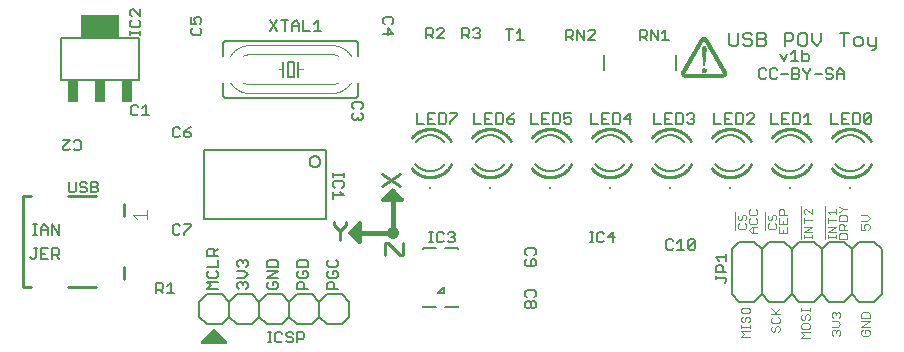
<source format=gbr>
G04 EAGLE Gerber RS-274X export*
G75*
%MOMM*%
%FSLAX34Y34*%
%LPD*%
%INSilkscreen Top*%
%IPPOS*%
%AMOC8*
5,1,8,0,0,1.08239X$1,22.5*%
G01*
%ADD10C,0.406400*%
%ADD11C,0.152400*%
%ADD12C,0.127000*%
%ADD13C,0.101600*%
%ADD14C,0.279400*%
%ADD15C,0.254000*%
%ADD16C,0.203200*%
%ADD17R,3.200400X1.854200*%
%ADD18R,0.863600X1.854200*%
%ADD19C,0.050800*%
%ADD20R,0.100000X1.400000*%
%ADD21R,0.200000X1.400000*%
%ADD22R,0.200000X0.100000*%
%ADD23R,0.200000X0.200000*%
%ADD24R,0.015300X0.015200*%
%ADD25R,0.015200X0.015200*%
%ADD26R,0.015200X0.015300*%
%ADD27R,0.015300X0.015300*%

G36*
X176668Y5098D02*
X176668Y5098D01*
X176806Y5111D01*
X176825Y5118D01*
X176846Y5121D01*
X176975Y5172D01*
X177106Y5219D01*
X177122Y5230D01*
X177141Y5238D01*
X177254Y5319D01*
X177369Y5397D01*
X177382Y5413D01*
X177399Y5424D01*
X177487Y5532D01*
X177579Y5636D01*
X177588Y5654D01*
X177601Y5669D01*
X177661Y5795D01*
X177724Y5919D01*
X177728Y5939D01*
X177737Y5957D01*
X177763Y6093D01*
X177794Y6229D01*
X177793Y6250D01*
X177797Y6270D01*
X177788Y6408D01*
X177784Y6547D01*
X177778Y6567D01*
X177777Y6587D01*
X177734Y6719D01*
X177695Y6853D01*
X177685Y6870D01*
X177679Y6889D01*
X177605Y7007D01*
X177534Y7127D01*
X177515Y7148D01*
X177509Y7158D01*
X177494Y7172D01*
X177428Y7248D01*
X167268Y17408D01*
X167187Y17470D01*
X167123Y17530D01*
X167107Y17539D01*
X167084Y17559D01*
X167048Y17578D01*
X167016Y17602D01*
X166907Y17650D01*
X166894Y17656D01*
X166845Y17684D01*
X166837Y17686D01*
X166801Y17704D01*
X166762Y17713D01*
X166724Y17729D01*
X166607Y17747D01*
X166491Y17774D01*
X166450Y17772D01*
X166410Y17779D01*
X166292Y17767D01*
X166173Y17764D01*
X166134Y17753D01*
X166094Y17749D01*
X166052Y17734D01*
X166048Y17733D01*
X166025Y17724D01*
X165981Y17709D01*
X165867Y17675D01*
X165833Y17655D01*
X165794Y17641D01*
X165765Y17621D01*
X165753Y17616D01*
X165691Y17571D01*
X165593Y17514D01*
X165548Y17474D01*
X165531Y17463D01*
X165518Y17447D01*
X165507Y17438D01*
X165495Y17430D01*
X165490Y17423D01*
X165473Y17408D01*
X155313Y7248D01*
X155227Y7138D01*
X155139Y7031D01*
X155130Y7012D01*
X155118Y6996D01*
X155062Y6868D01*
X155003Y6743D01*
X154999Y6723D01*
X154991Y6704D01*
X154969Y6566D01*
X154943Y6431D01*
X154945Y6410D01*
X154941Y6390D01*
X154954Y6251D01*
X154963Y6113D01*
X154969Y6094D01*
X154971Y6074D01*
X155018Y5942D01*
X155061Y5811D01*
X155072Y5793D01*
X155079Y5774D01*
X155157Y5659D01*
X155231Y5542D01*
X155246Y5528D01*
X155257Y5511D01*
X155361Y5419D01*
X155463Y5324D01*
X155481Y5314D01*
X155496Y5301D01*
X155620Y5238D01*
X155741Y5170D01*
X155761Y5165D01*
X155779Y5156D01*
X155915Y5126D01*
X156049Y5091D01*
X156077Y5089D01*
X156089Y5087D01*
X156110Y5087D01*
X156210Y5081D01*
X176530Y5081D01*
X176668Y5098D01*
G37*
G36*
X289587Y89410D02*
X289587Y89410D01*
X289596Y89409D01*
X289785Y89431D01*
X289978Y89452D01*
X289987Y89455D01*
X289995Y89456D01*
X290177Y89515D01*
X290362Y89574D01*
X290370Y89578D01*
X290378Y89581D01*
X290547Y89676D01*
X290714Y89769D01*
X290721Y89774D01*
X290729Y89779D01*
X290875Y89905D01*
X291021Y90029D01*
X291027Y90036D01*
X291034Y90042D01*
X291151Y90193D01*
X291271Y90345D01*
X291275Y90353D01*
X291280Y90360D01*
X291366Y90532D01*
X291453Y90704D01*
X291456Y90712D01*
X291460Y90721D01*
X291510Y90907D01*
X291561Y91092D01*
X291562Y91101D01*
X291564Y91109D01*
X291591Y91440D01*
X291591Y106680D01*
X291590Y106689D01*
X291591Y106698D01*
X291570Y106891D01*
X291551Y107081D01*
X291549Y107089D01*
X291548Y107098D01*
X291489Y107283D01*
X291433Y107466D01*
X291429Y107473D01*
X291426Y107482D01*
X291333Y107650D01*
X291241Y107820D01*
X291236Y107826D01*
X291231Y107834D01*
X291107Y107981D01*
X290984Y108129D01*
X290977Y108134D01*
X290971Y108141D01*
X290819Y108261D01*
X290670Y108381D01*
X290662Y108385D01*
X290655Y108391D01*
X290482Y108479D01*
X290313Y108567D01*
X290304Y108569D01*
X290296Y108573D01*
X290110Y108625D01*
X289926Y108678D01*
X289917Y108679D01*
X289908Y108681D01*
X289715Y108695D01*
X289524Y108711D01*
X289516Y108710D01*
X289507Y108711D01*
X289314Y108686D01*
X289125Y108664D01*
X289116Y108661D01*
X289107Y108660D01*
X288925Y108599D01*
X288742Y108539D01*
X288734Y108535D01*
X288726Y108532D01*
X288559Y108436D01*
X288391Y108341D01*
X288384Y108336D01*
X288377Y108331D01*
X288124Y108116D01*
X280504Y100496D01*
X280492Y100483D01*
X280479Y100471D01*
X280365Y100327D01*
X280249Y100185D01*
X280240Y100169D01*
X280229Y100155D01*
X280146Y99991D01*
X280060Y99829D01*
X280055Y99812D01*
X280047Y99796D01*
X279997Y99619D01*
X279945Y99443D01*
X279944Y99425D01*
X279939Y99408D01*
X279925Y99225D01*
X279909Y99042D01*
X279911Y99024D01*
X279909Y99007D01*
X279932Y98825D01*
X279952Y98642D01*
X279958Y98625D01*
X279960Y98607D01*
X280018Y98434D01*
X280074Y98258D01*
X280082Y98242D01*
X280088Y98226D01*
X280180Y98066D01*
X280269Y97906D01*
X280280Y97892D01*
X280289Y97877D01*
X280504Y97624D01*
X288124Y90004D01*
X288131Y89998D01*
X288136Y89991D01*
X288286Y89871D01*
X288435Y89749D01*
X288443Y89744D01*
X288450Y89739D01*
X288621Y89650D01*
X288791Y89560D01*
X288799Y89557D01*
X288807Y89553D01*
X288993Y89500D01*
X289177Y89445D01*
X289186Y89444D01*
X289194Y89442D01*
X289386Y89426D01*
X289578Y89409D01*
X289587Y89410D01*
G37*
G36*
X325129Y124970D02*
X325129Y124970D01*
X325138Y124969D01*
X325331Y124990D01*
X325521Y125009D01*
X325529Y125011D01*
X325538Y125012D01*
X325723Y125071D01*
X325906Y125127D01*
X325913Y125131D01*
X325922Y125134D01*
X326090Y125227D01*
X326260Y125319D01*
X326266Y125324D01*
X326274Y125329D01*
X326421Y125453D01*
X326569Y125576D01*
X326574Y125583D01*
X326581Y125589D01*
X326701Y125741D01*
X326821Y125890D01*
X326825Y125898D01*
X326831Y125905D01*
X326919Y126078D01*
X327007Y126247D01*
X327009Y126256D01*
X327013Y126264D01*
X327065Y126450D01*
X327118Y126634D01*
X327119Y126643D01*
X327121Y126652D01*
X327135Y126845D01*
X327151Y127036D01*
X327150Y127044D01*
X327151Y127053D01*
X327126Y127246D01*
X327104Y127435D01*
X327101Y127444D01*
X327100Y127453D01*
X327039Y127635D01*
X326979Y127818D01*
X326975Y127826D01*
X326972Y127834D01*
X326876Y128001D01*
X326781Y128169D01*
X326776Y128176D01*
X326771Y128183D01*
X326556Y128436D01*
X318936Y136056D01*
X318923Y136068D01*
X318911Y136081D01*
X318767Y136195D01*
X318625Y136311D01*
X318609Y136320D01*
X318595Y136331D01*
X318431Y136414D01*
X318269Y136500D01*
X318252Y136505D01*
X318236Y136513D01*
X318059Y136563D01*
X317883Y136615D01*
X317865Y136616D01*
X317848Y136621D01*
X317665Y136635D01*
X317482Y136651D01*
X317464Y136649D01*
X317447Y136651D01*
X317265Y136628D01*
X317082Y136608D01*
X317065Y136602D01*
X317047Y136600D01*
X316874Y136542D01*
X316698Y136486D01*
X316682Y136478D01*
X316666Y136472D01*
X316506Y136380D01*
X316346Y136291D01*
X316332Y136280D01*
X316317Y136271D01*
X316064Y136056D01*
X308444Y128436D01*
X308438Y128429D01*
X308431Y128424D01*
X308311Y128274D01*
X308189Y128125D01*
X308184Y128117D01*
X308179Y128110D01*
X308090Y127939D01*
X308000Y127769D01*
X307997Y127761D01*
X307993Y127753D01*
X307940Y127567D01*
X307885Y127383D01*
X307884Y127374D01*
X307882Y127366D01*
X307866Y127174D01*
X307849Y126982D01*
X307850Y126973D01*
X307849Y126964D01*
X307871Y126775D01*
X307892Y126582D01*
X307895Y126573D01*
X307896Y126565D01*
X307955Y126383D01*
X308014Y126198D01*
X308018Y126190D01*
X308021Y126182D01*
X308116Y126013D01*
X308209Y125846D01*
X308214Y125839D01*
X308219Y125831D01*
X308345Y125685D01*
X308469Y125539D01*
X308476Y125533D01*
X308482Y125527D01*
X308633Y125409D01*
X308785Y125289D01*
X308793Y125285D01*
X308800Y125280D01*
X308972Y125194D01*
X309144Y125107D01*
X309152Y125104D01*
X309161Y125100D01*
X309347Y125050D01*
X309532Y124999D01*
X309541Y124998D01*
X309549Y124996D01*
X309880Y124969D01*
X325120Y124969D01*
X325129Y124970D01*
G37*
D10*
X317500Y99060D02*
X281940Y99060D01*
X317500Y99060D02*
X317500Y134620D01*
X314960Y99060D02*
X314962Y99160D01*
X314968Y99261D01*
X314978Y99360D01*
X314992Y99460D01*
X315009Y99559D01*
X315031Y99657D01*
X315057Y99754D01*
X315086Y99850D01*
X315119Y99944D01*
X315156Y100038D01*
X315196Y100130D01*
X315240Y100220D01*
X315288Y100308D01*
X315339Y100395D01*
X315393Y100479D01*
X315451Y100561D01*
X315512Y100641D01*
X315576Y100718D01*
X315643Y100793D01*
X315713Y100865D01*
X315786Y100934D01*
X315861Y101000D01*
X315939Y101064D01*
X316019Y101124D01*
X316102Y101181D01*
X316187Y101234D01*
X316274Y101284D01*
X316363Y101331D01*
X316453Y101374D01*
X316545Y101414D01*
X316639Y101450D01*
X316734Y101482D01*
X316830Y101510D01*
X316928Y101535D01*
X317026Y101555D01*
X317125Y101572D01*
X317225Y101585D01*
X317324Y101594D01*
X317425Y101599D01*
X317525Y101600D01*
X317625Y101597D01*
X317726Y101590D01*
X317825Y101579D01*
X317925Y101564D01*
X318023Y101546D01*
X318121Y101523D01*
X318218Y101496D01*
X318313Y101466D01*
X318408Y101432D01*
X318501Y101394D01*
X318592Y101353D01*
X318682Y101308D01*
X318770Y101260D01*
X318856Y101208D01*
X318940Y101153D01*
X319021Y101094D01*
X319100Y101032D01*
X319177Y100968D01*
X319251Y100900D01*
X319322Y100829D01*
X319391Y100756D01*
X319456Y100680D01*
X319519Y100601D01*
X319578Y100520D01*
X319634Y100437D01*
X319687Y100352D01*
X319736Y100264D01*
X319782Y100175D01*
X319824Y100084D01*
X319863Y99991D01*
X319898Y99897D01*
X319929Y99802D01*
X319957Y99705D01*
X319980Y99608D01*
X320000Y99509D01*
X320016Y99410D01*
X320028Y99311D01*
X320036Y99210D01*
X320040Y99110D01*
X320040Y99010D01*
X320036Y98910D01*
X320028Y98809D01*
X320016Y98710D01*
X320000Y98611D01*
X319980Y98512D01*
X319957Y98415D01*
X319929Y98318D01*
X319898Y98223D01*
X319863Y98129D01*
X319824Y98036D01*
X319782Y97945D01*
X319736Y97856D01*
X319687Y97768D01*
X319634Y97683D01*
X319578Y97600D01*
X319519Y97519D01*
X319456Y97440D01*
X319391Y97364D01*
X319322Y97291D01*
X319251Y97220D01*
X319177Y97152D01*
X319100Y97088D01*
X319021Y97026D01*
X318940Y96967D01*
X318856Y96912D01*
X318770Y96860D01*
X318682Y96812D01*
X318592Y96767D01*
X318501Y96726D01*
X318408Y96688D01*
X318313Y96654D01*
X318218Y96624D01*
X318121Y96597D01*
X318023Y96574D01*
X317925Y96556D01*
X317825Y96541D01*
X317726Y96530D01*
X317625Y96523D01*
X317525Y96520D01*
X317425Y96521D01*
X317324Y96526D01*
X317225Y96535D01*
X317125Y96548D01*
X317026Y96565D01*
X316928Y96585D01*
X316830Y96610D01*
X316734Y96638D01*
X316639Y96670D01*
X316545Y96706D01*
X316453Y96746D01*
X316363Y96789D01*
X316274Y96836D01*
X316187Y96886D01*
X316102Y96939D01*
X316019Y96996D01*
X315939Y97056D01*
X315861Y97120D01*
X315786Y97186D01*
X315713Y97255D01*
X315643Y97327D01*
X315576Y97402D01*
X315512Y97479D01*
X315451Y97559D01*
X315393Y97641D01*
X315339Y97725D01*
X315288Y97812D01*
X315240Y97900D01*
X315196Y97990D01*
X315156Y98082D01*
X315119Y98176D01*
X315086Y98270D01*
X315057Y98366D01*
X315031Y98463D01*
X315009Y98561D01*
X314992Y98660D01*
X314978Y98760D01*
X314968Y98859D01*
X314962Y98960D01*
X314960Y99060D01*
D11*
X602742Y259166D02*
X602742Y268488D01*
X602742Y259166D02*
X604606Y257302D01*
X608335Y257302D01*
X610199Y259166D01*
X610199Y268488D01*
X620029Y268488D02*
X621893Y266623D01*
X620029Y268488D02*
X616300Y268488D01*
X614436Y266623D01*
X614436Y264759D01*
X616300Y262895D01*
X620029Y262895D01*
X621893Y261031D01*
X621893Y259166D01*
X620029Y257302D01*
X616300Y257302D01*
X614436Y259166D01*
X626130Y257302D02*
X626130Y268488D01*
X631723Y268488D01*
X633587Y266623D01*
X633587Y264759D01*
X631723Y262895D01*
X633587Y261031D01*
X633587Y259166D01*
X631723Y257302D01*
X626130Y257302D01*
X626130Y262895D02*
X631723Y262895D01*
X649518Y257302D02*
X649518Y268488D01*
X655111Y268488D01*
X656975Y266623D01*
X656975Y262895D01*
X655111Y261031D01*
X649518Y261031D01*
X663076Y268488D02*
X666805Y268488D01*
X663076Y268488D02*
X661212Y266623D01*
X661212Y259166D01*
X663076Y257302D01*
X666805Y257302D01*
X668669Y259166D01*
X668669Y266623D01*
X666805Y268488D01*
X672906Y268488D02*
X672906Y261031D01*
X676634Y257302D01*
X680363Y261031D01*
X680363Y268488D01*
X700022Y268488D02*
X700022Y257302D01*
X696294Y268488D02*
X703751Y268488D01*
X709852Y257302D02*
X713580Y257302D01*
X715445Y259166D01*
X715445Y262895D01*
X713580Y264759D01*
X709852Y264759D01*
X707988Y262895D01*
X707988Y259166D01*
X709852Y257302D01*
X719682Y259166D02*
X719682Y264759D01*
X719682Y259166D02*
X721546Y257302D01*
X727139Y257302D01*
X727139Y255438D02*
X727139Y264759D01*
X727139Y255438D02*
X725274Y253574D01*
X723410Y253574D01*
D12*
X12278Y76835D02*
X10795Y78318D01*
X12278Y76835D02*
X13761Y76835D01*
X15244Y78318D01*
X15244Y85733D01*
X13761Y85733D02*
X16727Y85733D01*
X20150Y85733D02*
X26082Y85733D01*
X20150Y85733D02*
X20150Y76835D01*
X26082Y76835D01*
X23116Y81284D02*
X20150Y81284D01*
X29505Y76835D02*
X29505Y85733D01*
X33954Y85733D01*
X35437Y84250D01*
X35437Y81284D01*
X33954Y79801D01*
X29505Y79801D01*
X32471Y79801D02*
X35437Y76835D01*
X16301Y97155D02*
X13335Y97155D01*
X14818Y97155D02*
X14818Y106053D01*
X13335Y106053D02*
X16301Y106053D01*
X19572Y103087D02*
X19572Y97155D01*
X19572Y103087D02*
X22538Y106053D01*
X25504Y103087D01*
X25504Y97155D01*
X25504Y101604D02*
X19572Y101604D01*
X28927Y97155D02*
X28927Y106053D01*
X34859Y97155D01*
X34859Y106053D01*
D13*
X607568Y101600D02*
X607568Y116568D01*
X610780Y106853D02*
X609594Y105667D01*
X609594Y103294D01*
X610780Y102108D01*
X615526Y102108D01*
X616712Y103294D01*
X616712Y105667D01*
X615526Y106853D01*
X609594Y113151D02*
X610780Y114338D01*
X609594Y113151D02*
X609594Y110779D01*
X610780Y109592D01*
X611967Y109592D01*
X613153Y110779D01*
X613153Y113151D01*
X614339Y114338D01*
X615526Y114338D01*
X616712Y113151D01*
X616712Y110779D01*
X615526Y109592D01*
X621492Y98933D02*
X626237Y98933D01*
X621492Y98933D02*
X619119Y101306D01*
X621492Y103678D01*
X626237Y103678D01*
X622678Y103678D02*
X622678Y98933D01*
X619119Y109976D02*
X620305Y111163D01*
X619119Y109976D02*
X619119Y107604D01*
X620305Y106417D01*
X625051Y106417D01*
X626237Y107604D01*
X626237Y109976D01*
X625051Y111163D01*
X619119Y117460D02*
X620305Y118647D01*
X619119Y117460D02*
X619119Y115088D01*
X620305Y113901D01*
X625051Y113901D01*
X626237Y115088D01*
X626237Y117460D01*
X625051Y118647D01*
X632968Y116568D02*
X632968Y101600D01*
X634994Y105667D02*
X636180Y106853D01*
X634994Y105667D02*
X634994Y103294D01*
X636180Y102108D01*
X640926Y102108D01*
X642112Y103294D01*
X642112Y105667D01*
X640926Y106853D01*
X634994Y113151D02*
X636180Y114338D01*
X634994Y113151D02*
X634994Y110779D01*
X636180Y109592D01*
X637367Y109592D01*
X638553Y110779D01*
X638553Y113151D01*
X639739Y114338D01*
X640926Y114338D01*
X642112Y113151D01*
X642112Y110779D01*
X640926Y109592D01*
X644519Y103678D02*
X644519Y98933D01*
X651637Y98933D01*
X651637Y103678D01*
X648078Y101306D02*
X648078Y98933D01*
X644519Y106417D02*
X644519Y111163D01*
X644519Y106417D02*
X651637Y106417D01*
X651637Y111163D01*
X648078Y108790D02*
X648078Y106417D01*
X651637Y113901D02*
X644519Y113901D01*
X644519Y117460D01*
X645705Y118647D01*
X648078Y118647D01*
X649264Y117460D01*
X649264Y113901D01*
X714369Y106218D02*
X714369Y101473D01*
X717928Y101473D01*
X716742Y103846D01*
X716742Y105032D01*
X717928Y106218D01*
X720301Y106218D01*
X721487Y105032D01*
X721487Y102659D01*
X720301Y101473D01*
X719114Y108957D02*
X714369Y108957D01*
X719114Y108957D02*
X721487Y111330D01*
X719114Y113703D01*
X714369Y113703D01*
X663448Y121422D02*
X663448Y93980D01*
X672592Y94488D02*
X672592Y96861D01*
X672592Y95674D02*
X665474Y95674D01*
X665474Y94488D02*
X665474Y96861D01*
X665474Y99477D02*
X672592Y99477D01*
X672592Y104223D02*
X665474Y99477D01*
X665474Y104223D02*
X672592Y104223D01*
X672592Y109334D02*
X665474Y109334D01*
X665474Y106962D02*
X665474Y111707D01*
X672592Y114446D02*
X672592Y119191D01*
X672592Y114446D02*
X667847Y119191D01*
X666660Y119191D01*
X665474Y118005D01*
X665474Y115632D01*
X666660Y114446D01*
X683768Y121422D02*
X683768Y93980D01*
X692912Y94488D02*
X692912Y96861D01*
X692912Y95674D02*
X685794Y95674D01*
X685794Y94488D02*
X685794Y96861D01*
X685794Y99477D02*
X692912Y99477D01*
X692912Y104223D02*
X685794Y99477D01*
X685794Y104223D02*
X692912Y104223D01*
X692912Y109334D02*
X685794Y109334D01*
X685794Y106962D02*
X685794Y111707D01*
X688167Y114446D02*
X685794Y116818D01*
X692912Y116818D01*
X692912Y114446D02*
X692912Y119191D01*
X695319Y93853D02*
X702437Y93853D01*
X702437Y97412D01*
X701251Y98598D01*
X696505Y98598D01*
X695319Y97412D01*
X695319Y93853D01*
X695319Y101337D02*
X702437Y101337D01*
X695319Y101337D02*
X695319Y104896D01*
X696505Y106083D01*
X698878Y106083D01*
X700064Y104896D01*
X700064Y101337D01*
X700064Y103710D02*
X702437Y106083D01*
X702437Y108821D02*
X695319Y108821D01*
X702437Y108821D02*
X702437Y112380D01*
X701251Y113567D01*
X696505Y113567D01*
X695319Y112380D01*
X695319Y108821D01*
X695319Y116305D02*
X696505Y116305D01*
X698878Y118678D01*
X696505Y121051D01*
X695319Y121051D01*
X698878Y118678D02*
X702437Y118678D01*
D12*
X648761Y244475D02*
X645795Y250407D01*
X651727Y250407D02*
X648761Y244475D01*
X655150Y250407D02*
X658116Y253373D01*
X658116Y244475D01*
X655150Y244475D02*
X661082Y244475D01*
X664505Y244475D02*
X664505Y253373D01*
X664505Y244475D02*
X668954Y244475D01*
X670437Y245958D01*
X670437Y248924D01*
X668954Y250407D01*
X664505Y250407D01*
X633947Y236650D02*
X632464Y238133D01*
X629498Y238133D01*
X628015Y236650D01*
X628015Y230718D01*
X629498Y229235D01*
X632464Y229235D01*
X633947Y230718D01*
X641819Y238133D02*
X643302Y236650D01*
X641819Y238133D02*
X638853Y238133D01*
X637370Y236650D01*
X637370Y230718D01*
X638853Y229235D01*
X641819Y229235D01*
X643302Y230718D01*
X646725Y233684D02*
X652657Y233684D01*
X656081Y229235D02*
X656081Y238133D01*
X660529Y238133D01*
X662012Y236650D01*
X662012Y235167D01*
X660529Y233684D01*
X662012Y232201D01*
X662012Y230718D01*
X660529Y229235D01*
X656081Y229235D01*
X656081Y233684D02*
X660529Y233684D01*
X665436Y236650D02*
X665436Y238133D01*
X665436Y236650D02*
X668402Y233684D01*
X671367Y236650D01*
X671367Y238133D01*
X668402Y233684D02*
X668402Y229235D01*
X674791Y233684D02*
X680723Y233684D01*
X688595Y238133D02*
X690078Y236650D01*
X688595Y238133D02*
X685629Y238133D01*
X684146Y236650D01*
X684146Y235167D01*
X685629Y233684D01*
X688595Y233684D01*
X690078Y232201D01*
X690078Y230718D01*
X688595Y229235D01*
X685629Y229235D01*
X684146Y230718D01*
X693501Y229235D02*
X693501Y235167D01*
X696467Y238133D01*
X699433Y235167D01*
X699433Y229235D01*
X699433Y233684D02*
X693501Y233684D01*
D14*
X323723Y148556D02*
X308724Y138557D01*
X308724Y148556D02*
X323723Y138557D01*
X268097Y107836D02*
X268097Y105336D01*
X273097Y100336D01*
X278096Y105336D01*
X278096Y107836D01*
X273097Y100336D02*
X273097Y92837D01*
X311264Y90136D02*
X311264Y80137D01*
X311264Y90136D02*
X313764Y90136D01*
X323763Y80137D01*
X326263Y80137D01*
X326263Y90136D01*
D12*
X169545Y51435D02*
X160647Y51435D01*
X163613Y54401D01*
X160647Y57367D01*
X169545Y57367D01*
X160647Y65239D02*
X162130Y66722D01*
X160647Y65239D02*
X160647Y62273D01*
X162130Y60790D01*
X168062Y60790D01*
X169545Y62273D01*
X169545Y65239D01*
X168062Y66722D01*
X169545Y70145D02*
X160647Y70145D01*
X169545Y70145D02*
X169545Y76077D01*
X169545Y79501D02*
X160647Y79501D01*
X160647Y83949D01*
X162130Y85432D01*
X165096Y85432D01*
X166579Y83949D01*
X166579Y79501D01*
X166579Y82466D02*
X169545Y85432D01*
X186047Y52918D02*
X187530Y51435D01*
X186047Y52918D02*
X186047Y55884D01*
X187530Y57367D01*
X189013Y57367D01*
X190496Y55884D01*
X190496Y54401D01*
X190496Y55884D02*
X191979Y57367D01*
X193462Y57367D01*
X194945Y55884D01*
X194945Y52918D01*
X193462Y51435D01*
X191979Y60790D02*
X186047Y60790D01*
X191979Y60790D02*
X194945Y63756D01*
X191979Y66722D01*
X186047Y66722D01*
X187530Y70145D02*
X186047Y71628D01*
X186047Y74594D01*
X187530Y76077D01*
X189013Y76077D01*
X190496Y74594D01*
X190496Y73111D01*
X190496Y74594D02*
X191979Y76077D01*
X193462Y76077D01*
X194945Y74594D01*
X194945Y71628D01*
X193462Y70145D01*
X211447Y55884D02*
X212930Y57367D01*
X211447Y55884D02*
X211447Y52918D01*
X212930Y51435D01*
X218862Y51435D01*
X220345Y52918D01*
X220345Y55884D01*
X218862Y57367D01*
X215896Y57367D01*
X215896Y54401D01*
X220345Y60790D02*
X211447Y60790D01*
X220345Y66722D01*
X211447Y66722D01*
X211447Y70145D02*
X220345Y70145D01*
X220345Y74594D01*
X218862Y76077D01*
X212930Y76077D01*
X211447Y74594D01*
X211447Y70145D01*
X236847Y51435D02*
X245745Y51435D01*
X236847Y51435D02*
X236847Y55884D01*
X238330Y57367D01*
X241296Y57367D01*
X242779Y55884D01*
X242779Y51435D01*
X236847Y65239D02*
X238330Y66722D01*
X236847Y65239D02*
X236847Y62273D01*
X238330Y60790D01*
X244262Y60790D01*
X245745Y62273D01*
X245745Y65239D01*
X244262Y66722D01*
X241296Y66722D01*
X241296Y63756D01*
X236847Y70145D02*
X245745Y70145D01*
X245745Y74594D01*
X244262Y76077D01*
X238330Y76077D01*
X236847Y74594D01*
X236847Y70145D01*
X262247Y51435D02*
X271145Y51435D01*
X262247Y51435D02*
X262247Y55884D01*
X263730Y57367D01*
X266696Y57367D01*
X268179Y55884D01*
X268179Y51435D01*
X262247Y65239D02*
X263730Y66722D01*
X262247Y65239D02*
X262247Y62273D01*
X263730Y60790D01*
X269662Y60790D01*
X271145Y62273D01*
X271145Y65239D01*
X269662Y66722D01*
X266696Y66722D01*
X266696Y63756D01*
X262247Y74594D02*
X263730Y76077D01*
X262247Y74594D02*
X262247Y71628D01*
X263730Y70145D01*
X269662Y70145D01*
X271145Y71628D01*
X271145Y74594D01*
X269662Y76077D01*
D13*
X612769Y10668D02*
X619887Y10668D01*
X615142Y13041D02*
X612769Y10668D01*
X615142Y13041D02*
X612769Y15413D01*
X619887Y15413D01*
X619887Y18152D02*
X619887Y20525D01*
X619887Y19339D02*
X612769Y19339D01*
X612769Y20525D02*
X612769Y18152D01*
X612769Y26701D02*
X613955Y27887D01*
X612769Y26701D02*
X612769Y24328D01*
X613955Y23142D01*
X615142Y23142D01*
X616328Y24328D01*
X616328Y26701D01*
X617514Y27887D01*
X618701Y27887D01*
X619887Y26701D01*
X619887Y24328D01*
X618701Y23142D01*
X612769Y31812D02*
X612769Y34185D01*
X612769Y31812D02*
X613955Y30626D01*
X618701Y30626D01*
X619887Y31812D01*
X619887Y34185D01*
X618701Y35371D01*
X613955Y35371D01*
X612769Y34185D01*
X638169Y18672D02*
X639355Y19858D01*
X638169Y18672D02*
X638169Y16299D01*
X639355Y15113D01*
X640542Y15113D01*
X641728Y16299D01*
X641728Y18672D01*
X642914Y19858D01*
X644101Y19858D01*
X645287Y18672D01*
X645287Y16299D01*
X644101Y15113D01*
X638169Y26156D02*
X639355Y27343D01*
X638169Y26156D02*
X638169Y23784D01*
X639355Y22597D01*
X644101Y22597D01*
X645287Y23784D01*
X645287Y26156D01*
X644101Y27343D01*
X645287Y30081D02*
X638169Y30081D01*
X642914Y30081D02*
X638169Y34827D01*
X641728Y31268D02*
X645287Y34827D01*
X663569Y10033D02*
X670687Y10033D01*
X665942Y12406D02*
X663569Y10033D01*
X665942Y12406D02*
X663569Y14778D01*
X670687Y14778D01*
X663569Y18704D02*
X663569Y21076D01*
X663569Y18704D02*
X664755Y17517D01*
X669501Y17517D01*
X670687Y18704D01*
X670687Y21076D01*
X669501Y22263D01*
X664755Y22263D01*
X663569Y21076D01*
X663569Y28560D02*
X664755Y29747D01*
X663569Y28560D02*
X663569Y26188D01*
X664755Y25001D01*
X665942Y25001D01*
X667128Y26188D01*
X667128Y28560D01*
X668314Y29747D01*
X669501Y29747D01*
X670687Y28560D01*
X670687Y26188D01*
X669501Y25001D01*
X670687Y32485D02*
X670687Y34858D01*
X670687Y33672D02*
X663569Y33672D01*
X663569Y34858D02*
X663569Y32485D01*
X689604Y13124D02*
X690790Y11938D01*
X689604Y13124D02*
X689604Y15497D01*
X690790Y16683D01*
X691977Y16683D01*
X693163Y15497D01*
X693163Y14311D01*
X693163Y15497D02*
X694349Y16683D01*
X695536Y16683D01*
X696722Y15497D01*
X696722Y13124D01*
X695536Y11938D01*
X694349Y19422D02*
X689604Y19422D01*
X694349Y19422D02*
X696722Y21795D01*
X694349Y24168D01*
X689604Y24168D01*
X690790Y26906D02*
X689604Y28093D01*
X689604Y30465D01*
X690790Y31652D01*
X691977Y31652D01*
X693163Y30465D01*
X693163Y29279D01*
X693163Y30465D02*
X694349Y31652D01*
X695536Y31652D01*
X696722Y30465D01*
X696722Y28093D01*
X695536Y26906D01*
X714369Y15497D02*
X715555Y16683D01*
X714369Y15497D02*
X714369Y13124D01*
X715555Y11938D01*
X720301Y11938D01*
X721487Y13124D01*
X721487Y15497D01*
X720301Y16683D01*
X717928Y16683D01*
X717928Y14311D01*
X721487Y19422D02*
X714369Y19422D01*
X721487Y24168D01*
X714369Y24168D01*
X714369Y26906D02*
X721487Y26906D01*
X721487Y30465D01*
X720301Y31652D01*
X715555Y31652D01*
X714369Y30465D01*
X714369Y26906D01*
D12*
X117475Y47625D02*
X117475Y56523D01*
X121924Y56523D01*
X123407Y55040D01*
X123407Y52074D01*
X121924Y50591D01*
X117475Y50591D01*
X120441Y50591D02*
X123407Y47625D01*
X126830Y53557D02*
X129796Y56523D01*
X129796Y47625D01*
X126830Y47625D02*
X132762Y47625D01*
D15*
X4650Y52940D02*
X4650Y129940D01*
X90150Y122940D02*
X90150Y112940D01*
X90150Y69940D02*
X90150Y59940D01*
X66650Y129940D02*
X42650Y129940D01*
X42650Y52940D02*
X66650Y52940D01*
X11650Y129940D02*
X4650Y129940D01*
X4650Y52940D02*
X11650Y52940D01*
D13*
X97648Y114152D02*
X101546Y110254D01*
X97648Y114152D02*
X109342Y114152D01*
X109342Y110254D02*
X109342Y118050D01*
D12*
X43185Y134588D02*
X43185Y142003D01*
X43185Y134588D02*
X44668Y133105D01*
X47634Y133105D01*
X49117Y134588D01*
X49117Y142003D01*
X56989Y142003D02*
X58472Y140520D01*
X56989Y142003D02*
X54023Y142003D01*
X52540Y140520D01*
X52540Y139037D01*
X54023Y137554D01*
X56989Y137554D01*
X58472Y136071D01*
X58472Y134588D01*
X56989Y133105D01*
X54023Y133105D01*
X52540Y134588D01*
X61895Y133105D02*
X61895Y142003D01*
X66344Y142003D01*
X67827Y140520D01*
X67827Y139037D01*
X66344Y137554D01*
X67827Y136071D01*
X67827Y134588D01*
X66344Y133105D01*
X61895Y133105D01*
X61895Y137554D02*
X66344Y137554D01*
D11*
X692449Y157512D02*
X692668Y157212D01*
X692895Y156918D01*
X693129Y156630D01*
X693370Y156347D01*
X693617Y156070D01*
X693872Y155799D01*
X694133Y155535D01*
X694400Y155277D01*
X694673Y155026D01*
X694953Y154781D01*
X695238Y154543D01*
X695529Y154313D01*
X695826Y154089D01*
X696128Y153873D01*
X696435Y153664D01*
X696747Y153463D01*
X697064Y153269D01*
X697386Y153083D01*
X697712Y152905D01*
X698042Y152735D01*
X698376Y152573D01*
X698714Y152420D01*
X699056Y152274D01*
X699401Y152137D01*
X699750Y152009D01*
X700101Y151889D01*
X700456Y151777D01*
X700813Y151675D01*
X701172Y151580D01*
X701533Y151495D01*
X701897Y151419D01*
X702262Y151351D01*
X702629Y151293D01*
X702997Y151243D01*
X703366Y151202D01*
X703736Y151171D01*
X704107Y151148D01*
X704478Y151135D01*
X704850Y151130D01*
X705222Y151135D01*
X705593Y151148D01*
X705965Y151171D01*
X706335Y151203D01*
X706705Y151243D01*
X707073Y151293D01*
X707441Y151352D01*
X707806Y151419D01*
X708170Y151496D01*
X708532Y151582D01*
X708892Y151676D01*
X709249Y151779D01*
X709604Y151890D01*
X709956Y152011D01*
X710305Y152140D01*
X710650Y152277D01*
X710992Y152423D01*
X711331Y152577D01*
X711666Y152739D01*
X711996Y152909D01*
X712322Y153088D01*
X712644Y153274D01*
X712962Y153468D01*
X713274Y153670D01*
X713581Y153879D01*
X713883Y154096D01*
X714180Y154320D01*
X714472Y154551D01*
X714757Y154789D01*
X715037Y155035D01*
X715310Y155287D01*
X715578Y155545D01*
X715838Y155810D01*
X716093Y156081D01*
X716341Y156359D01*
X716581Y156642D01*
X716815Y156931D01*
X717042Y157226D01*
X704850Y181610D02*
X704485Y181606D01*
X704120Y181593D01*
X703756Y181571D01*
X703393Y181540D01*
X703030Y181501D01*
X702668Y181453D01*
X702308Y181396D01*
X701949Y181331D01*
X701591Y181258D01*
X701236Y181175D01*
X700883Y181085D01*
X700531Y180985D01*
X700183Y180878D01*
X699837Y180762D01*
X699494Y180638D01*
X699154Y180505D01*
X698817Y180365D01*
X698484Y180217D01*
X698154Y180060D01*
X697828Y179896D01*
X697506Y179724D01*
X697189Y179544D01*
X696876Y179357D01*
X696567Y179163D01*
X696263Y178961D01*
X695964Y178751D01*
X695670Y178535D01*
X695382Y178312D01*
X695099Y178082D01*
X694821Y177845D01*
X694549Y177602D01*
X694283Y177352D01*
X694023Y177096D01*
X693770Y176833D01*
X693522Y176565D01*
X693282Y176291D01*
X693047Y176011D01*
X692820Y175726D01*
X704850Y181610D02*
X705215Y181606D01*
X705580Y181593D01*
X705944Y181571D01*
X706307Y181540D01*
X706670Y181501D01*
X707032Y181453D01*
X707392Y181396D01*
X707751Y181331D01*
X708109Y181258D01*
X708464Y181175D01*
X708817Y181085D01*
X709169Y180985D01*
X709517Y180878D01*
X709863Y180762D01*
X710206Y180638D01*
X710546Y180505D01*
X710883Y180365D01*
X711216Y180217D01*
X711546Y180060D01*
X711872Y179896D01*
X712194Y179724D01*
X712511Y179544D01*
X712824Y179357D01*
X713133Y179163D01*
X713437Y178961D01*
X713736Y178751D01*
X714030Y178535D01*
X714318Y178312D01*
X714601Y178082D01*
X714879Y177845D01*
X715151Y177602D01*
X715417Y177352D01*
X715677Y177096D01*
X715930Y176833D01*
X716178Y176565D01*
X716418Y176291D01*
X716653Y176011D01*
X716880Y175726D01*
D15*
X704850Y146050D02*
X704356Y146056D01*
X703862Y146074D01*
X703368Y146104D01*
X702875Y146146D01*
X702384Y146200D01*
X701894Y146266D01*
X701406Y146344D01*
X700919Y146434D01*
X700435Y146535D01*
X699954Y146649D01*
X699476Y146774D01*
X699000Y146910D01*
X698529Y147058D01*
X698061Y147218D01*
X697597Y147389D01*
X697137Y147571D01*
X696682Y147764D01*
X696231Y147968D01*
X695786Y148183D01*
X695346Y148409D01*
X694912Y148646D01*
X694484Y148893D01*
X694062Y149150D01*
X693646Y149418D01*
X693237Y149696D01*
X692835Y149983D01*
X692439Y150280D01*
X692052Y150587D01*
X691671Y150903D01*
X691299Y151228D01*
X690934Y151563D01*
X690578Y151906D01*
X690231Y152257D01*
X689891Y152617D01*
X689561Y152985D01*
X689240Y153361D01*
X704850Y146050D02*
X705338Y146056D01*
X705825Y146073D01*
X706312Y146103D01*
X706799Y146144D01*
X707284Y146196D01*
X707768Y146261D01*
X708250Y146337D01*
X708730Y146424D01*
X709208Y146523D01*
X709683Y146633D01*
X710156Y146755D01*
X710625Y146888D01*
X711092Y147033D01*
X711554Y147188D01*
X712013Y147355D01*
X712468Y147532D01*
X712918Y147721D01*
X713363Y147920D01*
X713804Y148130D01*
X714240Y148350D01*
X714670Y148581D01*
X715094Y148822D01*
X715512Y149073D01*
X715925Y149334D01*
X716331Y149605D01*
X716730Y149885D01*
X717123Y150175D01*
X717508Y150475D01*
X717886Y150784D01*
X718257Y151101D01*
X718619Y151428D01*
X718974Y151763D01*
X719321Y152106D01*
X719659Y152458D01*
X719989Y152817D01*
X720310Y153185D01*
X720623Y153560D01*
X720926Y153943D01*
X721220Y154332D01*
X721504Y154729D01*
X721779Y155132D01*
X722044Y155542D01*
X722299Y155958D01*
X722544Y156380D01*
X722779Y156808D01*
X704850Y186690D02*
X704360Y186684D01*
X703870Y186666D01*
X703381Y186637D01*
X702892Y186595D01*
X702405Y186542D01*
X701919Y186478D01*
X701435Y186401D01*
X700953Y186313D01*
X700473Y186213D01*
X699995Y186102D01*
X699521Y185979D01*
X699049Y185844D01*
X698581Y185699D01*
X698117Y185542D01*
X697656Y185374D01*
X697200Y185195D01*
X696748Y185005D01*
X696301Y184804D01*
X695859Y184592D01*
X695422Y184370D01*
X694990Y184138D01*
X694564Y183895D01*
X694145Y183641D01*
X693731Y183378D01*
X693324Y183105D01*
X692924Y182822D01*
X692530Y182529D01*
X692144Y182228D01*
X691765Y181916D01*
X691394Y181596D01*
X691031Y181267D01*
X690675Y180930D01*
X690328Y180583D01*
X689990Y180229D01*
X689660Y179866D01*
X689338Y179496D01*
X704850Y186690D02*
X705347Y186684D01*
X705844Y186666D01*
X706340Y186635D01*
X706835Y186593D01*
X707329Y186538D01*
X707822Y186472D01*
X708312Y186393D01*
X708801Y186302D01*
X709287Y186200D01*
X709771Y186085D01*
X710251Y185959D01*
X710729Y185821D01*
X711203Y185672D01*
X711673Y185511D01*
X712139Y185338D01*
X712601Y185154D01*
X713058Y184959D01*
X713510Y184753D01*
X713957Y184536D01*
X714398Y184307D01*
X714834Y184069D01*
X715264Y183819D01*
X715687Y183559D01*
X716105Y183289D01*
X716515Y183009D01*
X716918Y182719D01*
X717315Y182419D01*
X717703Y182109D01*
X718084Y181790D01*
X718457Y181462D01*
X718822Y181125D01*
X719179Y180779D01*
X719527Y180424D01*
X719866Y180061D01*
X720197Y179690D01*
X720518Y179310D01*
X720830Y178923D01*
X721132Y178529D01*
X721424Y178127D01*
X721707Y177718D01*
X721979Y177303D01*
X722242Y176880D01*
X722493Y176452D01*
D12*
X688975Y191135D02*
X688975Y200033D01*
X688975Y191135D02*
X694907Y191135D01*
X698330Y200033D02*
X704262Y200033D01*
X698330Y200033D02*
X698330Y191135D01*
X704262Y191135D01*
X701296Y195584D02*
X698330Y195584D01*
X707685Y200033D02*
X707685Y191135D01*
X712134Y191135D01*
X713617Y192618D01*
X713617Y198550D01*
X712134Y200033D01*
X707685Y200033D01*
X717041Y198550D02*
X717041Y192618D01*
X717041Y198550D02*
X718523Y200033D01*
X721489Y200033D01*
X722972Y198550D01*
X722972Y192618D01*
X721489Y191135D01*
X718523Y191135D01*
X717041Y192618D01*
X722972Y198550D01*
D11*
X654050Y151130D02*
X653678Y151135D01*
X653307Y151148D01*
X652936Y151171D01*
X652566Y151202D01*
X652197Y151243D01*
X651829Y151293D01*
X651462Y151351D01*
X651097Y151419D01*
X650733Y151495D01*
X650372Y151580D01*
X650013Y151675D01*
X649656Y151777D01*
X649301Y151889D01*
X648950Y152009D01*
X648601Y152137D01*
X648256Y152274D01*
X647914Y152420D01*
X647576Y152573D01*
X647242Y152735D01*
X646912Y152905D01*
X646586Y153083D01*
X646264Y153269D01*
X645947Y153463D01*
X645635Y153664D01*
X645328Y153873D01*
X645026Y154089D01*
X644729Y154313D01*
X644438Y154543D01*
X644153Y154781D01*
X643873Y155026D01*
X643600Y155277D01*
X643333Y155535D01*
X643072Y155799D01*
X642817Y156070D01*
X642570Y156347D01*
X642329Y156630D01*
X642095Y156918D01*
X641868Y157212D01*
X641649Y157512D01*
X654050Y151130D02*
X654422Y151135D01*
X654793Y151148D01*
X655165Y151171D01*
X655535Y151203D01*
X655905Y151243D01*
X656273Y151293D01*
X656641Y151352D01*
X657006Y151419D01*
X657370Y151496D01*
X657732Y151582D01*
X658092Y151676D01*
X658449Y151779D01*
X658804Y151890D01*
X659156Y152011D01*
X659505Y152140D01*
X659850Y152277D01*
X660192Y152423D01*
X660531Y152577D01*
X660866Y152739D01*
X661196Y152909D01*
X661522Y153088D01*
X661844Y153274D01*
X662162Y153468D01*
X662474Y153670D01*
X662781Y153879D01*
X663083Y154096D01*
X663380Y154320D01*
X663672Y154551D01*
X663957Y154789D01*
X664237Y155035D01*
X664510Y155287D01*
X664778Y155545D01*
X665038Y155810D01*
X665293Y156081D01*
X665541Y156359D01*
X665781Y156642D01*
X666015Y156931D01*
X666242Y157226D01*
X654050Y181610D02*
X653685Y181606D01*
X653320Y181593D01*
X652956Y181571D01*
X652593Y181540D01*
X652230Y181501D01*
X651868Y181453D01*
X651508Y181396D01*
X651149Y181331D01*
X650791Y181258D01*
X650436Y181175D01*
X650083Y181085D01*
X649731Y180985D01*
X649383Y180878D01*
X649037Y180762D01*
X648694Y180638D01*
X648354Y180505D01*
X648017Y180365D01*
X647684Y180217D01*
X647354Y180060D01*
X647028Y179896D01*
X646706Y179724D01*
X646389Y179544D01*
X646076Y179357D01*
X645767Y179163D01*
X645463Y178961D01*
X645164Y178751D01*
X644870Y178535D01*
X644582Y178312D01*
X644299Y178082D01*
X644021Y177845D01*
X643749Y177602D01*
X643483Y177352D01*
X643223Y177096D01*
X642970Y176833D01*
X642722Y176565D01*
X642482Y176291D01*
X642247Y176011D01*
X642020Y175726D01*
X654050Y181610D02*
X654415Y181606D01*
X654780Y181593D01*
X655144Y181571D01*
X655507Y181540D01*
X655870Y181501D01*
X656232Y181453D01*
X656592Y181396D01*
X656951Y181331D01*
X657309Y181258D01*
X657664Y181175D01*
X658017Y181085D01*
X658369Y180985D01*
X658717Y180878D01*
X659063Y180762D01*
X659406Y180638D01*
X659746Y180505D01*
X660083Y180365D01*
X660416Y180217D01*
X660746Y180060D01*
X661072Y179896D01*
X661394Y179724D01*
X661711Y179544D01*
X662024Y179357D01*
X662333Y179163D01*
X662637Y178961D01*
X662936Y178751D01*
X663230Y178535D01*
X663518Y178312D01*
X663801Y178082D01*
X664079Y177845D01*
X664351Y177602D01*
X664617Y177352D01*
X664877Y177096D01*
X665130Y176833D01*
X665378Y176565D01*
X665618Y176291D01*
X665853Y176011D01*
X666080Y175726D01*
D15*
X654050Y146050D02*
X653556Y146056D01*
X653062Y146074D01*
X652568Y146104D01*
X652075Y146146D01*
X651584Y146200D01*
X651094Y146266D01*
X650606Y146344D01*
X650119Y146434D01*
X649635Y146535D01*
X649154Y146649D01*
X648676Y146774D01*
X648200Y146910D01*
X647729Y147058D01*
X647261Y147218D01*
X646797Y147389D01*
X646337Y147571D01*
X645882Y147764D01*
X645431Y147968D01*
X644986Y148183D01*
X644546Y148409D01*
X644112Y148646D01*
X643684Y148893D01*
X643262Y149150D01*
X642846Y149418D01*
X642437Y149696D01*
X642035Y149983D01*
X641639Y150280D01*
X641252Y150587D01*
X640871Y150903D01*
X640499Y151228D01*
X640134Y151563D01*
X639778Y151906D01*
X639431Y152257D01*
X639091Y152617D01*
X638761Y152985D01*
X638440Y153361D01*
X654050Y146050D02*
X654538Y146056D01*
X655025Y146073D01*
X655512Y146103D01*
X655999Y146144D01*
X656484Y146196D01*
X656968Y146261D01*
X657450Y146337D01*
X657930Y146424D01*
X658408Y146523D01*
X658883Y146633D01*
X659356Y146755D01*
X659825Y146888D01*
X660292Y147033D01*
X660754Y147188D01*
X661213Y147355D01*
X661668Y147532D01*
X662118Y147721D01*
X662563Y147920D01*
X663004Y148130D01*
X663440Y148350D01*
X663870Y148581D01*
X664294Y148822D01*
X664712Y149073D01*
X665125Y149334D01*
X665531Y149605D01*
X665930Y149885D01*
X666323Y150175D01*
X666708Y150475D01*
X667086Y150784D01*
X667457Y151101D01*
X667819Y151428D01*
X668174Y151763D01*
X668521Y152106D01*
X668859Y152458D01*
X669189Y152817D01*
X669510Y153185D01*
X669823Y153560D01*
X670126Y153943D01*
X670420Y154332D01*
X670704Y154729D01*
X670979Y155132D01*
X671244Y155542D01*
X671499Y155958D01*
X671744Y156380D01*
X671979Y156808D01*
X654050Y186690D02*
X653560Y186684D01*
X653070Y186666D01*
X652581Y186637D01*
X652092Y186595D01*
X651605Y186542D01*
X651119Y186478D01*
X650635Y186401D01*
X650153Y186313D01*
X649673Y186213D01*
X649195Y186102D01*
X648721Y185979D01*
X648249Y185844D01*
X647781Y185699D01*
X647317Y185542D01*
X646856Y185374D01*
X646400Y185195D01*
X645948Y185005D01*
X645501Y184804D01*
X645059Y184592D01*
X644622Y184370D01*
X644190Y184138D01*
X643764Y183895D01*
X643345Y183641D01*
X642931Y183378D01*
X642524Y183105D01*
X642124Y182822D01*
X641730Y182529D01*
X641344Y182228D01*
X640965Y181916D01*
X640594Y181596D01*
X640231Y181267D01*
X639875Y180930D01*
X639528Y180583D01*
X639190Y180229D01*
X638860Y179866D01*
X638538Y179496D01*
X654050Y186690D02*
X654547Y186684D01*
X655044Y186666D01*
X655540Y186635D01*
X656035Y186593D01*
X656529Y186538D01*
X657022Y186472D01*
X657512Y186393D01*
X658001Y186302D01*
X658487Y186200D01*
X658971Y186085D01*
X659451Y185959D01*
X659929Y185821D01*
X660403Y185672D01*
X660873Y185511D01*
X661339Y185338D01*
X661801Y185154D01*
X662258Y184959D01*
X662710Y184753D01*
X663157Y184536D01*
X663598Y184307D01*
X664034Y184069D01*
X664464Y183819D01*
X664887Y183559D01*
X665305Y183289D01*
X665715Y183009D01*
X666118Y182719D01*
X666515Y182419D01*
X666903Y182109D01*
X667284Y181790D01*
X667657Y181462D01*
X668022Y181125D01*
X668379Y180779D01*
X668727Y180424D01*
X669066Y180061D01*
X669397Y179690D01*
X669718Y179310D01*
X670030Y178923D01*
X670332Y178529D01*
X670624Y178127D01*
X670907Y177718D01*
X671179Y177303D01*
X671442Y176880D01*
X671693Y176452D01*
D12*
X638175Y191135D02*
X638175Y200033D01*
X638175Y191135D02*
X644107Y191135D01*
X647530Y200033D02*
X653462Y200033D01*
X647530Y200033D02*
X647530Y191135D01*
X653462Y191135D01*
X650496Y195584D02*
X647530Y195584D01*
X656885Y200033D02*
X656885Y191135D01*
X661334Y191135D01*
X662817Y192618D01*
X662817Y198550D01*
X661334Y200033D01*
X656885Y200033D01*
X666241Y197067D02*
X669206Y200033D01*
X669206Y191135D01*
X666241Y191135D02*
X672172Y191135D01*
D11*
X603250Y151130D02*
X602878Y151135D01*
X602507Y151148D01*
X602136Y151171D01*
X601766Y151202D01*
X601397Y151243D01*
X601029Y151293D01*
X600662Y151351D01*
X600297Y151419D01*
X599933Y151495D01*
X599572Y151580D01*
X599213Y151675D01*
X598856Y151777D01*
X598501Y151889D01*
X598150Y152009D01*
X597801Y152137D01*
X597456Y152274D01*
X597114Y152420D01*
X596776Y152573D01*
X596442Y152735D01*
X596112Y152905D01*
X595786Y153083D01*
X595464Y153269D01*
X595147Y153463D01*
X594835Y153664D01*
X594528Y153873D01*
X594226Y154089D01*
X593929Y154313D01*
X593638Y154543D01*
X593353Y154781D01*
X593073Y155026D01*
X592800Y155277D01*
X592533Y155535D01*
X592272Y155799D01*
X592017Y156070D01*
X591770Y156347D01*
X591529Y156630D01*
X591295Y156918D01*
X591068Y157212D01*
X590849Y157512D01*
X603250Y151130D02*
X603622Y151135D01*
X603993Y151148D01*
X604365Y151171D01*
X604735Y151203D01*
X605105Y151243D01*
X605473Y151293D01*
X605841Y151352D01*
X606206Y151419D01*
X606570Y151496D01*
X606932Y151582D01*
X607292Y151676D01*
X607649Y151779D01*
X608004Y151890D01*
X608356Y152011D01*
X608705Y152140D01*
X609050Y152277D01*
X609392Y152423D01*
X609731Y152577D01*
X610066Y152739D01*
X610396Y152909D01*
X610722Y153088D01*
X611044Y153274D01*
X611362Y153468D01*
X611674Y153670D01*
X611981Y153879D01*
X612283Y154096D01*
X612580Y154320D01*
X612872Y154551D01*
X613157Y154789D01*
X613437Y155035D01*
X613710Y155287D01*
X613978Y155545D01*
X614238Y155810D01*
X614493Y156081D01*
X614741Y156359D01*
X614981Y156642D01*
X615215Y156931D01*
X615442Y157226D01*
X603250Y181610D02*
X602885Y181606D01*
X602520Y181593D01*
X602156Y181571D01*
X601793Y181540D01*
X601430Y181501D01*
X601068Y181453D01*
X600708Y181396D01*
X600349Y181331D01*
X599991Y181258D01*
X599636Y181175D01*
X599283Y181085D01*
X598931Y180985D01*
X598583Y180878D01*
X598237Y180762D01*
X597894Y180638D01*
X597554Y180505D01*
X597217Y180365D01*
X596884Y180217D01*
X596554Y180060D01*
X596228Y179896D01*
X595906Y179724D01*
X595589Y179544D01*
X595276Y179357D01*
X594967Y179163D01*
X594663Y178961D01*
X594364Y178751D01*
X594070Y178535D01*
X593782Y178312D01*
X593499Y178082D01*
X593221Y177845D01*
X592949Y177602D01*
X592683Y177352D01*
X592423Y177096D01*
X592170Y176833D01*
X591922Y176565D01*
X591682Y176291D01*
X591447Y176011D01*
X591220Y175726D01*
X603250Y181610D02*
X603615Y181606D01*
X603980Y181593D01*
X604344Y181571D01*
X604707Y181540D01*
X605070Y181501D01*
X605432Y181453D01*
X605792Y181396D01*
X606151Y181331D01*
X606509Y181258D01*
X606864Y181175D01*
X607217Y181085D01*
X607569Y180985D01*
X607917Y180878D01*
X608263Y180762D01*
X608606Y180638D01*
X608946Y180505D01*
X609283Y180365D01*
X609616Y180217D01*
X609946Y180060D01*
X610272Y179896D01*
X610594Y179724D01*
X610911Y179544D01*
X611224Y179357D01*
X611533Y179163D01*
X611837Y178961D01*
X612136Y178751D01*
X612430Y178535D01*
X612718Y178312D01*
X613001Y178082D01*
X613279Y177845D01*
X613551Y177602D01*
X613817Y177352D01*
X614077Y177096D01*
X614330Y176833D01*
X614578Y176565D01*
X614818Y176291D01*
X615053Y176011D01*
X615280Y175726D01*
D15*
X603250Y146050D02*
X602756Y146056D01*
X602262Y146074D01*
X601768Y146104D01*
X601275Y146146D01*
X600784Y146200D01*
X600294Y146266D01*
X599806Y146344D01*
X599319Y146434D01*
X598835Y146535D01*
X598354Y146649D01*
X597876Y146774D01*
X597400Y146910D01*
X596929Y147058D01*
X596461Y147218D01*
X595997Y147389D01*
X595537Y147571D01*
X595082Y147764D01*
X594631Y147968D01*
X594186Y148183D01*
X593746Y148409D01*
X593312Y148646D01*
X592884Y148893D01*
X592462Y149150D01*
X592046Y149418D01*
X591637Y149696D01*
X591235Y149983D01*
X590839Y150280D01*
X590452Y150587D01*
X590071Y150903D01*
X589699Y151228D01*
X589334Y151563D01*
X588978Y151906D01*
X588631Y152257D01*
X588291Y152617D01*
X587961Y152985D01*
X587640Y153361D01*
X603250Y146050D02*
X603738Y146056D01*
X604225Y146073D01*
X604712Y146103D01*
X605199Y146144D01*
X605684Y146196D01*
X606168Y146261D01*
X606650Y146337D01*
X607130Y146424D01*
X607608Y146523D01*
X608083Y146633D01*
X608556Y146755D01*
X609025Y146888D01*
X609492Y147033D01*
X609954Y147188D01*
X610413Y147355D01*
X610868Y147532D01*
X611318Y147721D01*
X611763Y147920D01*
X612204Y148130D01*
X612640Y148350D01*
X613070Y148581D01*
X613494Y148822D01*
X613912Y149073D01*
X614325Y149334D01*
X614731Y149605D01*
X615130Y149885D01*
X615523Y150175D01*
X615908Y150475D01*
X616286Y150784D01*
X616657Y151101D01*
X617019Y151428D01*
X617374Y151763D01*
X617721Y152106D01*
X618059Y152458D01*
X618389Y152817D01*
X618710Y153185D01*
X619023Y153560D01*
X619326Y153943D01*
X619620Y154332D01*
X619904Y154729D01*
X620179Y155132D01*
X620444Y155542D01*
X620699Y155958D01*
X620944Y156380D01*
X621179Y156808D01*
X603250Y186690D02*
X602760Y186684D01*
X602270Y186666D01*
X601781Y186637D01*
X601292Y186595D01*
X600805Y186542D01*
X600319Y186478D01*
X599835Y186401D01*
X599353Y186313D01*
X598873Y186213D01*
X598395Y186102D01*
X597921Y185979D01*
X597449Y185844D01*
X596981Y185699D01*
X596517Y185542D01*
X596056Y185374D01*
X595600Y185195D01*
X595148Y185005D01*
X594701Y184804D01*
X594259Y184592D01*
X593822Y184370D01*
X593390Y184138D01*
X592964Y183895D01*
X592545Y183641D01*
X592131Y183378D01*
X591724Y183105D01*
X591324Y182822D01*
X590930Y182529D01*
X590544Y182228D01*
X590165Y181916D01*
X589794Y181596D01*
X589431Y181267D01*
X589075Y180930D01*
X588728Y180583D01*
X588390Y180229D01*
X588060Y179866D01*
X587738Y179496D01*
X603250Y186690D02*
X603747Y186684D01*
X604244Y186666D01*
X604740Y186635D01*
X605235Y186593D01*
X605729Y186538D01*
X606222Y186472D01*
X606712Y186393D01*
X607201Y186302D01*
X607687Y186200D01*
X608171Y186085D01*
X608651Y185959D01*
X609129Y185821D01*
X609603Y185672D01*
X610073Y185511D01*
X610539Y185338D01*
X611001Y185154D01*
X611458Y184959D01*
X611910Y184753D01*
X612357Y184536D01*
X612798Y184307D01*
X613234Y184069D01*
X613664Y183819D01*
X614087Y183559D01*
X614505Y183289D01*
X614915Y183009D01*
X615318Y182719D01*
X615715Y182419D01*
X616103Y182109D01*
X616484Y181790D01*
X616857Y181462D01*
X617222Y181125D01*
X617579Y180779D01*
X617927Y180424D01*
X618266Y180061D01*
X618597Y179690D01*
X618918Y179310D01*
X619230Y178923D01*
X619532Y178529D01*
X619824Y178127D01*
X620107Y177718D01*
X620379Y177303D01*
X620642Y176880D01*
X620893Y176452D01*
D12*
X589915Y191135D02*
X589915Y200033D01*
X589915Y191135D02*
X595847Y191135D01*
X599270Y200033D02*
X605202Y200033D01*
X599270Y200033D02*
X599270Y191135D01*
X605202Y191135D01*
X602236Y195584D02*
X599270Y195584D01*
X608625Y200033D02*
X608625Y191135D01*
X613074Y191135D01*
X614557Y192618D01*
X614557Y198550D01*
X613074Y200033D01*
X608625Y200033D01*
X617981Y191135D02*
X623912Y191135D01*
X617981Y191135D02*
X623912Y197067D01*
X623912Y198550D01*
X622429Y200033D01*
X619463Y200033D01*
X617981Y198550D01*
D11*
X552450Y151130D02*
X552078Y151135D01*
X551707Y151148D01*
X551336Y151171D01*
X550966Y151202D01*
X550597Y151243D01*
X550229Y151293D01*
X549862Y151351D01*
X549497Y151419D01*
X549133Y151495D01*
X548772Y151580D01*
X548413Y151675D01*
X548056Y151777D01*
X547701Y151889D01*
X547350Y152009D01*
X547001Y152137D01*
X546656Y152274D01*
X546314Y152420D01*
X545976Y152573D01*
X545642Y152735D01*
X545312Y152905D01*
X544986Y153083D01*
X544664Y153269D01*
X544347Y153463D01*
X544035Y153664D01*
X543728Y153873D01*
X543426Y154089D01*
X543129Y154313D01*
X542838Y154543D01*
X542553Y154781D01*
X542273Y155026D01*
X542000Y155277D01*
X541733Y155535D01*
X541472Y155799D01*
X541217Y156070D01*
X540970Y156347D01*
X540729Y156630D01*
X540495Y156918D01*
X540268Y157212D01*
X540049Y157512D01*
X552450Y151130D02*
X552822Y151135D01*
X553193Y151148D01*
X553565Y151171D01*
X553935Y151203D01*
X554305Y151243D01*
X554673Y151293D01*
X555041Y151352D01*
X555406Y151419D01*
X555770Y151496D01*
X556132Y151582D01*
X556492Y151676D01*
X556849Y151779D01*
X557204Y151890D01*
X557556Y152011D01*
X557905Y152140D01*
X558250Y152277D01*
X558592Y152423D01*
X558931Y152577D01*
X559266Y152739D01*
X559596Y152909D01*
X559922Y153088D01*
X560244Y153274D01*
X560562Y153468D01*
X560874Y153670D01*
X561181Y153879D01*
X561483Y154096D01*
X561780Y154320D01*
X562072Y154551D01*
X562357Y154789D01*
X562637Y155035D01*
X562910Y155287D01*
X563178Y155545D01*
X563438Y155810D01*
X563693Y156081D01*
X563941Y156359D01*
X564181Y156642D01*
X564415Y156931D01*
X564642Y157226D01*
X552450Y181610D02*
X552085Y181606D01*
X551720Y181593D01*
X551356Y181571D01*
X550993Y181540D01*
X550630Y181501D01*
X550268Y181453D01*
X549908Y181396D01*
X549549Y181331D01*
X549191Y181258D01*
X548836Y181175D01*
X548483Y181085D01*
X548131Y180985D01*
X547783Y180878D01*
X547437Y180762D01*
X547094Y180638D01*
X546754Y180505D01*
X546417Y180365D01*
X546084Y180217D01*
X545754Y180060D01*
X545428Y179896D01*
X545106Y179724D01*
X544789Y179544D01*
X544476Y179357D01*
X544167Y179163D01*
X543863Y178961D01*
X543564Y178751D01*
X543270Y178535D01*
X542982Y178312D01*
X542699Y178082D01*
X542421Y177845D01*
X542149Y177602D01*
X541883Y177352D01*
X541623Y177096D01*
X541370Y176833D01*
X541122Y176565D01*
X540882Y176291D01*
X540647Y176011D01*
X540420Y175726D01*
X552450Y181610D02*
X552815Y181606D01*
X553180Y181593D01*
X553544Y181571D01*
X553907Y181540D01*
X554270Y181501D01*
X554632Y181453D01*
X554992Y181396D01*
X555351Y181331D01*
X555709Y181258D01*
X556064Y181175D01*
X556417Y181085D01*
X556769Y180985D01*
X557117Y180878D01*
X557463Y180762D01*
X557806Y180638D01*
X558146Y180505D01*
X558483Y180365D01*
X558816Y180217D01*
X559146Y180060D01*
X559472Y179896D01*
X559794Y179724D01*
X560111Y179544D01*
X560424Y179357D01*
X560733Y179163D01*
X561037Y178961D01*
X561336Y178751D01*
X561630Y178535D01*
X561918Y178312D01*
X562201Y178082D01*
X562479Y177845D01*
X562751Y177602D01*
X563017Y177352D01*
X563277Y177096D01*
X563530Y176833D01*
X563778Y176565D01*
X564018Y176291D01*
X564253Y176011D01*
X564480Y175726D01*
D15*
X552450Y146050D02*
X551956Y146056D01*
X551462Y146074D01*
X550968Y146104D01*
X550475Y146146D01*
X549984Y146200D01*
X549494Y146266D01*
X549006Y146344D01*
X548519Y146434D01*
X548035Y146535D01*
X547554Y146649D01*
X547076Y146774D01*
X546600Y146910D01*
X546129Y147058D01*
X545661Y147218D01*
X545197Y147389D01*
X544737Y147571D01*
X544282Y147764D01*
X543831Y147968D01*
X543386Y148183D01*
X542946Y148409D01*
X542512Y148646D01*
X542084Y148893D01*
X541662Y149150D01*
X541246Y149418D01*
X540837Y149696D01*
X540435Y149983D01*
X540039Y150280D01*
X539652Y150587D01*
X539271Y150903D01*
X538899Y151228D01*
X538534Y151563D01*
X538178Y151906D01*
X537831Y152257D01*
X537491Y152617D01*
X537161Y152985D01*
X536840Y153361D01*
X552450Y146050D02*
X552938Y146056D01*
X553425Y146073D01*
X553912Y146103D01*
X554399Y146144D01*
X554884Y146196D01*
X555368Y146261D01*
X555850Y146337D01*
X556330Y146424D01*
X556808Y146523D01*
X557283Y146633D01*
X557756Y146755D01*
X558225Y146888D01*
X558692Y147033D01*
X559154Y147188D01*
X559613Y147355D01*
X560068Y147532D01*
X560518Y147721D01*
X560963Y147920D01*
X561404Y148130D01*
X561840Y148350D01*
X562270Y148581D01*
X562694Y148822D01*
X563112Y149073D01*
X563525Y149334D01*
X563931Y149605D01*
X564330Y149885D01*
X564723Y150175D01*
X565108Y150475D01*
X565486Y150784D01*
X565857Y151101D01*
X566219Y151428D01*
X566574Y151763D01*
X566921Y152106D01*
X567259Y152458D01*
X567589Y152817D01*
X567910Y153185D01*
X568223Y153560D01*
X568526Y153943D01*
X568820Y154332D01*
X569104Y154729D01*
X569379Y155132D01*
X569644Y155542D01*
X569899Y155958D01*
X570144Y156380D01*
X570379Y156808D01*
X552450Y186690D02*
X551960Y186684D01*
X551470Y186666D01*
X550981Y186637D01*
X550492Y186595D01*
X550005Y186542D01*
X549519Y186478D01*
X549035Y186401D01*
X548553Y186313D01*
X548073Y186213D01*
X547595Y186102D01*
X547121Y185979D01*
X546649Y185844D01*
X546181Y185699D01*
X545717Y185542D01*
X545256Y185374D01*
X544800Y185195D01*
X544348Y185005D01*
X543901Y184804D01*
X543459Y184592D01*
X543022Y184370D01*
X542590Y184138D01*
X542164Y183895D01*
X541745Y183641D01*
X541331Y183378D01*
X540924Y183105D01*
X540524Y182822D01*
X540130Y182529D01*
X539744Y182228D01*
X539365Y181916D01*
X538994Y181596D01*
X538631Y181267D01*
X538275Y180930D01*
X537928Y180583D01*
X537590Y180229D01*
X537260Y179866D01*
X536938Y179496D01*
X552450Y186690D02*
X552947Y186684D01*
X553444Y186666D01*
X553940Y186635D01*
X554435Y186593D01*
X554929Y186538D01*
X555422Y186472D01*
X555912Y186393D01*
X556401Y186302D01*
X556887Y186200D01*
X557371Y186085D01*
X557851Y185959D01*
X558329Y185821D01*
X558803Y185672D01*
X559273Y185511D01*
X559739Y185338D01*
X560201Y185154D01*
X560658Y184959D01*
X561110Y184753D01*
X561557Y184536D01*
X561998Y184307D01*
X562434Y184069D01*
X562864Y183819D01*
X563287Y183559D01*
X563705Y183289D01*
X564115Y183009D01*
X564518Y182719D01*
X564915Y182419D01*
X565303Y182109D01*
X565684Y181790D01*
X566057Y181462D01*
X566422Y181125D01*
X566779Y180779D01*
X567127Y180424D01*
X567466Y180061D01*
X567797Y179690D01*
X568118Y179310D01*
X568430Y178923D01*
X568732Y178529D01*
X569024Y178127D01*
X569307Y177718D01*
X569579Y177303D01*
X569842Y176880D01*
X570093Y176452D01*
D12*
X539115Y191135D02*
X539115Y200033D01*
X539115Y191135D02*
X545047Y191135D01*
X548470Y200033D02*
X554402Y200033D01*
X548470Y200033D02*
X548470Y191135D01*
X554402Y191135D01*
X551436Y195584D02*
X548470Y195584D01*
X557825Y200033D02*
X557825Y191135D01*
X562274Y191135D01*
X563757Y192618D01*
X563757Y198550D01*
X562274Y200033D01*
X557825Y200033D01*
X567181Y198550D02*
X568663Y200033D01*
X571629Y200033D01*
X573112Y198550D01*
X573112Y197067D01*
X571629Y195584D01*
X570146Y195584D01*
X571629Y195584D02*
X573112Y194101D01*
X573112Y192618D01*
X571629Y191135D01*
X568663Y191135D01*
X567181Y192618D01*
D11*
X501650Y151130D02*
X501278Y151135D01*
X500907Y151148D01*
X500536Y151171D01*
X500166Y151202D01*
X499797Y151243D01*
X499429Y151293D01*
X499062Y151351D01*
X498697Y151419D01*
X498333Y151495D01*
X497972Y151580D01*
X497613Y151675D01*
X497256Y151777D01*
X496901Y151889D01*
X496550Y152009D01*
X496201Y152137D01*
X495856Y152274D01*
X495514Y152420D01*
X495176Y152573D01*
X494842Y152735D01*
X494512Y152905D01*
X494186Y153083D01*
X493864Y153269D01*
X493547Y153463D01*
X493235Y153664D01*
X492928Y153873D01*
X492626Y154089D01*
X492329Y154313D01*
X492038Y154543D01*
X491753Y154781D01*
X491473Y155026D01*
X491200Y155277D01*
X490933Y155535D01*
X490672Y155799D01*
X490417Y156070D01*
X490170Y156347D01*
X489929Y156630D01*
X489695Y156918D01*
X489468Y157212D01*
X489249Y157512D01*
X501650Y151130D02*
X502022Y151135D01*
X502393Y151148D01*
X502765Y151171D01*
X503135Y151203D01*
X503505Y151243D01*
X503873Y151293D01*
X504241Y151352D01*
X504606Y151419D01*
X504970Y151496D01*
X505332Y151582D01*
X505692Y151676D01*
X506049Y151779D01*
X506404Y151890D01*
X506756Y152011D01*
X507105Y152140D01*
X507450Y152277D01*
X507792Y152423D01*
X508131Y152577D01*
X508466Y152739D01*
X508796Y152909D01*
X509122Y153088D01*
X509444Y153274D01*
X509762Y153468D01*
X510074Y153670D01*
X510381Y153879D01*
X510683Y154096D01*
X510980Y154320D01*
X511272Y154551D01*
X511557Y154789D01*
X511837Y155035D01*
X512110Y155287D01*
X512378Y155545D01*
X512638Y155810D01*
X512893Y156081D01*
X513141Y156359D01*
X513381Y156642D01*
X513615Y156931D01*
X513842Y157226D01*
X501650Y181610D02*
X501285Y181606D01*
X500920Y181593D01*
X500556Y181571D01*
X500193Y181540D01*
X499830Y181501D01*
X499468Y181453D01*
X499108Y181396D01*
X498749Y181331D01*
X498391Y181258D01*
X498036Y181175D01*
X497683Y181085D01*
X497331Y180985D01*
X496983Y180878D01*
X496637Y180762D01*
X496294Y180638D01*
X495954Y180505D01*
X495617Y180365D01*
X495284Y180217D01*
X494954Y180060D01*
X494628Y179896D01*
X494306Y179724D01*
X493989Y179544D01*
X493676Y179357D01*
X493367Y179163D01*
X493063Y178961D01*
X492764Y178751D01*
X492470Y178535D01*
X492182Y178312D01*
X491899Y178082D01*
X491621Y177845D01*
X491349Y177602D01*
X491083Y177352D01*
X490823Y177096D01*
X490570Y176833D01*
X490322Y176565D01*
X490082Y176291D01*
X489847Y176011D01*
X489620Y175726D01*
X501650Y181610D02*
X502015Y181606D01*
X502380Y181593D01*
X502744Y181571D01*
X503107Y181540D01*
X503470Y181501D01*
X503832Y181453D01*
X504192Y181396D01*
X504551Y181331D01*
X504909Y181258D01*
X505264Y181175D01*
X505617Y181085D01*
X505969Y180985D01*
X506317Y180878D01*
X506663Y180762D01*
X507006Y180638D01*
X507346Y180505D01*
X507683Y180365D01*
X508016Y180217D01*
X508346Y180060D01*
X508672Y179896D01*
X508994Y179724D01*
X509311Y179544D01*
X509624Y179357D01*
X509933Y179163D01*
X510237Y178961D01*
X510536Y178751D01*
X510830Y178535D01*
X511118Y178312D01*
X511401Y178082D01*
X511679Y177845D01*
X511951Y177602D01*
X512217Y177352D01*
X512477Y177096D01*
X512730Y176833D01*
X512978Y176565D01*
X513218Y176291D01*
X513453Y176011D01*
X513680Y175726D01*
D15*
X501650Y146050D02*
X501156Y146056D01*
X500662Y146074D01*
X500168Y146104D01*
X499675Y146146D01*
X499184Y146200D01*
X498694Y146266D01*
X498206Y146344D01*
X497719Y146434D01*
X497235Y146535D01*
X496754Y146649D01*
X496276Y146774D01*
X495800Y146910D01*
X495329Y147058D01*
X494861Y147218D01*
X494397Y147389D01*
X493937Y147571D01*
X493482Y147764D01*
X493031Y147968D01*
X492586Y148183D01*
X492146Y148409D01*
X491712Y148646D01*
X491284Y148893D01*
X490862Y149150D01*
X490446Y149418D01*
X490037Y149696D01*
X489635Y149983D01*
X489239Y150280D01*
X488852Y150587D01*
X488471Y150903D01*
X488099Y151228D01*
X487734Y151563D01*
X487378Y151906D01*
X487031Y152257D01*
X486691Y152617D01*
X486361Y152985D01*
X486040Y153361D01*
X501650Y146050D02*
X502138Y146056D01*
X502625Y146073D01*
X503112Y146103D01*
X503599Y146144D01*
X504084Y146196D01*
X504568Y146261D01*
X505050Y146337D01*
X505530Y146424D01*
X506008Y146523D01*
X506483Y146633D01*
X506956Y146755D01*
X507425Y146888D01*
X507892Y147033D01*
X508354Y147188D01*
X508813Y147355D01*
X509268Y147532D01*
X509718Y147721D01*
X510163Y147920D01*
X510604Y148130D01*
X511040Y148350D01*
X511470Y148581D01*
X511894Y148822D01*
X512312Y149073D01*
X512725Y149334D01*
X513131Y149605D01*
X513530Y149885D01*
X513923Y150175D01*
X514308Y150475D01*
X514686Y150784D01*
X515057Y151101D01*
X515419Y151428D01*
X515774Y151763D01*
X516121Y152106D01*
X516459Y152458D01*
X516789Y152817D01*
X517110Y153185D01*
X517423Y153560D01*
X517726Y153943D01*
X518020Y154332D01*
X518304Y154729D01*
X518579Y155132D01*
X518844Y155542D01*
X519099Y155958D01*
X519344Y156380D01*
X519579Y156808D01*
X501650Y186690D02*
X501160Y186684D01*
X500670Y186666D01*
X500181Y186637D01*
X499692Y186595D01*
X499205Y186542D01*
X498719Y186478D01*
X498235Y186401D01*
X497753Y186313D01*
X497273Y186213D01*
X496795Y186102D01*
X496321Y185979D01*
X495849Y185844D01*
X495381Y185699D01*
X494917Y185542D01*
X494456Y185374D01*
X494000Y185195D01*
X493548Y185005D01*
X493101Y184804D01*
X492659Y184592D01*
X492222Y184370D01*
X491790Y184138D01*
X491364Y183895D01*
X490945Y183641D01*
X490531Y183378D01*
X490124Y183105D01*
X489724Y182822D01*
X489330Y182529D01*
X488944Y182228D01*
X488565Y181916D01*
X488194Y181596D01*
X487831Y181267D01*
X487475Y180930D01*
X487128Y180583D01*
X486790Y180229D01*
X486460Y179866D01*
X486138Y179496D01*
X501650Y186690D02*
X502147Y186684D01*
X502644Y186666D01*
X503140Y186635D01*
X503635Y186593D01*
X504129Y186538D01*
X504622Y186472D01*
X505112Y186393D01*
X505601Y186302D01*
X506087Y186200D01*
X506571Y186085D01*
X507051Y185959D01*
X507529Y185821D01*
X508003Y185672D01*
X508473Y185511D01*
X508939Y185338D01*
X509401Y185154D01*
X509858Y184959D01*
X510310Y184753D01*
X510757Y184536D01*
X511198Y184307D01*
X511634Y184069D01*
X512064Y183819D01*
X512487Y183559D01*
X512905Y183289D01*
X513315Y183009D01*
X513718Y182719D01*
X514115Y182419D01*
X514503Y182109D01*
X514884Y181790D01*
X515257Y181462D01*
X515622Y181125D01*
X515979Y180779D01*
X516327Y180424D01*
X516666Y180061D01*
X516997Y179690D01*
X517318Y179310D01*
X517630Y178923D01*
X517932Y178529D01*
X518224Y178127D01*
X518507Y177718D01*
X518779Y177303D01*
X519042Y176880D01*
X519293Y176452D01*
D12*
X485775Y191135D02*
X485775Y200033D01*
X485775Y191135D02*
X491707Y191135D01*
X495130Y200033D02*
X501062Y200033D01*
X495130Y200033D02*
X495130Y191135D01*
X501062Y191135D01*
X498096Y195584D02*
X495130Y195584D01*
X504485Y200033D02*
X504485Y191135D01*
X508934Y191135D01*
X510417Y192618D01*
X510417Y198550D01*
X508934Y200033D01*
X504485Y200033D01*
X518289Y200033D02*
X518289Y191135D01*
X513841Y195584D02*
X518289Y200033D01*
X519772Y195584D02*
X513841Y195584D01*
D11*
X450850Y151130D02*
X450478Y151135D01*
X450107Y151148D01*
X449736Y151171D01*
X449366Y151202D01*
X448997Y151243D01*
X448629Y151293D01*
X448262Y151351D01*
X447897Y151419D01*
X447533Y151495D01*
X447172Y151580D01*
X446813Y151675D01*
X446456Y151777D01*
X446101Y151889D01*
X445750Y152009D01*
X445401Y152137D01*
X445056Y152274D01*
X444714Y152420D01*
X444376Y152573D01*
X444042Y152735D01*
X443712Y152905D01*
X443386Y153083D01*
X443064Y153269D01*
X442747Y153463D01*
X442435Y153664D01*
X442128Y153873D01*
X441826Y154089D01*
X441529Y154313D01*
X441238Y154543D01*
X440953Y154781D01*
X440673Y155026D01*
X440400Y155277D01*
X440133Y155535D01*
X439872Y155799D01*
X439617Y156070D01*
X439370Y156347D01*
X439129Y156630D01*
X438895Y156918D01*
X438668Y157212D01*
X438449Y157512D01*
X450850Y151130D02*
X451222Y151135D01*
X451593Y151148D01*
X451965Y151171D01*
X452335Y151203D01*
X452705Y151243D01*
X453073Y151293D01*
X453441Y151352D01*
X453806Y151419D01*
X454170Y151496D01*
X454532Y151582D01*
X454892Y151676D01*
X455249Y151779D01*
X455604Y151890D01*
X455956Y152011D01*
X456305Y152140D01*
X456650Y152277D01*
X456992Y152423D01*
X457331Y152577D01*
X457666Y152739D01*
X457996Y152909D01*
X458322Y153088D01*
X458644Y153274D01*
X458962Y153468D01*
X459274Y153670D01*
X459581Y153879D01*
X459883Y154096D01*
X460180Y154320D01*
X460472Y154551D01*
X460757Y154789D01*
X461037Y155035D01*
X461310Y155287D01*
X461578Y155545D01*
X461838Y155810D01*
X462093Y156081D01*
X462341Y156359D01*
X462581Y156642D01*
X462815Y156931D01*
X463042Y157226D01*
X450850Y181610D02*
X450485Y181606D01*
X450120Y181593D01*
X449756Y181571D01*
X449393Y181540D01*
X449030Y181501D01*
X448668Y181453D01*
X448308Y181396D01*
X447949Y181331D01*
X447591Y181258D01*
X447236Y181175D01*
X446883Y181085D01*
X446531Y180985D01*
X446183Y180878D01*
X445837Y180762D01*
X445494Y180638D01*
X445154Y180505D01*
X444817Y180365D01*
X444484Y180217D01*
X444154Y180060D01*
X443828Y179896D01*
X443506Y179724D01*
X443189Y179544D01*
X442876Y179357D01*
X442567Y179163D01*
X442263Y178961D01*
X441964Y178751D01*
X441670Y178535D01*
X441382Y178312D01*
X441099Y178082D01*
X440821Y177845D01*
X440549Y177602D01*
X440283Y177352D01*
X440023Y177096D01*
X439770Y176833D01*
X439522Y176565D01*
X439282Y176291D01*
X439047Y176011D01*
X438820Y175726D01*
X450850Y181610D02*
X451215Y181606D01*
X451580Y181593D01*
X451944Y181571D01*
X452307Y181540D01*
X452670Y181501D01*
X453032Y181453D01*
X453392Y181396D01*
X453751Y181331D01*
X454109Y181258D01*
X454464Y181175D01*
X454817Y181085D01*
X455169Y180985D01*
X455517Y180878D01*
X455863Y180762D01*
X456206Y180638D01*
X456546Y180505D01*
X456883Y180365D01*
X457216Y180217D01*
X457546Y180060D01*
X457872Y179896D01*
X458194Y179724D01*
X458511Y179544D01*
X458824Y179357D01*
X459133Y179163D01*
X459437Y178961D01*
X459736Y178751D01*
X460030Y178535D01*
X460318Y178312D01*
X460601Y178082D01*
X460879Y177845D01*
X461151Y177602D01*
X461417Y177352D01*
X461677Y177096D01*
X461930Y176833D01*
X462178Y176565D01*
X462418Y176291D01*
X462653Y176011D01*
X462880Y175726D01*
D15*
X450850Y146050D02*
X450356Y146056D01*
X449862Y146074D01*
X449368Y146104D01*
X448875Y146146D01*
X448384Y146200D01*
X447894Y146266D01*
X447406Y146344D01*
X446919Y146434D01*
X446435Y146535D01*
X445954Y146649D01*
X445476Y146774D01*
X445000Y146910D01*
X444529Y147058D01*
X444061Y147218D01*
X443597Y147389D01*
X443137Y147571D01*
X442682Y147764D01*
X442231Y147968D01*
X441786Y148183D01*
X441346Y148409D01*
X440912Y148646D01*
X440484Y148893D01*
X440062Y149150D01*
X439646Y149418D01*
X439237Y149696D01*
X438835Y149983D01*
X438439Y150280D01*
X438052Y150587D01*
X437671Y150903D01*
X437299Y151228D01*
X436934Y151563D01*
X436578Y151906D01*
X436231Y152257D01*
X435891Y152617D01*
X435561Y152985D01*
X435240Y153361D01*
X450850Y146050D02*
X451338Y146056D01*
X451825Y146073D01*
X452312Y146103D01*
X452799Y146144D01*
X453284Y146196D01*
X453768Y146261D01*
X454250Y146337D01*
X454730Y146424D01*
X455208Y146523D01*
X455683Y146633D01*
X456156Y146755D01*
X456625Y146888D01*
X457092Y147033D01*
X457554Y147188D01*
X458013Y147355D01*
X458468Y147532D01*
X458918Y147721D01*
X459363Y147920D01*
X459804Y148130D01*
X460240Y148350D01*
X460670Y148581D01*
X461094Y148822D01*
X461512Y149073D01*
X461925Y149334D01*
X462331Y149605D01*
X462730Y149885D01*
X463123Y150175D01*
X463508Y150475D01*
X463886Y150784D01*
X464257Y151101D01*
X464619Y151428D01*
X464974Y151763D01*
X465321Y152106D01*
X465659Y152458D01*
X465989Y152817D01*
X466310Y153185D01*
X466623Y153560D01*
X466926Y153943D01*
X467220Y154332D01*
X467504Y154729D01*
X467779Y155132D01*
X468044Y155542D01*
X468299Y155958D01*
X468544Y156380D01*
X468779Y156808D01*
X450850Y186690D02*
X450360Y186684D01*
X449870Y186666D01*
X449381Y186637D01*
X448892Y186595D01*
X448405Y186542D01*
X447919Y186478D01*
X447435Y186401D01*
X446953Y186313D01*
X446473Y186213D01*
X445995Y186102D01*
X445521Y185979D01*
X445049Y185844D01*
X444581Y185699D01*
X444117Y185542D01*
X443656Y185374D01*
X443200Y185195D01*
X442748Y185005D01*
X442301Y184804D01*
X441859Y184592D01*
X441422Y184370D01*
X440990Y184138D01*
X440564Y183895D01*
X440145Y183641D01*
X439731Y183378D01*
X439324Y183105D01*
X438924Y182822D01*
X438530Y182529D01*
X438144Y182228D01*
X437765Y181916D01*
X437394Y181596D01*
X437031Y181267D01*
X436675Y180930D01*
X436328Y180583D01*
X435990Y180229D01*
X435660Y179866D01*
X435338Y179496D01*
X450850Y186690D02*
X451347Y186684D01*
X451844Y186666D01*
X452340Y186635D01*
X452835Y186593D01*
X453329Y186538D01*
X453822Y186472D01*
X454312Y186393D01*
X454801Y186302D01*
X455287Y186200D01*
X455771Y186085D01*
X456251Y185959D01*
X456729Y185821D01*
X457203Y185672D01*
X457673Y185511D01*
X458139Y185338D01*
X458601Y185154D01*
X459058Y184959D01*
X459510Y184753D01*
X459957Y184536D01*
X460398Y184307D01*
X460834Y184069D01*
X461264Y183819D01*
X461687Y183559D01*
X462105Y183289D01*
X462515Y183009D01*
X462918Y182719D01*
X463315Y182419D01*
X463703Y182109D01*
X464084Y181790D01*
X464457Y181462D01*
X464822Y181125D01*
X465179Y180779D01*
X465527Y180424D01*
X465866Y180061D01*
X466197Y179690D01*
X466518Y179310D01*
X466830Y178923D01*
X467132Y178529D01*
X467424Y178127D01*
X467707Y177718D01*
X467979Y177303D01*
X468242Y176880D01*
X468493Y176452D01*
D12*
X434975Y191135D02*
X434975Y200033D01*
X434975Y191135D02*
X440907Y191135D01*
X444330Y200033D02*
X450262Y200033D01*
X444330Y200033D02*
X444330Y191135D01*
X450262Y191135D01*
X447296Y195584D02*
X444330Y195584D01*
X453685Y200033D02*
X453685Y191135D01*
X458134Y191135D01*
X459617Y192618D01*
X459617Y198550D01*
X458134Y200033D01*
X453685Y200033D01*
X463041Y200033D02*
X468972Y200033D01*
X463041Y200033D02*
X463041Y195584D01*
X466006Y197067D01*
X467489Y197067D01*
X468972Y195584D01*
X468972Y192618D01*
X467489Y191135D01*
X464523Y191135D01*
X463041Y192618D01*
D11*
X400050Y151130D02*
X399678Y151135D01*
X399307Y151148D01*
X398936Y151171D01*
X398566Y151202D01*
X398197Y151243D01*
X397829Y151293D01*
X397462Y151351D01*
X397097Y151419D01*
X396733Y151495D01*
X396372Y151580D01*
X396013Y151675D01*
X395656Y151777D01*
X395301Y151889D01*
X394950Y152009D01*
X394601Y152137D01*
X394256Y152274D01*
X393914Y152420D01*
X393576Y152573D01*
X393242Y152735D01*
X392912Y152905D01*
X392586Y153083D01*
X392264Y153269D01*
X391947Y153463D01*
X391635Y153664D01*
X391328Y153873D01*
X391026Y154089D01*
X390729Y154313D01*
X390438Y154543D01*
X390153Y154781D01*
X389873Y155026D01*
X389600Y155277D01*
X389333Y155535D01*
X389072Y155799D01*
X388817Y156070D01*
X388570Y156347D01*
X388329Y156630D01*
X388095Y156918D01*
X387868Y157212D01*
X387649Y157512D01*
X400050Y151130D02*
X400422Y151135D01*
X400793Y151148D01*
X401165Y151171D01*
X401535Y151203D01*
X401905Y151243D01*
X402273Y151293D01*
X402641Y151352D01*
X403006Y151419D01*
X403370Y151496D01*
X403732Y151582D01*
X404092Y151676D01*
X404449Y151779D01*
X404804Y151890D01*
X405156Y152011D01*
X405505Y152140D01*
X405850Y152277D01*
X406192Y152423D01*
X406531Y152577D01*
X406866Y152739D01*
X407196Y152909D01*
X407522Y153088D01*
X407844Y153274D01*
X408162Y153468D01*
X408474Y153670D01*
X408781Y153879D01*
X409083Y154096D01*
X409380Y154320D01*
X409672Y154551D01*
X409957Y154789D01*
X410237Y155035D01*
X410510Y155287D01*
X410778Y155545D01*
X411038Y155810D01*
X411293Y156081D01*
X411541Y156359D01*
X411781Y156642D01*
X412015Y156931D01*
X412242Y157226D01*
X400050Y181610D02*
X399685Y181606D01*
X399320Y181593D01*
X398956Y181571D01*
X398593Y181540D01*
X398230Y181501D01*
X397868Y181453D01*
X397508Y181396D01*
X397149Y181331D01*
X396791Y181258D01*
X396436Y181175D01*
X396083Y181085D01*
X395731Y180985D01*
X395383Y180878D01*
X395037Y180762D01*
X394694Y180638D01*
X394354Y180505D01*
X394017Y180365D01*
X393684Y180217D01*
X393354Y180060D01*
X393028Y179896D01*
X392706Y179724D01*
X392389Y179544D01*
X392076Y179357D01*
X391767Y179163D01*
X391463Y178961D01*
X391164Y178751D01*
X390870Y178535D01*
X390582Y178312D01*
X390299Y178082D01*
X390021Y177845D01*
X389749Y177602D01*
X389483Y177352D01*
X389223Y177096D01*
X388970Y176833D01*
X388722Y176565D01*
X388482Y176291D01*
X388247Y176011D01*
X388020Y175726D01*
X400050Y181610D02*
X400415Y181606D01*
X400780Y181593D01*
X401144Y181571D01*
X401507Y181540D01*
X401870Y181501D01*
X402232Y181453D01*
X402592Y181396D01*
X402951Y181331D01*
X403309Y181258D01*
X403664Y181175D01*
X404017Y181085D01*
X404369Y180985D01*
X404717Y180878D01*
X405063Y180762D01*
X405406Y180638D01*
X405746Y180505D01*
X406083Y180365D01*
X406416Y180217D01*
X406746Y180060D01*
X407072Y179896D01*
X407394Y179724D01*
X407711Y179544D01*
X408024Y179357D01*
X408333Y179163D01*
X408637Y178961D01*
X408936Y178751D01*
X409230Y178535D01*
X409518Y178312D01*
X409801Y178082D01*
X410079Y177845D01*
X410351Y177602D01*
X410617Y177352D01*
X410877Y177096D01*
X411130Y176833D01*
X411378Y176565D01*
X411618Y176291D01*
X411853Y176011D01*
X412080Y175726D01*
D15*
X400050Y146050D02*
X399556Y146056D01*
X399062Y146074D01*
X398568Y146104D01*
X398075Y146146D01*
X397584Y146200D01*
X397094Y146266D01*
X396606Y146344D01*
X396119Y146434D01*
X395635Y146535D01*
X395154Y146649D01*
X394676Y146774D01*
X394200Y146910D01*
X393729Y147058D01*
X393261Y147218D01*
X392797Y147389D01*
X392337Y147571D01*
X391882Y147764D01*
X391431Y147968D01*
X390986Y148183D01*
X390546Y148409D01*
X390112Y148646D01*
X389684Y148893D01*
X389262Y149150D01*
X388846Y149418D01*
X388437Y149696D01*
X388035Y149983D01*
X387639Y150280D01*
X387252Y150587D01*
X386871Y150903D01*
X386499Y151228D01*
X386134Y151563D01*
X385778Y151906D01*
X385431Y152257D01*
X385091Y152617D01*
X384761Y152985D01*
X384440Y153361D01*
X400050Y146050D02*
X400538Y146056D01*
X401025Y146073D01*
X401512Y146103D01*
X401999Y146144D01*
X402484Y146196D01*
X402968Y146261D01*
X403450Y146337D01*
X403930Y146424D01*
X404408Y146523D01*
X404883Y146633D01*
X405356Y146755D01*
X405825Y146888D01*
X406292Y147033D01*
X406754Y147188D01*
X407213Y147355D01*
X407668Y147532D01*
X408118Y147721D01*
X408563Y147920D01*
X409004Y148130D01*
X409440Y148350D01*
X409870Y148581D01*
X410294Y148822D01*
X410712Y149073D01*
X411125Y149334D01*
X411531Y149605D01*
X411930Y149885D01*
X412323Y150175D01*
X412708Y150475D01*
X413086Y150784D01*
X413457Y151101D01*
X413819Y151428D01*
X414174Y151763D01*
X414521Y152106D01*
X414859Y152458D01*
X415189Y152817D01*
X415510Y153185D01*
X415823Y153560D01*
X416126Y153943D01*
X416420Y154332D01*
X416704Y154729D01*
X416979Y155132D01*
X417244Y155542D01*
X417499Y155958D01*
X417744Y156380D01*
X417979Y156808D01*
X400050Y186690D02*
X399560Y186684D01*
X399070Y186666D01*
X398581Y186637D01*
X398092Y186595D01*
X397605Y186542D01*
X397119Y186478D01*
X396635Y186401D01*
X396153Y186313D01*
X395673Y186213D01*
X395195Y186102D01*
X394721Y185979D01*
X394249Y185844D01*
X393781Y185699D01*
X393317Y185542D01*
X392856Y185374D01*
X392400Y185195D01*
X391948Y185005D01*
X391501Y184804D01*
X391059Y184592D01*
X390622Y184370D01*
X390190Y184138D01*
X389764Y183895D01*
X389345Y183641D01*
X388931Y183378D01*
X388524Y183105D01*
X388124Y182822D01*
X387730Y182529D01*
X387344Y182228D01*
X386965Y181916D01*
X386594Y181596D01*
X386231Y181267D01*
X385875Y180930D01*
X385528Y180583D01*
X385190Y180229D01*
X384860Y179866D01*
X384538Y179496D01*
X400050Y186690D02*
X400547Y186684D01*
X401044Y186666D01*
X401540Y186635D01*
X402035Y186593D01*
X402529Y186538D01*
X403022Y186472D01*
X403512Y186393D01*
X404001Y186302D01*
X404487Y186200D01*
X404971Y186085D01*
X405451Y185959D01*
X405929Y185821D01*
X406403Y185672D01*
X406873Y185511D01*
X407339Y185338D01*
X407801Y185154D01*
X408258Y184959D01*
X408710Y184753D01*
X409157Y184536D01*
X409598Y184307D01*
X410034Y184069D01*
X410464Y183819D01*
X410887Y183559D01*
X411305Y183289D01*
X411715Y183009D01*
X412118Y182719D01*
X412515Y182419D01*
X412903Y182109D01*
X413284Y181790D01*
X413657Y181462D01*
X414022Y181125D01*
X414379Y180779D01*
X414727Y180424D01*
X415066Y180061D01*
X415397Y179690D01*
X415718Y179310D01*
X416030Y178923D01*
X416332Y178529D01*
X416624Y178127D01*
X416907Y177718D01*
X417179Y177303D01*
X417442Y176880D01*
X417693Y176452D01*
D12*
X386715Y191135D02*
X386715Y200033D01*
X386715Y191135D02*
X392647Y191135D01*
X396070Y200033D02*
X402002Y200033D01*
X396070Y200033D02*
X396070Y191135D01*
X402002Y191135D01*
X399036Y195584D02*
X396070Y195584D01*
X405425Y200033D02*
X405425Y191135D01*
X409874Y191135D01*
X411357Y192618D01*
X411357Y198550D01*
X409874Y200033D01*
X405425Y200033D01*
X417746Y198550D02*
X420712Y200033D01*
X417746Y198550D02*
X414781Y195584D01*
X414781Y192618D01*
X416263Y191135D01*
X419229Y191135D01*
X420712Y192618D01*
X420712Y194101D01*
X419229Y195584D01*
X414781Y195584D01*
D11*
X349250Y151130D02*
X348878Y151135D01*
X348507Y151148D01*
X348136Y151171D01*
X347766Y151202D01*
X347397Y151243D01*
X347029Y151293D01*
X346662Y151351D01*
X346297Y151419D01*
X345933Y151495D01*
X345572Y151580D01*
X345213Y151675D01*
X344856Y151777D01*
X344501Y151889D01*
X344150Y152009D01*
X343801Y152137D01*
X343456Y152274D01*
X343114Y152420D01*
X342776Y152573D01*
X342442Y152735D01*
X342112Y152905D01*
X341786Y153083D01*
X341464Y153269D01*
X341147Y153463D01*
X340835Y153664D01*
X340528Y153873D01*
X340226Y154089D01*
X339929Y154313D01*
X339638Y154543D01*
X339353Y154781D01*
X339073Y155026D01*
X338800Y155277D01*
X338533Y155535D01*
X338272Y155799D01*
X338017Y156070D01*
X337770Y156347D01*
X337529Y156630D01*
X337295Y156918D01*
X337068Y157212D01*
X336849Y157512D01*
X349250Y151130D02*
X349622Y151135D01*
X349993Y151148D01*
X350365Y151171D01*
X350735Y151203D01*
X351105Y151243D01*
X351473Y151293D01*
X351841Y151352D01*
X352206Y151419D01*
X352570Y151496D01*
X352932Y151582D01*
X353292Y151676D01*
X353649Y151779D01*
X354004Y151890D01*
X354356Y152011D01*
X354705Y152140D01*
X355050Y152277D01*
X355392Y152423D01*
X355731Y152577D01*
X356066Y152739D01*
X356396Y152909D01*
X356722Y153088D01*
X357044Y153274D01*
X357362Y153468D01*
X357674Y153670D01*
X357981Y153879D01*
X358283Y154096D01*
X358580Y154320D01*
X358872Y154551D01*
X359157Y154789D01*
X359437Y155035D01*
X359710Y155287D01*
X359978Y155545D01*
X360238Y155810D01*
X360493Y156081D01*
X360741Y156359D01*
X360981Y156642D01*
X361215Y156931D01*
X361442Y157226D01*
X349250Y181610D02*
X348885Y181606D01*
X348520Y181593D01*
X348156Y181571D01*
X347793Y181540D01*
X347430Y181501D01*
X347068Y181453D01*
X346708Y181396D01*
X346349Y181331D01*
X345991Y181258D01*
X345636Y181175D01*
X345283Y181085D01*
X344931Y180985D01*
X344583Y180878D01*
X344237Y180762D01*
X343894Y180638D01*
X343554Y180505D01*
X343217Y180365D01*
X342884Y180217D01*
X342554Y180060D01*
X342228Y179896D01*
X341906Y179724D01*
X341589Y179544D01*
X341276Y179357D01*
X340967Y179163D01*
X340663Y178961D01*
X340364Y178751D01*
X340070Y178535D01*
X339782Y178312D01*
X339499Y178082D01*
X339221Y177845D01*
X338949Y177602D01*
X338683Y177352D01*
X338423Y177096D01*
X338170Y176833D01*
X337922Y176565D01*
X337682Y176291D01*
X337447Y176011D01*
X337220Y175726D01*
X349250Y181610D02*
X349615Y181606D01*
X349980Y181593D01*
X350344Y181571D01*
X350707Y181540D01*
X351070Y181501D01*
X351432Y181453D01*
X351792Y181396D01*
X352151Y181331D01*
X352509Y181258D01*
X352864Y181175D01*
X353217Y181085D01*
X353569Y180985D01*
X353917Y180878D01*
X354263Y180762D01*
X354606Y180638D01*
X354946Y180505D01*
X355283Y180365D01*
X355616Y180217D01*
X355946Y180060D01*
X356272Y179896D01*
X356594Y179724D01*
X356911Y179544D01*
X357224Y179357D01*
X357533Y179163D01*
X357837Y178961D01*
X358136Y178751D01*
X358430Y178535D01*
X358718Y178312D01*
X359001Y178082D01*
X359279Y177845D01*
X359551Y177602D01*
X359817Y177352D01*
X360077Y177096D01*
X360330Y176833D01*
X360578Y176565D01*
X360818Y176291D01*
X361053Y176011D01*
X361280Y175726D01*
D15*
X349250Y146050D02*
X348756Y146056D01*
X348262Y146074D01*
X347768Y146104D01*
X347275Y146146D01*
X346784Y146200D01*
X346294Y146266D01*
X345806Y146344D01*
X345319Y146434D01*
X344835Y146535D01*
X344354Y146649D01*
X343876Y146774D01*
X343400Y146910D01*
X342929Y147058D01*
X342461Y147218D01*
X341997Y147389D01*
X341537Y147571D01*
X341082Y147764D01*
X340631Y147968D01*
X340186Y148183D01*
X339746Y148409D01*
X339312Y148646D01*
X338884Y148893D01*
X338462Y149150D01*
X338046Y149418D01*
X337637Y149696D01*
X337235Y149983D01*
X336839Y150280D01*
X336452Y150587D01*
X336071Y150903D01*
X335699Y151228D01*
X335334Y151563D01*
X334978Y151906D01*
X334631Y152257D01*
X334291Y152617D01*
X333961Y152985D01*
X333640Y153361D01*
X349250Y146050D02*
X349738Y146056D01*
X350225Y146073D01*
X350712Y146103D01*
X351199Y146144D01*
X351684Y146196D01*
X352168Y146261D01*
X352650Y146337D01*
X353130Y146424D01*
X353608Y146523D01*
X354083Y146633D01*
X354556Y146755D01*
X355025Y146888D01*
X355492Y147033D01*
X355954Y147188D01*
X356413Y147355D01*
X356868Y147532D01*
X357318Y147721D01*
X357763Y147920D01*
X358204Y148130D01*
X358640Y148350D01*
X359070Y148581D01*
X359494Y148822D01*
X359912Y149073D01*
X360325Y149334D01*
X360731Y149605D01*
X361130Y149885D01*
X361523Y150175D01*
X361908Y150475D01*
X362286Y150784D01*
X362657Y151101D01*
X363019Y151428D01*
X363374Y151763D01*
X363721Y152106D01*
X364059Y152458D01*
X364389Y152817D01*
X364710Y153185D01*
X365023Y153560D01*
X365326Y153943D01*
X365620Y154332D01*
X365904Y154729D01*
X366179Y155132D01*
X366444Y155542D01*
X366699Y155958D01*
X366944Y156380D01*
X367179Y156808D01*
X349250Y186690D02*
X348760Y186684D01*
X348270Y186666D01*
X347781Y186637D01*
X347292Y186595D01*
X346805Y186542D01*
X346319Y186478D01*
X345835Y186401D01*
X345353Y186313D01*
X344873Y186213D01*
X344395Y186102D01*
X343921Y185979D01*
X343449Y185844D01*
X342981Y185699D01*
X342517Y185542D01*
X342056Y185374D01*
X341600Y185195D01*
X341148Y185005D01*
X340701Y184804D01*
X340259Y184592D01*
X339822Y184370D01*
X339390Y184138D01*
X338964Y183895D01*
X338545Y183641D01*
X338131Y183378D01*
X337724Y183105D01*
X337324Y182822D01*
X336930Y182529D01*
X336544Y182228D01*
X336165Y181916D01*
X335794Y181596D01*
X335431Y181267D01*
X335075Y180930D01*
X334728Y180583D01*
X334390Y180229D01*
X334060Y179866D01*
X333738Y179496D01*
X349250Y186690D02*
X349747Y186684D01*
X350244Y186666D01*
X350740Y186635D01*
X351235Y186593D01*
X351729Y186538D01*
X352222Y186472D01*
X352712Y186393D01*
X353201Y186302D01*
X353687Y186200D01*
X354171Y186085D01*
X354651Y185959D01*
X355129Y185821D01*
X355603Y185672D01*
X356073Y185511D01*
X356539Y185338D01*
X357001Y185154D01*
X357458Y184959D01*
X357910Y184753D01*
X358357Y184536D01*
X358798Y184307D01*
X359234Y184069D01*
X359664Y183819D01*
X360087Y183559D01*
X360505Y183289D01*
X360915Y183009D01*
X361318Y182719D01*
X361715Y182419D01*
X362103Y182109D01*
X362484Y181790D01*
X362857Y181462D01*
X363222Y181125D01*
X363579Y180779D01*
X363927Y180424D01*
X364266Y180061D01*
X364597Y179690D01*
X364918Y179310D01*
X365230Y178923D01*
X365532Y178529D01*
X365824Y178127D01*
X366107Y177718D01*
X366379Y177303D01*
X366642Y176880D01*
X366893Y176452D01*
D12*
X338455Y191135D02*
X338455Y200033D01*
X338455Y191135D02*
X344387Y191135D01*
X347810Y200033D02*
X353742Y200033D01*
X347810Y200033D02*
X347810Y191135D01*
X353742Y191135D01*
X350776Y195584D02*
X347810Y195584D01*
X357165Y200033D02*
X357165Y191135D01*
X361614Y191135D01*
X363097Y192618D01*
X363097Y198550D01*
X361614Y200033D01*
X357165Y200033D01*
X366521Y200033D02*
X372452Y200033D01*
X372452Y198550D01*
X366521Y192618D01*
X366521Y191135D01*
D16*
X102620Y228600D02*
X102620Y264160D01*
X102620Y228600D02*
X37080Y228600D01*
X37080Y264160D01*
X102620Y264160D01*
D17*
X69850Y273685D03*
D18*
X69850Y219075D03*
X46736Y219075D03*
X92964Y219075D03*
D12*
X104013Y266518D02*
X104013Y269484D01*
X104013Y268001D02*
X95115Y268001D01*
X95115Y266518D02*
X95115Y269484D01*
X95115Y277203D02*
X96598Y278686D01*
X95115Y277203D02*
X95115Y274238D01*
X96598Y272755D01*
X102530Y272755D01*
X104013Y274238D01*
X104013Y277203D01*
X102530Y278686D01*
X104013Y282110D02*
X104013Y288042D01*
X104013Y282110D02*
X98081Y288042D01*
X96598Y288042D01*
X95115Y286559D01*
X95115Y283593D01*
X96598Y282110D01*
X100844Y207243D02*
X102327Y205760D01*
X100844Y207243D02*
X97878Y207243D01*
X96395Y205760D01*
X96395Y199828D01*
X97878Y198345D01*
X100844Y198345D01*
X102327Y199828D01*
X105750Y204277D02*
X108716Y207243D01*
X108716Y198345D01*
X105750Y198345D02*
X111682Y198345D01*
X49016Y168677D02*
X47533Y170160D01*
X49016Y168677D02*
X51982Y168677D01*
X53465Y170160D01*
X53465Y176092D01*
X51982Y177575D01*
X49016Y177575D01*
X47533Y176092D01*
X44110Y177575D02*
X38178Y177575D01*
X44110Y177575D02*
X38178Y171643D01*
X38178Y170160D01*
X39661Y168677D01*
X42627Y168677D01*
X44110Y170160D01*
X356140Y47960D02*
X361140Y47960D01*
X361140Y52960D01*
X356140Y47960D01*
X343140Y36960D02*
X343140Y35960D01*
X354140Y35960D01*
X362140Y35960D02*
X373140Y35960D01*
X373140Y36960D01*
X373140Y85960D02*
X362140Y85960D01*
X373140Y85960D02*
X373140Y84960D01*
X354140Y85960D02*
X343140Y85960D01*
X343140Y84960D01*
X348615Y90805D02*
X351581Y90805D01*
X350098Y90805D02*
X350098Y99703D01*
X348615Y99703D02*
X351581Y99703D01*
X359301Y99703D02*
X360784Y98220D01*
X359301Y99703D02*
X356335Y99703D01*
X354852Y98220D01*
X354852Y92288D01*
X356335Y90805D01*
X359301Y90805D01*
X360784Y92288D01*
X364207Y98220D02*
X365690Y99703D01*
X368656Y99703D01*
X370139Y98220D01*
X370139Y96737D01*
X368656Y95254D01*
X367173Y95254D01*
X368656Y95254D02*
X370139Y93771D01*
X370139Y92288D01*
X368656Y90805D01*
X365690Y90805D01*
X364207Y92288D01*
D11*
X248920Y46990D02*
X236220Y46990D01*
X248920Y46990D02*
X255270Y40640D01*
X255270Y27940D01*
X248920Y21590D01*
X210820Y46990D02*
X204470Y40640D01*
X210820Y46990D02*
X223520Y46990D01*
X229870Y40640D01*
X229870Y27940D01*
X223520Y21590D01*
X210820Y21590D01*
X204470Y27940D01*
X229870Y40640D02*
X236220Y46990D01*
X229870Y27940D02*
X236220Y21590D01*
X248920Y21590D01*
X172720Y46990D02*
X160020Y46990D01*
X172720Y46990D02*
X179070Y40640D01*
X179070Y27940D01*
X172720Y21590D01*
X179070Y40640D02*
X185420Y46990D01*
X198120Y46990D01*
X204470Y40640D01*
X204470Y27940D01*
X198120Y21590D01*
X185420Y21590D01*
X179070Y27940D01*
X153670Y27940D02*
X153670Y40640D01*
X160020Y46990D01*
X153670Y27940D02*
X160020Y21590D01*
X172720Y21590D01*
X261620Y46990D02*
X274320Y46990D01*
X280670Y40640D01*
X280670Y27940D01*
X274320Y21590D01*
X255270Y40640D02*
X261620Y46990D01*
X255270Y27940D02*
X261620Y21590D01*
X274320Y21590D01*
D12*
X214929Y6223D02*
X211963Y6223D01*
X213446Y6223D02*
X213446Y15121D01*
X211963Y15121D02*
X214929Y15121D01*
X222649Y15121D02*
X224132Y13638D01*
X222649Y15121D02*
X219683Y15121D01*
X218200Y13638D01*
X218200Y7706D01*
X219683Y6223D01*
X222649Y6223D01*
X224132Y7706D01*
X232004Y15121D02*
X233487Y13638D01*
X232004Y15121D02*
X229038Y15121D01*
X227555Y13638D01*
X227555Y12155D01*
X229038Y10672D01*
X232004Y10672D01*
X233487Y9189D01*
X233487Y7706D01*
X232004Y6223D01*
X229038Y6223D01*
X227555Y7706D01*
X236910Y6223D02*
X236910Y15121D01*
X241359Y15121D01*
X242842Y13638D01*
X242842Y10672D01*
X241359Y9189D01*
X236910Y9189D01*
D11*
X261550Y110450D02*
X157550Y110450D01*
X157550Y168950D01*
X261550Y168950D01*
X261550Y110450D01*
X247204Y159200D02*
X247206Y159336D01*
X247212Y159471D01*
X247222Y159606D01*
X247236Y159741D01*
X247254Y159875D01*
X247276Y160009D01*
X247302Y160142D01*
X247331Y160275D01*
X247365Y160406D01*
X247403Y160536D01*
X247444Y160665D01*
X247489Y160793D01*
X247538Y160920D01*
X247590Y161045D01*
X247647Y161168D01*
X247706Y161290D01*
X247770Y161409D01*
X247837Y161527D01*
X247907Y161643D01*
X247981Y161757D01*
X248058Y161868D01*
X248138Y161978D01*
X248222Y162084D01*
X248308Y162189D01*
X248398Y162290D01*
X248491Y162389D01*
X248586Y162486D01*
X248685Y162579D01*
X248786Y162669D01*
X248889Y162757D01*
X248995Y162841D01*
X249104Y162922D01*
X249215Y163000D01*
X249328Y163075D01*
X249444Y163146D01*
X249561Y163214D01*
X249680Y163278D01*
X249802Y163339D01*
X249924Y163396D01*
X250049Y163449D01*
X250175Y163499D01*
X250303Y163545D01*
X250431Y163588D01*
X250561Y163626D01*
X250693Y163661D01*
X250825Y163691D01*
X250957Y163718D01*
X251091Y163741D01*
X251225Y163760D01*
X251360Y163775D01*
X251495Y163786D01*
X251631Y163793D01*
X251766Y163796D01*
X251902Y163795D01*
X252037Y163790D01*
X252172Y163781D01*
X252307Y163768D01*
X252442Y163751D01*
X252576Y163730D01*
X252709Y163705D01*
X252842Y163676D01*
X252973Y163644D01*
X253104Y163607D01*
X253233Y163567D01*
X253361Y163523D01*
X253488Y163475D01*
X253613Y163423D01*
X253737Y163368D01*
X253859Y163309D01*
X253980Y163246D01*
X254098Y163180D01*
X254214Y163111D01*
X254329Y163038D01*
X254441Y162962D01*
X254551Y162882D01*
X254658Y162799D01*
X254763Y162713D01*
X254865Y162625D01*
X254965Y162533D01*
X255062Y162438D01*
X255156Y162340D01*
X255247Y162240D01*
X255335Y162137D01*
X255420Y162031D01*
X255502Y161923D01*
X255581Y161813D01*
X255656Y161700D01*
X255728Y161585D01*
X255797Y161469D01*
X255862Y161350D01*
X255924Y161229D01*
X255982Y161106D01*
X256036Y160982D01*
X256087Y160857D01*
X256134Y160729D01*
X256177Y160601D01*
X256217Y160471D01*
X256252Y160340D01*
X256284Y160209D01*
X256312Y160076D01*
X256336Y159942D01*
X256356Y159808D01*
X256372Y159674D01*
X256384Y159539D01*
X256392Y159403D01*
X256396Y159268D01*
X256396Y159132D01*
X256392Y158997D01*
X256384Y158861D01*
X256372Y158726D01*
X256356Y158592D01*
X256336Y158458D01*
X256312Y158324D01*
X256284Y158191D01*
X256252Y158060D01*
X256217Y157929D01*
X256177Y157799D01*
X256134Y157671D01*
X256087Y157543D01*
X256036Y157418D01*
X255982Y157294D01*
X255924Y157171D01*
X255862Y157050D01*
X255797Y156931D01*
X255728Y156815D01*
X255656Y156700D01*
X255581Y156587D01*
X255502Y156477D01*
X255420Y156369D01*
X255335Y156263D01*
X255247Y156160D01*
X255156Y156060D01*
X255062Y155962D01*
X254965Y155867D01*
X254865Y155775D01*
X254763Y155687D01*
X254658Y155601D01*
X254551Y155518D01*
X254441Y155438D01*
X254329Y155362D01*
X254214Y155289D01*
X254098Y155220D01*
X253980Y155154D01*
X253859Y155091D01*
X253737Y155032D01*
X253613Y154977D01*
X253488Y154925D01*
X253361Y154877D01*
X253233Y154833D01*
X253104Y154793D01*
X252973Y154756D01*
X252842Y154724D01*
X252709Y154695D01*
X252576Y154670D01*
X252442Y154649D01*
X252307Y154632D01*
X252172Y154619D01*
X252037Y154610D01*
X251902Y154605D01*
X251766Y154604D01*
X251631Y154607D01*
X251495Y154614D01*
X251360Y154625D01*
X251225Y154640D01*
X251091Y154659D01*
X250957Y154682D01*
X250825Y154709D01*
X250693Y154739D01*
X250561Y154774D01*
X250431Y154812D01*
X250303Y154855D01*
X250175Y154901D01*
X250049Y154951D01*
X249924Y155004D01*
X249802Y155061D01*
X249680Y155122D01*
X249561Y155186D01*
X249444Y155254D01*
X249328Y155325D01*
X249215Y155400D01*
X249104Y155478D01*
X248995Y155559D01*
X248889Y155643D01*
X248786Y155731D01*
X248685Y155821D01*
X248586Y155914D01*
X248491Y156011D01*
X248398Y156110D01*
X248308Y156211D01*
X248222Y156316D01*
X248138Y156422D01*
X248058Y156532D01*
X247981Y156643D01*
X247907Y156757D01*
X247837Y156873D01*
X247770Y156991D01*
X247706Y157110D01*
X247647Y157232D01*
X247590Y157355D01*
X247538Y157480D01*
X247489Y157607D01*
X247444Y157735D01*
X247403Y157864D01*
X247365Y157994D01*
X247331Y158125D01*
X247302Y158258D01*
X247276Y158391D01*
X247254Y158525D01*
X247236Y158659D01*
X247222Y158794D01*
X247212Y158929D01*
X247206Y159064D01*
X247204Y159200D01*
D12*
X267335Y149225D02*
X267335Y146259D01*
X267335Y147742D02*
X276233Y147742D01*
X276233Y149225D02*
X276233Y146259D01*
X276233Y138539D02*
X274750Y137057D01*
X276233Y138539D02*
X276233Y141505D01*
X274750Y142988D01*
X268818Y142988D01*
X267335Y141505D01*
X267335Y138539D01*
X268818Y137057D01*
X273267Y133633D02*
X276233Y130667D01*
X267335Y130667D01*
X267335Y133633D02*
X267335Y127701D01*
X290850Y203743D02*
X292333Y205226D01*
X292333Y208192D01*
X290850Y209675D01*
X284918Y209675D01*
X283435Y208192D01*
X283435Y205226D01*
X284918Y203743D01*
X290850Y200320D02*
X292333Y198837D01*
X292333Y195871D01*
X290850Y194388D01*
X289367Y194388D01*
X287884Y195871D01*
X287884Y197354D01*
X287884Y195871D02*
X286401Y194388D01*
X284918Y194388D01*
X283435Y195871D01*
X283435Y198837D01*
X284918Y200320D01*
D19*
X265430Y217169D02*
X265924Y217175D01*
X266418Y217193D01*
X266912Y217223D01*
X267405Y217265D01*
X267896Y217319D01*
X268386Y217385D01*
X268875Y217463D01*
X269361Y217553D01*
X269845Y217655D01*
X270326Y217768D01*
X270805Y217893D01*
X271280Y218029D01*
X271752Y218178D01*
X272220Y218337D01*
X272684Y218508D01*
X273143Y218690D01*
X273599Y218883D01*
X274049Y219088D01*
X274494Y219303D01*
X274934Y219529D01*
X275368Y219766D01*
X275796Y220013D01*
X276219Y220270D01*
X276634Y220538D01*
X277044Y220815D01*
X277446Y221103D01*
X277841Y221400D01*
X278229Y221707D01*
X278609Y222023D01*
X278982Y222348D01*
X279346Y222683D01*
X279702Y223026D01*
X280050Y223377D01*
X280389Y223737D01*
X280719Y224105D01*
X281040Y224481D01*
X281352Y224865D01*
X281655Y225256D01*
X281948Y225655D01*
X282231Y226060D01*
D11*
X288290Y226060D02*
X288290Y215900D01*
D19*
X196850Y217170D02*
X196356Y217176D01*
X195862Y217194D01*
X195368Y217224D01*
X194876Y217266D01*
X194384Y217320D01*
X193894Y217386D01*
X193406Y217464D01*
X192919Y217554D01*
X192436Y217655D01*
X191954Y217769D01*
X191476Y217894D01*
X191001Y218030D01*
X190529Y218178D01*
X190061Y218338D01*
X189597Y218509D01*
X189137Y218691D01*
X188682Y218884D01*
X188231Y219088D01*
X187786Y219303D01*
X187346Y219529D01*
X186912Y219766D01*
X186484Y220013D01*
X186062Y220270D01*
X185646Y220538D01*
X185237Y220816D01*
X184834Y221103D01*
X184439Y221400D01*
X184051Y221707D01*
X183671Y222023D01*
X183299Y222349D01*
X182934Y222683D01*
X182578Y223026D01*
X182230Y223377D01*
X181891Y223737D01*
X181561Y224105D01*
X181240Y224481D01*
X180928Y224865D01*
X180625Y225256D01*
X180333Y225655D01*
X180049Y226060D01*
D11*
X173990Y226060D02*
X173990Y215900D01*
D19*
X196850Y250190D02*
X265430Y250190D01*
X265430Y257810D02*
X196850Y257810D01*
X196850Y224790D02*
X265430Y224790D01*
D11*
X285750Y261620D02*
X176530Y261620D01*
X176430Y261618D01*
X176331Y261612D01*
X176231Y261602D01*
X176133Y261589D01*
X176034Y261571D01*
X175937Y261550D01*
X175841Y261525D01*
X175745Y261496D01*
X175651Y261463D01*
X175558Y261427D01*
X175467Y261387D01*
X175377Y261343D01*
X175289Y261296D01*
X175203Y261246D01*
X175119Y261192D01*
X175037Y261135D01*
X174958Y261075D01*
X174880Y261011D01*
X174806Y260945D01*
X174734Y260876D01*
X174665Y260804D01*
X174599Y260730D01*
X174535Y260652D01*
X174475Y260573D01*
X174418Y260491D01*
X174364Y260407D01*
X174314Y260321D01*
X174267Y260233D01*
X174223Y260143D01*
X174183Y260052D01*
X174147Y259959D01*
X174114Y259865D01*
X174085Y259769D01*
X174060Y259673D01*
X174039Y259576D01*
X174021Y259477D01*
X174008Y259379D01*
X173998Y259279D01*
X173992Y259180D01*
X173990Y259080D01*
X173990Y248920D01*
D19*
X191314Y248920D02*
X191587Y249048D01*
X191863Y249170D01*
X192142Y249285D01*
X192423Y249393D01*
X192707Y249495D01*
X192993Y249590D01*
X193281Y249678D01*
X193571Y249760D01*
X193864Y249834D01*
X194157Y249901D01*
X194453Y249962D01*
X194749Y250015D01*
X195047Y250061D01*
X195346Y250101D01*
X195646Y250133D01*
X195947Y250158D01*
X196247Y250176D01*
X196549Y250186D01*
X196850Y250190D01*
X191314Y226060D02*
X191587Y225932D01*
X191863Y225810D01*
X192142Y225695D01*
X192423Y225587D01*
X192707Y225485D01*
X192993Y225390D01*
X193281Y225302D01*
X193571Y225220D01*
X193864Y225146D01*
X194157Y225079D01*
X194453Y225018D01*
X194749Y224965D01*
X195047Y224919D01*
X195346Y224879D01*
X195646Y224847D01*
X195947Y224822D01*
X196247Y224804D01*
X196549Y224794D01*
X196850Y224790D01*
X180050Y248919D02*
X180333Y249324D01*
X180626Y249723D01*
X180928Y250114D01*
X181240Y250498D01*
X181561Y250874D01*
X181891Y251242D01*
X182230Y251602D01*
X182578Y251953D01*
X182934Y252296D01*
X183299Y252631D01*
X183671Y252956D01*
X184051Y253272D01*
X184439Y253579D01*
X184834Y253876D01*
X185237Y254164D01*
X185646Y254441D01*
X186061Y254709D01*
X186484Y254966D01*
X186912Y255213D01*
X187346Y255450D01*
X187786Y255676D01*
X188231Y255891D01*
X188681Y256095D01*
X189137Y256289D01*
X189596Y256471D01*
X190060Y256642D01*
X190528Y256801D01*
X191000Y256949D01*
X191475Y257086D01*
X191954Y257211D01*
X192435Y257324D01*
X192919Y257426D01*
X193405Y257516D01*
X193893Y257594D01*
X194383Y257660D01*
X194875Y257714D01*
X195368Y257756D01*
X195861Y257786D01*
X196355Y257804D01*
X196850Y257810D01*
X265430Y257810D02*
X265924Y257804D01*
X266418Y257786D01*
X266912Y257756D01*
X267404Y257714D01*
X267896Y257660D01*
X268386Y257594D01*
X268874Y257516D01*
X269361Y257426D01*
X269844Y257325D01*
X270326Y257211D01*
X270804Y257086D01*
X271279Y256950D01*
X271751Y256802D01*
X272219Y256642D01*
X272683Y256471D01*
X273143Y256289D01*
X273598Y256096D01*
X274049Y255892D01*
X274494Y255677D01*
X274934Y255451D01*
X275368Y255214D01*
X275796Y254967D01*
X276218Y254710D01*
X276634Y254442D01*
X277043Y254164D01*
X277446Y253877D01*
X277841Y253580D01*
X278229Y253273D01*
X278609Y252957D01*
X278981Y252631D01*
X279346Y252297D01*
X279702Y251954D01*
X280050Y251603D01*
X280389Y251243D01*
X280719Y250875D01*
X281040Y250499D01*
X281352Y250115D01*
X281655Y249724D01*
X281947Y249325D01*
X282231Y248920D01*
X270966Y248920D02*
X270693Y249048D01*
X270417Y249170D01*
X270138Y249285D01*
X269857Y249393D01*
X269573Y249495D01*
X269287Y249590D01*
X268999Y249678D01*
X268709Y249760D01*
X268416Y249834D01*
X268123Y249901D01*
X267827Y249962D01*
X267531Y250015D01*
X267233Y250061D01*
X266934Y250101D01*
X266634Y250133D01*
X266333Y250158D01*
X266033Y250176D01*
X265731Y250186D01*
X265430Y250190D01*
X270966Y226060D02*
X270693Y225932D01*
X270417Y225810D01*
X270138Y225695D01*
X269857Y225587D01*
X269573Y225485D01*
X269287Y225390D01*
X268999Y225302D01*
X268709Y225220D01*
X268416Y225146D01*
X268123Y225079D01*
X267827Y225018D01*
X267531Y224965D01*
X267233Y224919D01*
X266934Y224879D01*
X266634Y224847D01*
X266333Y224822D01*
X266033Y224804D01*
X265731Y224794D01*
X265430Y224790D01*
D11*
X288290Y248920D02*
X288290Y259080D01*
X288288Y259180D01*
X288282Y259279D01*
X288272Y259379D01*
X288259Y259477D01*
X288241Y259576D01*
X288220Y259673D01*
X288195Y259769D01*
X288166Y259865D01*
X288133Y259959D01*
X288097Y260052D01*
X288057Y260143D01*
X288013Y260233D01*
X287966Y260321D01*
X287916Y260407D01*
X287862Y260491D01*
X287805Y260573D01*
X287745Y260652D01*
X287681Y260730D01*
X287615Y260804D01*
X287546Y260876D01*
X287474Y260945D01*
X287400Y261011D01*
X287322Y261075D01*
X287243Y261135D01*
X287161Y261192D01*
X287077Y261246D01*
X286991Y261296D01*
X286903Y261343D01*
X286813Y261387D01*
X286722Y261427D01*
X286629Y261463D01*
X286535Y261496D01*
X286439Y261525D01*
X286343Y261550D01*
X286246Y261571D01*
X286147Y261589D01*
X286049Y261602D01*
X285949Y261612D01*
X285850Y261618D01*
X285750Y261620D01*
D19*
X265430Y217170D02*
X196850Y217170D01*
D11*
X176530Y213360D02*
X285750Y213360D01*
X176530Y213360D02*
X176430Y213362D01*
X176331Y213368D01*
X176231Y213378D01*
X176133Y213391D01*
X176034Y213409D01*
X175937Y213430D01*
X175841Y213455D01*
X175745Y213484D01*
X175651Y213517D01*
X175558Y213553D01*
X175467Y213593D01*
X175377Y213637D01*
X175289Y213684D01*
X175203Y213734D01*
X175119Y213788D01*
X175037Y213845D01*
X174958Y213905D01*
X174880Y213969D01*
X174806Y214035D01*
X174734Y214104D01*
X174665Y214176D01*
X174599Y214250D01*
X174535Y214328D01*
X174475Y214407D01*
X174418Y214489D01*
X174364Y214573D01*
X174314Y214659D01*
X174267Y214747D01*
X174223Y214837D01*
X174183Y214928D01*
X174147Y215021D01*
X174114Y215115D01*
X174085Y215211D01*
X174060Y215307D01*
X174039Y215404D01*
X174021Y215503D01*
X174008Y215601D01*
X173998Y215701D01*
X173992Y215800D01*
X173990Y215900D01*
X285750Y213360D02*
X285850Y213362D01*
X285949Y213368D01*
X286049Y213378D01*
X286147Y213391D01*
X286246Y213409D01*
X286343Y213430D01*
X286439Y213455D01*
X286535Y213484D01*
X286629Y213517D01*
X286722Y213553D01*
X286813Y213593D01*
X286903Y213637D01*
X286991Y213684D01*
X287077Y213734D01*
X287161Y213788D01*
X287243Y213845D01*
X287322Y213905D01*
X287400Y213969D01*
X287474Y214035D01*
X287546Y214104D01*
X287615Y214176D01*
X287681Y214250D01*
X287745Y214328D01*
X287805Y214407D01*
X287862Y214489D01*
X287916Y214573D01*
X287966Y214659D01*
X288013Y214747D01*
X288057Y214837D01*
X288097Y214928D01*
X288133Y215021D01*
X288166Y215115D01*
X288195Y215211D01*
X288220Y215307D01*
X288241Y215404D01*
X288259Y215503D01*
X288272Y215601D01*
X288282Y215701D01*
X288288Y215800D01*
X288290Y215900D01*
X233680Y231140D02*
X233680Y243840D01*
X228600Y243840D01*
X228600Y231140D01*
X233680Y231140D01*
X237490Y231140D02*
X237490Y237490D01*
X237490Y243840D01*
D19*
X237490Y237490D02*
X241300Y237490D01*
D11*
X224790Y237490D02*
X224790Y231140D01*
X224790Y237490D02*
X224790Y243840D01*
D19*
X224790Y237490D02*
X220980Y237490D01*
D12*
X219927Y269875D02*
X213995Y278773D01*
X219927Y278773D02*
X213995Y269875D01*
X226316Y269875D02*
X226316Y278773D01*
X223350Y278773D02*
X229282Y278773D01*
X232705Y275807D02*
X232705Y269875D01*
X232705Y275807D02*
X235671Y278773D01*
X238637Y275807D01*
X238637Y269875D01*
X238637Y274324D02*
X232705Y274324D01*
X242061Y278773D02*
X242061Y269875D01*
X247992Y269875D01*
X251416Y275807D02*
X254382Y278773D01*
X254382Y269875D01*
X257347Y269875D02*
X251416Y269875D01*
X316660Y275373D02*
X318143Y276856D01*
X318143Y279822D01*
X316660Y281305D01*
X310728Y281305D01*
X309245Y279822D01*
X309245Y276856D01*
X310728Y275373D01*
X309245Y267501D02*
X318143Y267501D01*
X313694Y271950D01*
X313694Y266018D01*
X148160Y272336D02*
X146677Y270853D01*
X146677Y267888D01*
X148160Y266405D01*
X154092Y266405D01*
X155575Y267888D01*
X155575Y270853D01*
X154092Y272336D01*
X146677Y275760D02*
X146677Y281692D01*
X146677Y275760D02*
X151126Y275760D01*
X149643Y278726D01*
X149643Y280209D01*
X151126Y281692D01*
X154092Y281692D01*
X155575Y280209D01*
X155575Y277243D01*
X154092Y275760D01*
X135894Y188603D02*
X137377Y187120D01*
X135894Y188603D02*
X132928Y188603D01*
X131445Y187120D01*
X131445Y181188D01*
X132928Y179705D01*
X135894Y179705D01*
X137377Y181188D01*
X143766Y187120D02*
X146732Y188603D01*
X143766Y187120D02*
X140800Y184154D01*
X140800Y181188D01*
X142283Y179705D01*
X145249Y179705D01*
X146732Y181188D01*
X146732Y182671D01*
X145249Y184154D01*
X140800Y184154D01*
X136233Y106053D02*
X137716Y104570D01*
X136233Y106053D02*
X133268Y106053D01*
X131785Y104570D01*
X131785Y98638D01*
X133268Y97155D01*
X136233Y97155D01*
X137716Y98638D01*
X141140Y106053D02*
X147072Y106053D01*
X147072Y104570D01*
X141140Y98638D01*
X141140Y97155D01*
X437310Y44233D02*
X438793Y45716D01*
X438793Y48682D01*
X437310Y50165D01*
X431378Y50165D01*
X429895Y48682D01*
X429895Y45716D01*
X431378Y44233D01*
X437310Y40810D02*
X438793Y39327D01*
X438793Y36361D01*
X437310Y34878D01*
X435827Y34878D01*
X434344Y36361D01*
X432861Y34878D01*
X431378Y34878D01*
X429895Y36361D01*
X429895Y39327D01*
X431378Y40810D01*
X432861Y40810D01*
X434344Y39327D01*
X435827Y40810D01*
X437310Y40810D01*
X434344Y39327D02*
X434344Y36361D01*
X437310Y79793D02*
X438793Y81276D01*
X438793Y84242D01*
X437310Y85725D01*
X431378Y85725D01*
X429895Y84242D01*
X429895Y81276D01*
X431378Y79793D01*
X431378Y76370D02*
X429895Y74887D01*
X429895Y71921D01*
X431378Y70438D01*
X437310Y70438D01*
X438793Y71921D01*
X438793Y74887D01*
X437310Y76370D01*
X435827Y76370D01*
X434344Y74887D01*
X434344Y70438D01*
D20*
X518710Y242570D03*
D21*
X557210Y242570D03*
D22*
X556210Y236070D03*
X556210Y249070D03*
D12*
X526735Y261935D02*
X526735Y270833D01*
X531184Y270833D01*
X532667Y269350D01*
X532667Y266384D01*
X531184Y264901D01*
X526735Y264901D01*
X529701Y264901D02*
X532667Y261935D01*
X536090Y261935D02*
X536090Y270833D01*
X542022Y261935D01*
X542022Y270833D01*
X545445Y267867D02*
X548411Y270833D01*
X548411Y261935D01*
X545445Y261935D02*
X551377Y261935D01*
D20*
X457750Y242570D03*
D21*
X496250Y242570D03*
D22*
X495250Y236070D03*
X495250Y249070D03*
D12*
X464505Y261935D02*
X464505Y270833D01*
X468954Y270833D01*
X470437Y269350D01*
X470437Y266384D01*
X468954Y264901D01*
X464505Y264901D01*
X467471Y264901D02*
X470437Y261935D01*
X473860Y261935D02*
X473860Y270833D01*
X479792Y261935D01*
X479792Y270833D01*
X483215Y261935D02*
X489147Y261935D01*
X483215Y261935D02*
X489147Y267867D01*
X489147Y269350D01*
X487664Y270833D01*
X484698Y270833D01*
X483215Y269350D01*
D23*
X349520Y137160D03*
X400320Y137160D03*
X451120Y137160D03*
X501920Y137160D03*
X552720Y137160D03*
X603520Y137160D03*
X654320Y137160D03*
X705120Y137160D03*
D12*
X555207Y91870D02*
X553724Y93353D01*
X550758Y93353D01*
X549275Y91870D01*
X549275Y85938D01*
X550758Y84455D01*
X553724Y84455D01*
X555207Y85938D01*
X558630Y90387D02*
X561596Y93353D01*
X561596Y84455D01*
X558630Y84455D02*
X564562Y84455D01*
X567985Y85938D02*
X567985Y91870D01*
X569468Y93353D01*
X572434Y93353D01*
X573917Y91870D01*
X573917Y85938D01*
X572434Y84455D01*
X569468Y84455D01*
X567985Y85938D01*
X573917Y91870D01*
D24*
X566649Y229946D03*
X566954Y229946D03*
D25*
X567258Y229946D03*
X567563Y229946D03*
X567868Y229946D03*
D24*
X568173Y229946D03*
X568478Y229946D03*
D25*
X568782Y229946D03*
X569087Y229946D03*
X569392Y229946D03*
D24*
X569697Y229946D03*
X570002Y229946D03*
D25*
X570306Y229946D03*
X570611Y229946D03*
X570916Y229946D03*
D24*
X571221Y229946D03*
X571526Y229946D03*
D25*
X571830Y229946D03*
X572135Y229946D03*
X572440Y229946D03*
D24*
X572745Y229946D03*
X573050Y229946D03*
D25*
X573354Y229946D03*
X573659Y229946D03*
X573964Y229946D03*
D24*
X574269Y229946D03*
X574574Y229946D03*
D25*
X574878Y229946D03*
X575183Y229946D03*
X575488Y229946D03*
D24*
X575793Y229946D03*
X576098Y229946D03*
D25*
X576402Y229946D03*
X576707Y229946D03*
X577012Y229946D03*
D24*
X577317Y229946D03*
X577622Y229946D03*
D25*
X577926Y229946D03*
X578231Y229946D03*
X578536Y229946D03*
D24*
X578841Y229946D03*
X579146Y229946D03*
D25*
X579450Y229946D03*
X579755Y229946D03*
X580060Y229946D03*
D24*
X580365Y229946D03*
X580670Y229946D03*
D25*
X580974Y229946D03*
X581279Y229946D03*
X581584Y229946D03*
D24*
X581889Y229946D03*
X582194Y229946D03*
D25*
X582498Y229946D03*
X582803Y229946D03*
X583108Y229946D03*
D24*
X583413Y229946D03*
X583718Y229946D03*
D25*
X584022Y229946D03*
X584327Y229946D03*
X584632Y229946D03*
D24*
X584937Y229946D03*
X585242Y229946D03*
D25*
X585546Y229946D03*
X585851Y229946D03*
X586156Y229946D03*
D24*
X586461Y229946D03*
X586766Y229946D03*
D25*
X587070Y229946D03*
X587375Y229946D03*
X587680Y229946D03*
D24*
X587985Y229946D03*
X588290Y229946D03*
D25*
X588594Y229946D03*
X588899Y229946D03*
X589204Y229946D03*
D24*
X589509Y229946D03*
X589814Y229946D03*
D25*
X590118Y229946D03*
X590423Y229946D03*
X590728Y229946D03*
D24*
X591033Y229946D03*
X591338Y229946D03*
D25*
X591642Y229946D03*
X591947Y229946D03*
X592252Y229946D03*
D24*
X592557Y229946D03*
X592862Y229946D03*
D25*
X593166Y229946D03*
X593471Y229946D03*
X593776Y229946D03*
D24*
X594081Y229946D03*
X594386Y229946D03*
D25*
X594690Y229946D03*
X594995Y229946D03*
X595300Y229946D03*
D24*
X595605Y229946D03*
X595910Y229946D03*
D25*
X596214Y229946D03*
X596519Y229946D03*
X596824Y229946D03*
D26*
X565582Y230099D03*
X565734Y230099D03*
D27*
X565887Y230099D03*
D26*
X566039Y230099D03*
D27*
X566192Y230099D03*
D26*
X566344Y230099D03*
X566496Y230099D03*
D27*
X566649Y230099D03*
D26*
X566801Y230099D03*
D27*
X566954Y230099D03*
D26*
X567106Y230099D03*
X567258Y230099D03*
D27*
X567411Y230099D03*
D26*
X567563Y230099D03*
D27*
X567716Y230099D03*
D26*
X567868Y230099D03*
X568020Y230099D03*
D27*
X568173Y230099D03*
D26*
X568325Y230099D03*
D27*
X568478Y230099D03*
D26*
X568630Y230099D03*
X568782Y230099D03*
D27*
X568935Y230099D03*
D26*
X569087Y230099D03*
D27*
X569240Y230099D03*
D26*
X569392Y230099D03*
X569544Y230099D03*
D27*
X569697Y230099D03*
D26*
X569849Y230099D03*
D27*
X570002Y230099D03*
D26*
X570154Y230099D03*
X570306Y230099D03*
D27*
X570459Y230099D03*
D26*
X570611Y230099D03*
D27*
X570764Y230099D03*
D26*
X570916Y230099D03*
X571068Y230099D03*
D27*
X571221Y230099D03*
D26*
X571373Y230099D03*
D27*
X571526Y230099D03*
D26*
X571678Y230099D03*
X571830Y230099D03*
D27*
X571983Y230099D03*
D26*
X572135Y230099D03*
D27*
X572288Y230099D03*
D26*
X572440Y230099D03*
X572592Y230099D03*
D27*
X572745Y230099D03*
D26*
X572897Y230099D03*
D27*
X573050Y230099D03*
D26*
X573202Y230099D03*
X573354Y230099D03*
D27*
X573507Y230099D03*
D26*
X573659Y230099D03*
D27*
X573812Y230099D03*
D26*
X573964Y230099D03*
X574116Y230099D03*
D27*
X574269Y230099D03*
D26*
X574421Y230099D03*
D27*
X574574Y230099D03*
D26*
X574726Y230099D03*
X574878Y230099D03*
D27*
X575031Y230099D03*
D26*
X575183Y230099D03*
D27*
X575336Y230099D03*
D26*
X575488Y230099D03*
X575640Y230099D03*
D27*
X575793Y230099D03*
D26*
X575945Y230099D03*
D27*
X576098Y230099D03*
D26*
X576250Y230099D03*
X576402Y230099D03*
D27*
X576555Y230099D03*
D26*
X576707Y230099D03*
D27*
X576860Y230099D03*
D26*
X577012Y230099D03*
X577164Y230099D03*
D27*
X577317Y230099D03*
D26*
X577469Y230099D03*
D27*
X577622Y230099D03*
D26*
X577774Y230099D03*
X577926Y230099D03*
D27*
X578079Y230099D03*
D26*
X578231Y230099D03*
D27*
X578384Y230099D03*
D26*
X578536Y230099D03*
X578688Y230099D03*
D27*
X578841Y230099D03*
D26*
X578993Y230099D03*
D27*
X579146Y230099D03*
D26*
X579298Y230099D03*
X579450Y230099D03*
D27*
X579603Y230099D03*
D26*
X579755Y230099D03*
D27*
X579908Y230099D03*
D26*
X580060Y230099D03*
X580212Y230099D03*
D27*
X580365Y230099D03*
D26*
X580517Y230099D03*
D27*
X580670Y230099D03*
D26*
X580822Y230099D03*
X580974Y230099D03*
D27*
X581127Y230099D03*
D26*
X581279Y230099D03*
D27*
X581432Y230099D03*
D26*
X581584Y230099D03*
X581736Y230099D03*
D27*
X581889Y230099D03*
D26*
X582041Y230099D03*
D27*
X582194Y230099D03*
D26*
X582346Y230099D03*
X582498Y230099D03*
D27*
X582651Y230099D03*
D26*
X582803Y230099D03*
D27*
X582956Y230099D03*
D26*
X583108Y230099D03*
X583260Y230099D03*
D27*
X583413Y230099D03*
D26*
X583565Y230099D03*
D27*
X583718Y230099D03*
D26*
X583870Y230099D03*
X584022Y230099D03*
D27*
X584175Y230099D03*
D26*
X584327Y230099D03*
D27*
X584480Y230099D03*
D26*
X584632Y230099D03*
X584784Y230099D03*
D27*
X584937Y230099D03*
D26*
X585089Y230099D03*
D27*
X585242Y230099D03*
D26*
X585394Y230099D03*
X585546Y230099D03*
D27*
X585699Y230099D03*
D26*
X585851Y230099D03*
D27*
X586004Y230099D03*
D26*
X586156Y230099D03*
X586308Y230099D03*
D27*
X586461Y230099D03*
D26*
X586613Y230099D03*
D27*
X586766Y230099D03*
D26*
X586918Y230099D03*
X587070Y230099D03*
D27*
X587223Y230099D03*
D26*
X587375Y230099D03*
D27*
X587528Y230099D03*
D26*
X587680Y230099D03*
X587832Y230099D03*
D27*
X587985Y230099D03*
D26*
X588137Y230099D03*
D27*
X588290Y230099D03*
D26*
X588442Y230099D03*
X588594Y230099D03*
D27*
X588747Y230099D03*
D26*
X588899Y230099D03*
D27*
X589052Y230099D03*
D26*
X589204Y230099D03*
X589356Y230099D03*
D27*
X589509Y230099D03*
D26*
X589661Y230099D03*
D27*
X589814Y230099D03*
D26*
X589966Y230099D03*
X590118Y230099D03*
D27*
X590271Y230099D03*
D26*
X590423Y230099D03*
D27*
X590576Y230099D03*
D26*
X590728Y230099D03*
X590880Y230099D03*
D27*
X591033Y230099D03*
D26*
X591185Y230099D03*
D27*
X591338Y230099D03*
D26*
X591490Y230099D03*
X591642Y230099D03*
D27*
X591795Y230099D03*
D26*
X591947Y230099D03*
D27*
X592100Y230099D03*
D26*
X592252Y230099D03*
X592404Y230099D03*
D27*
X592557Y230099D03*
D26*
X592709Y230099D03*
D27*
X592862Y230099D03*
D26*
X593014Y230099D03*
X593166Y230099D03*
D27*
X593319Y230099D03*
D26*
X593471Y230099D03*
D27*
X593624Y230099D03*
D26*
X593776Y230099D03*
X593928Y230099D03*
D27*
X594081Y230099D03*
D26*
X594233Y230099D03*
D27*
X594386Y230099D03*
D26*
X594538Y230099D03*
X594690Y230099D03*
D27*
X594843Y230099D03*
D26*
X594995Y230099D03*
D27*
X595148Y230099D03*
D26*
X595300Y230099D03*
X595452Y230099D03*
D27*
X595605Y230099D03*
D26*
X595757Y230099D03*
D27*
X595910Y230099D03*
D26*
X596062Y230099D03*
X596214Y230099D03*
D27*
X596367Y230099D03*
D26*
X596519Y230099D03*
D27*
X596672Y230099D03*
D26*
X596824Y230099D03*
X596976Y230099D03*
D27*
X597129Y230099D03*
D26*
X597281Y230099D03*
D27*
X597434Y230099D03*
D26*
X597586Y230099D03*
X597738Y230099D03*
D24*
X565125Y230251D03*
D25*
X565277Y230251D03*
D24*
X565430Y230251D03*
D25*
X565582Y230251D03*
X565734Y230251D03*
D24*
X565887Y230251D03*
D25*
X566039Y230251D03*
D24*
X566192Y230251D03*
D25*
X566344Y230251D03*
X566496Y230251D03*
D24*
X566649Y230251D03*
D25*
X566801Y230251D03*
D24*
X566954Y230251D03*
D25*
X567106Y230251D03*
X567258Y230251D03*
D24*
X567411Y230251D03*
D25*
X567563Y230251D03*
D24*
X567716Y230251D03*
D25*
X567868Y230251D03*
X568020Y230251D03*
D24*
X568173Y230251D03*
D25*
X568325Y230251D03*
D24*
X568478Y230251D03*
D25*
X568630Y230251D03*
X568782Y230251D03*
D24*
X568935Y230251D03*
D25*
X569087Y230251D03*
D24*
X569240Y230251D03*
D25*
X569392Y230251D03*
X569544Y230251D03*
D24*
X569697Y230251D03*
D25*
X569849Y230251D03*
D24*
X570002Y230251D03*
D25*
X570154Y230251D03*
X570306Y230251D03*
D24*
X570459Y230251D03*
D25*
X570611Y230251D03*
D24*
X570764Y230251D03*
D25*
X570916Y230251D03*
X571068Y230251D03*
D24*
X571221Y230251D03*
D25*
X571373Y230251D03*
D24*
X571526Y230251D03*
D25*
X571678Y230251D03*
X571830Y230251D03*
D24*
X571983Y230251D03*
D25*
X572135Y230251D03*
D24*
X572288Y230251D03*
D25*
X572440Y230251D03*
X572592Y230251D03*
D24*
X572745Y230251D03*
D25*
X572897Y230251D03*
D24*
X573050Y230251D03*
D25*
X573202Y230251D03*
X573354Y230251D03*
D24*
X573507Y230251D03*
D25*
X573659Y230251D03*
D24*
X573812Y230251D03*
D25*
X573964Y230251D03*
X574116Y230251D03*
D24*
X574269Y230251D03*
D25*
X574421Y230251D03*
D24*
X574574Y230251D03*
D25*
X574726Y230251D03*
X574878Y230251D03*
D24*
X575031Y230251D03*
D25*
X575183Y230251D03*
D24*
X575336Y230251D03*
D25*
X575488Y230251D03*
X575640Y230251D03*
D24*
X575793Y230251D03*
D25*
X575945Y230251D03*
D24*
X576098Y230251D03*
D25*
X576250Y230251D03*
X576402Y230251D03*
D24*
X576555Y230251D03*
D25*
X576707Y230251D03*
D24*
X576860Y230251D03*
D25*
X577012Y230251D03*
X577164Y230251D03*
D24*
X577317Y230251D03*
D25*
X577469Y230251D03*
D24*
X577622Y230251D03*
D25*
X577774Y230251D03*
X577926Y230251D03*
D24*
X578079Y230251D03*
D25*
X578231Y230251D03*
D24*
X578384Y230251D03*
D25*
X578536Y230251D03*
X578688Y230251D03*
D24*
X578841Y230251D03*
D25*
X578993Y230251D03*
D24*
X579146Y230251D03*
D25*
X579298Y230251D03*
X579450Y230251D03*
D24*
X579603Y230251D03*
D25*
X579755Y230251D03*
D24*
X579908Y230251D03*
D25*
X580060Y230251D03*
X580212Y230251D03*
D24*
X580365Y230251D03*
D25*
X580517Y230251D03*
D24*
X580670Y230251D03*
D25*
X580822Y230251D03*
X580974Y230251D03*
D24*
X581127Y230251D03*
D25*
X581279Y230251D03*
D24*
X581432Y230251D03*
D25*
X581584Y230251D03*
X581736Y230251D03*
D24*
X581889Y230251D03*
D25*
X582041Y230251D03*
D24*
X582194Y230251D03*
D25*
X582346Y230251D03*
X582498Y230251D03*
D24*
X582651Y230251D03*
D25*
X582803Y230251D03*
D24*
X582956Y230251D03*
D25*
X583108Y230251D03*
X583260Y230251D03*
D24*
X583413Y230251D03*
D25*
X583565Y230251D03*
D24*
X583718Y230251D03*
D25*
X583870Y230251D03*
X584022Y230251D03*
D24*
X584175Y230251D03*
D25*
X584327Y230251D03*
D24*
X584480Y230251D03*
D25*
X584632Y230251D03*
X584784Y230251D03*
D24*
X584937Y230251D03*
D25*
X585089Y230251D03*
D24*
X585242Y230251D03*
D25*
X585394Y230251D03*
X585546Y230251D03*
D24*
X585699Y230251D03*
D25*
X585851Y230251D03*
D24*
X586004Y230251D03*
D25*
X586156Y230251D03*
X586308Y230251D03*
D24*
X586461Y230251D03*
D25*
X586613Y230251D03*
D24*
X586766Y230251D03*
D25*
X586918Y230251D03*
X587070Y230251D03*
D24*
X587223Y230251D03*
D25*
X587375Y230251D03*
D24*
X587528Y230251D03*
D25*
X587680Y230251D03*
X587832Y230251D03*
D24*
X587985Y230251D03*
D25*
X588137Y230251D03*
D24*
X588290Y230251D03*
D25*
X588442Y230251D03*
X588594Y230251D03*
D24*
X588747Y230251D03*
D25*
X588899Y230251D03*
D24*
X589052Y230251D03*
D25*
X589204Y230251D03*
X589356Y230251D03*
D24*
X589509Y230251D03*
D25*
X589661Y230251D03*
D24*
X589814Y230251D03*
D25*
X589966Y230251D03*
X590118Y230251D03*
D24*
X590271Y230251D03*
D25*
X590423Y230251D03*
D24*
X590576Y230251D03*
D25*
X590728Y230251D03*
X590880Y230251D03*
D24*
X591033Y230251D03*
D25*
X591185Y230251D03*
D24*
X591338Y230251D03*
D25*
X591490Y230251D03*
X591642Y230251D03*
D24*
X591795Y230251D03*
D25*
X591947Y230251D03*
D24*
X592100Y230251D03*
D25*
X592252Y230251D03*
X592404Y230251D03*
D24*
X592557Y230251D03*
D25*
X592709Y230251D03*
D24*
X592862Y230251D03*
D25*
X593014Y230251D03*
X593166Y230251D03*
D24*
X593319Y230251D03*
D25*
X593471Y230251D03*
D24*
X593624Y230251D03*
D25*
X593776Y230251D03*
X593928Y230251D03*
D24*
X594081Y230251D03*
D25*
X594233Y230251D03*
D24*
X594386Y230251D03*
D25*
X594538Y230251D03*
X594690Y230251D03*
D24*
X594843Y230251D03*
D25*
X594995Y230251D03*
D24*
X595148Y230251D03*
D25*
X595300Y230251D03*
X595452Y230251D03*
D24*
X595605Y230251D03*
D25*
X595757Y230251D03*
D24*
X595910Y230251D03*
D25*
X596062Y230251D03*
X596214Y230251D03*
D24*
X596367Y230251D03*
D25*
X596519Y230251D03*
D24*
X596672Y230251D03*
D25*
X596824Y230251D03*
X596976Y230251D03*
D24*
X597129Y230251D03*
D25*
X597281Y230251D03*
D24*
X597434Y230251D03*
D25*
X597586Y230251D03*
X597738Y230251D03*
D24*
X597891Y230251D03*
D25*
X598043Y230251D03*
D24*
X598196Y230251D03*
D25*
X598348Y230251D03*
D27*
X564668Y230404D03*
D26*
X564820Y230404D03*
X564972Y230404D03*
D27*
X565125Y230404D03*
D26*
X565277Y230404D03*
D27*
X565430Y230404D03*
D26*
X565582Y230404D03*
X565734Y230404D03*
D27*
X565887Y230404D03*
D26*
X566039Y230404D03*
D27*
X566192Y230404D03*
D26*
X566344Y230404D03*
X566496Y230404D03*
D27*
X566649Y230404D03*
D26*
X566801Y230404D03*
D27*
X566954Y230404D03*
D26*
X567106Y230404D03*
X567258Y230404D03*
D27*
X567411Y230404D03*
D26*
X567563Y230404D03*
D27*
X567716Y230404D03*
D26*
X567868Y230404D03*
X568020Y230404D03*
D27*
X568173Y230404D03*
D26*
X568325Y230404D03*
D27*
X568478Y230404D03*
D26*
X568630Y230404D03*
X568782Y230404D03*
D27*
X568935Y230404D03*
D26*
X569087Y230404D03*
D27*
X569240Y230404D03*
D26*
X569392Y230404D03*
X569544Y230404D03*
D27*
X569697Y230404D03*
D26*
X569849Y230404D03*
D27*
X570002Y230404D03*
D26*
X570154Y230404D03*
X570306Y230404D03*
D27*
X570459Y230404D03*
D26*
X570611Y230404D03*
D27*
X570764Y230404D03*
D26*
X570916Y230404D03*
X571068Y230404D03*
D27*
X571221Y230404D03*
D26*
X571373Y230404D03*
D27*
X571526Y230404D03*
D26*
X571678Y230404D03*
X571830Y230404D03*
D27*
X571983Y230404D03*
D26*
X572135Y230404D03*
D27*
X572288Y230404D03*
D26*
X572440Y230404D03*
X572592Y230404D03*
D27*
X572745Y230404D03*
D26*
X572897Y230404D03*
D27*
X573050Y230404D03*
D26*
X573202Y230404D03*
X573354Y230404D03*
D27*
X573507Y230404D03*
D26*
X573659Y230404D03*
D27*
X573812Y230404D03*
D26*
X573964Y230404D03*
X574116Y230404D03*
D27*
X574269Y230404D03*
D26*
X574421Y230404D03*
D27*
X574574Y230404D03*
D26*
X574726Y230404D03*
X574878Y230404D03*
D27*
X575031Y230404D03*
D26*
X575183Y230404D03*
D27*
X575336Y230404D03*
D26*
X575488Y230404D03*
X575640Y230404D03*
D27*
X575793Y230404D03*
D26*
X575945Y230404D03*
D27*
X576098Y230404D03*
D26*
X576250Y230404D03*
X576402Y230404D03*
D27*
X576555Y230404D03*
D26*
X576707Y230404D03*
D27*
X576860Y230404D03*
D26*
X577012Y230404D03*
X577164Y230404D03*
D27*
X577317Y230404D03*
D26*
X577469Y230404D03*
D27*
X577622Y230404D03*
D26*
X577774Y230404D03*
X577926Y230404D03*
D27*
X578079Y230404D03*
D26*
X578231Y230404D03*
D27*
X578384Y230404D03*
D26*
X578536Y230404D03*
X578688Y230404D03*
D27*
X578841Y230404D03*
D26*
X578993Y230404D03*
D27*
X579146Y230404D03*
D26*
X579298Y230404D03*
X579450Y230404D03*
D27*
X579603Y230404D03*
D26*
X579755Y230404D03*
D27*
X579908Y230404D03*
D26*
X580060Y230404D03*
X580212Y230404D03*
D27*
X580365Y230404D03*
D26*
X580517Y230404D03*
D27*
X580670Y230404D03*
D26*
X580822Y230404D03*
X580974Y230404D03*
D27*
X581127Y230404D03*
D26*
X581279Y230404D03*
D27*
X581432Y230404D03*
D26*
X581584Y230404D03*
X581736Y230404D03*
D27*
X581889Y230404D03*
D26*
X582041Y230404D03*
D27*
X582194Y230404D03*
D26*
X582346Y230404D03*
X582498Y230404D03*
D27*
X582651Y230404D03*
D26*
X582803Y230404D03*
D27*
X582956Y230404D03*
D26*
X583108Y230404D03*
X583260Y230404D03*
D27*
X583413Y230404D03*
D26*
X583565Y230404D03*
D27*
X583718Y230404D03*
D26*
X583870Y230404D03*
X584022Y230404D03*
D27*
X584175Y230404D03*
D26*
X584327Y230404D03*
D27*
X584480Y230404D03*
D26*
X584632Y230404D03*
X584784Y230404D03*
D27*
X584937Y230404D03*
D26*
X585089Y230404D03*
D27*
X585242Y230404D03*
D26*
X585394Y230404D03*
X585546Y230404D03*
D27*
X585699Y230404D03*
D26*
X585851Y230404D03*
D27*
X586004Y230404D03*
D26*
X586156Y230404D03*
X586308Y230404D03*
D27*
X586461Y230404D03*
D26*
X586613Y230404D03*
D27*
X586766Y230404D03*
D26*
X586918Y230404D03*
X587070Y230404D03*
D27*
X587223Y230404D03*
D26*
X587375Y230404D03*
D27*
X587528Y230404D03*
D26*
X587680Y230404D03*
X587832Y230404D03*
D27*
X587985Y230404D03*
D26*
X588137Y230404D03*
D27*
X588290Y230404D03*
D26*
X588442Y230404D03*
X588594Y230404D03*
D27*
X588747Y230404D03*
D26*
X588899Y230404D03*
D27*
X589052Y230404D03*
D26*
X589204Y230404D03*
X589356Y230404D03*
D27*
X589509Y230404D03*
D26*
X589661Y230404D03*
D27*
X589814Y230404D03*
D26*
X589966Y230404D03*
X590118Y230404D03*
D27*
X590271Y230404D03*
D26*
X590423Y230404D03*
D27*
X590576Y230404D03*
D26*
X590728Y230404D03*
X590880Y230404D03*
D27*
X591033Y230404D03*
D26*
X591185Y230404D03*
D27*
X591338Y230404D03*
D26*
X591490Y230404D03*
X591642Y230404D03*
D27*
X591795Y230404D03*
D26*
X591947Y230404D03*
D27*
X592100Y230404D03*
D26*
X592252Y230404D03*
X592404Y230404D03*
D27*
X592557Y230404D03*
D26*
X592709Y230404D03*
D27*
X592862Y230404D03*
D26*
X593014Y230404D03*
X593166Y230404D03*
D27*
X593319Y230404D03*
D26*
X593471Y230404D03*
D27*
X593624Y230404D03*
D26*
X593776Y230404D03*
X593928Y230404D03*
D27*
X594081Y230404D03*
D26*
X594233Y230404D03*
D27*
X594386Y230404D03*
D26*
X594538Y230404D03*
X594690Y230404D03*
D27*
X594843Y230404D03*
D26*
X594995Y230404D03*
D27*
X595148Y230404D03*
D26*
X595300Y230404D03*
X595452Y230404D03*
D27*
X595605Y230404D03*
D26*
X595757Y230404D03*
D27*
X595910Y230404D03*
D26*
X596062Y230404D03*
X596214Y230404D03*
D27*
X596367Y230404D03*
D26*
X596519Y230404D03*
D27*
X596672Y230404D03*
D26*
X596824Y230404D03*
X596976Y230404D03*
D27*
X597129Y230404D03*
D26*
X597281Y230404D03*
D27*
X597434Y230404D03*
D26*
X597586Y230404D03*
X597738Y230404D03*
D27*
X597891Y230404D03*
D26*
X598043Y230404D03*
D27*
X598196Y230404D03*
D26*
X598348Y230404D03*
X598500Y230404D03*
D27*
X598653Y230404D03*
D24*
X564363Y230556D03*
D25*
X564515Y230556D03*
D24*
X564668Y230556D03*
D25*
X564820Y230556D03*
X564972Y230556D03*
D24*
X565125Y230556D03*
D25*
X565277Y230556D03*
D24*
X565430Y230556D03*
D25*
X565582Y230556D03*
X565734Y230556D03*
D24*
X565887Y230556D03*
D25*
X566039Y230556D03*
D24*
X566192Y230556D03*
D25*
X566344Y230556D03*
X566496Y230556D03*
D24*
X566649Y230556D03*
D25*
X566801Y230556D03*
D24*
X566954Y230556D03*
D25*
X567106Y230556D03*
X567258Y230556D03*
D24*
X567411Y230556D03*
D25*
X567563Y230556D03*
D24*
X567716Y230556D03*
D25*
X567868Y230556D03*
X568020Y230556D03*
D24*
X568173Y230556D03*
D25*
X568325Y230556D03*
D24*
X568478Y230556D03*
D25*
X568630Y230556D03*
X568782Y230556D03*
D24*
X568935Y230556D03*
D25*
X569087Y230556D03*
D24*
X569240Y230556D03*
D25*
X569392Y230556D03*
X569544Y230556D03*
D24*
X569697Y230556D03*
D25*
X569849Y230556D03*
D24*
X570002Y230556D03*
D25*
X570154Y230556D03*
X570306Y230556D03*
D24*
X570459Y230556D03*
D25*
X570611Y230556D03*
D24*
X570764Y230556D03*
D25*
X570916Y230556D03*
X571068Y230556D03*
D24*
X571221Y230556D03*
D25*
X571373Y230556D03*
D24*
X571526Y230556D03*
D25*
X571678Y230556D03*
X571830Y230556D03*
D24*
X571983Y230556D03*
D25*
X572135Y230556D03*
D24*
X572288Y230556D03*
D25*
X572440Y230556D03*
X572592Y230556D03*
D24*
X572745Y230556D03*
D25*
X572897Y230556D03*
D24*
X573050Y230556D03*
D25*
X573202Y230556D03*
X573354Y230556D03*
D24*
X573507Y230556D03*
D25*
X573659Y230556D03*
D24*
X573812Y230556D03*
D25*
X573964Y230556D03*
X574116Y230556D03*
D24*
X574269Y230556D03*
D25*
X574421Y230556D03*
D24*
X574574Y230556D03*
D25*
X574726Y230556D03*
X574878Y230556D03*
D24*
X575031Y230556D03*
D25*
X575183Y230556D03*
D24*
X575336Y230556D03*
D25*
X575488Y230556D03*
X575640Y230556D03*
D24*
X575793Y230556D03*
D25*
X575945Y230556D03*
D24*
X576098Y230556D03*
D25*
X576250Y230556D03*
X576402Y230556D03*
D24*
X576555Y230556D03*
D25*
X576707Y230556D03*
D24*
X576860Y230556D03*
D25*
X577012Y230556D03*
X577164Y230556D03*
D24*
X577317Y230556D03*
D25*
X577469Y230556D03*
D24*
X577622Y230556D03*
D25*
X577774Y230556D03*
X577926Y230556D03*
D24*
X578079Y230556D03*
D25*
X578231Y230556D03*
D24*
X578384Y230556D03*
D25*
X578536Y230556D03*
X578688Y230556D03*
D24*
X578841Y230556D03*
D25*
X578993Y230556D03*
D24*
X579146Y230556D03*
D25*
X579298Y230556D03*
X579450Y230556D03*
D24*
X579603Y230556D03*
D25*
X579755Y230556D03*
D24*
X579908Y230556D03*
D25*
X580060Y230556D03*
X580212Y230556D03*
D24*
X580365Y230556D03*
D25*
X580517Y230556D03*
D24*
X580670Y230556D03*
D25*
X580822Y230556D03*
X580974Y230556D03*
D24*
X581127Y230556D03*
D25*
X581279Y230556D03*
D24*
X581432Y230556D03*
D25*
X581584Y230556D03*
X581736Y230556D03*
D24*
X581889Y230556D03*
D25*
X582041Y230556D03*
D24*
X582194Y230556D03*
D25*
X582346Y230556D03*
X582498Y230556D03*
D24*
X582651Y230556D03*
D25*
X582803Y230556D03*
D24*
X582956Y230556D03*
D25*
X583108Y230556D03*
X583260Y230556D03*
D24*
X583413Y230556D03*
D25*
X583565Y230556D03*
D24*
X583718Y230556D03*
D25*
X583870Y230556D03*
X584022Y230556D03*
D24*
X584175Y230556D03*
D25*
X584327Y230556D03*
D24*
X584480Y230556D03*
D25*
X584632Y230556D03*
X584784Y230556D03*
D24*
X584937Y230556D03*
D25*
X585089Y230556D03*
D24*
X585242Y230556D03*
D25*
X585394Y230556D03*
X585546Y230556D03*
D24*
X585699Y230556D03*
D25*
X585851Y230556D03*
D24*
X586004Y230556D03*
D25*
X586156Y230556D03*
X586308Y230556D03*
D24*
X586461Y230556D03*
D25*
X586613Y230556D03*
D24*
X586766Y230556D03*
D25*
X586918Y230556D03*
X587070Y230556D03*
D24*
X587223Y230556D03*
D25*
X587375Y230556D03*
D24*
X587528Y230556D03*
D25*
X587680Y230556D03*
X587832Y230556D03*
D24*
X587985Y230556D03*
D25*
X588137Y230556D03*
D24*
X588290Y230556D03*
D25*
X588442Y230556D03*
X588594Y230556D03*
D24*
X588747Y230556D03*
D25*
X588899Y230556D03*
D24*
X589052Y230556D03*
D25*
X589204Y230556D03*
X589356Y230556D03*
D24*
X589509Y230556D03*
D25*
X589661Y230556D03*
D24*
X589814Y230556D03*
D25*
X589966Y230556D03*
X590118Y230556D03*
D24*
X590271Y230556D03*
D25*
X590423Y230556D03*
D24*
X590576Y230556D03*
D25*
X590728Y230556D03*
X590880Y230556D03*
D24*
X591033Y230556D03*
D25*
X591185Y230556D03*
D24*
X591338Y230556D03*
D25*
X591490Y230556D03*
X591642Y230556D03*
D24*
X591795Y230556D03*
D25*
X591947Y230556D03*
D24*
X592100Y230556D03*
D25*
X592252Y230556D03*
X592404Y230556D03*
D24*
X592557Y230556D03*
D25*
X592709Y230556D03*
D24*
X592862Y230556D03*
D25*
X593014Y230556D03*
X593166Y230556D03*
D24*
X593319Y230556D03*
D25*
X593471Y230556D03*
D24*
X593624Y230556D03*
D25*
X593776Y230556D03*
X593928Y230556D03*
D24*
X594081Y230556D03*
D25*
X594233Y230556D03*
D24*
X594386Y230556D03*
D25*
X594538Y230556D03*
X594690Y230556D03*
D24*
X594843Y230556D03*
D25*
X594995Y230556D03*
D24*
X595148Y230556D03*
D25*
X595300Y230556D03*
X595452Y230556D03*
D24*
X595605Y230556D03*
D25*
X595757Y230556D03*
D24*
X595910Y230556D03*
D25*
X596062Y230556D03*
X596214Y230556D03*
D24*
X596367Y230556D03*
D25*
X596519Y230556D03*
D24*
X596672Y230556D03*
D25*
X596824Y230556D03*
X596976Y230556D03*
D24*
X597129Y230556D03*
D25*
X597281Y230556D03*
D24*
X597434Y230556D03*
D25*
X597586Y230556D03*
X597738Y230556D03*
D24*
X597891Y230556D03*
D25*
X598043Y230556D03*
D24*
X598196Y230556D03*
D25*
X598348Y230556D03*
X598500Y230556D03*
D24*
X598653Y230556D03*
D25*
X598805Y230556D03*
D24*
X598958Y230556D03*
D25*
X564210Y230708D03*
D24*
X564363Y230708D03*
D25*
X564515Y230708D03*
D24*
X564668Y230708D03*
D25*
X564820Y230708D03*
X564972Y230708D03*
D24*
X565125Y230708D03*
D25*
X565277Y230708D03*
D24*
X565430Y230708D03*
D25*
X565582Y230708D03*
X565734Y230708D03*
D24*
X565887Y230708D03*
D25*
X566039Y230708D03*
D24*
X566192Y230708D03*
D25*
X566344Y230708D03*
X566496Y230708D03*
D24*
X566649Y230708D03*
D25*
X566801Y230708D03*
D24*
X566954Y230708D03*
D25*
X567106Y230708D03*
X567258Y230708D03*
D24*
X567411Y230708D03*
D25*
X567563Y230708D03*
D24*
X567716Y230708D03*
D25*
X567868Y230708D03*
X568020Y230708D03*
D24*
X568173Y230708D03*
D25*
X568325Y230708D03*
D24*
X568478Y230708D03*
D25*
X568630Y230708D03*
X568782Y230708D03*
D24*
X568935Y230708D03*
D25*
X569087Y230708D03*
D24*
X569240Y230708D03*
D25*
X569392Y230708D03*
X569544Y230708D03*
D24*
X569697Y230708D03*
D25*
X569849Y230708D03*
D24*
X570002Y230708D03*
D25*
X570154Y230708D03*
X570306Y230708D03*
D24*
X570459Y230708D03*
D25*
X570611Y230708D03*
D24*
X570764Y230708D03*
D25*
X570916Y230708D03*
X571068Y230708D03*
D24*
X571221Y230708D03*
D25*
X571373Y230708D03*
D24*
X571526Y230708D03*
D25*
X571678Y230708D03*
X571830Y230708D03*
D24*
X571983Y230708D03*
D25*
X572135Y230708D03*
D24*
X572288Y230708D03*
D25*
X572440Y230708D03*
X572592Y230708D03*
D24*
X572745Y230708D03*
D25*
X572897Y230708D03*
D24*
X573050Y230708D03*
D25*
X573202Y230708D03*
X573354Y230708D03*
D24*
X573507Y230708D03*
D25*
X573659Y230708D03*
D24*
X573812Y230708D03*
D25*
X573964Y230708D03*
X574116Y230708D03*
D24*
X574269Y230708D03*
D25*
X574421Y230708D03*
D24*
X574574Y230708D03*
D25*
X574726Y230708D03*
X574878Y230708D03*
D24*
X575031Y230708D03*
D25*
X575183Y230708D03*
D24*
X575336Y230708D03*
D25*
X575488Y230708D03*
X575640Y230708D03*
D24*
X575793Y230708D03*
D25*
X575945Y230708D03*
D24*
X576098Y230708D03*
D25*
X576250Y230708D03*
X576402Y230708D03*
D24*
X576555Y230708D03*
D25*
X576707Y230708D03*
D24*
X576860Y230708D03*
D25*
X577012Y230708D03*
X577164Y230708D03*
D24*
X577317Y230708D03*
D25*
X577469Y230708D03*
D24*
X577622Y230708D03*
D25*
X577774Y230708D03*
X577926Y230708D03*
D24*
X578079Y230708D03*
D25*
X578231Y230708D03*
D24*
X578384Y230708D03*
D25*
X578536Y230708D03*
X578688Y230708D03*
D24*
X578841Y230708D03*
D25*
X578993Y230708D03*
D24*
X579146Y230708D03*
D25*
X579298Y230708D03*
X579450Y230708D03*
D24*
X579603Y230708D03*
D25*
X579755Y230708D03*
D24*
X579908Y230708D03*
D25*
X580060Y230708D03*
X580212Y230708D03*
D24*
X580365Y230708D03*
D25*
X580517Y230708D03*
D24*
X580670Y230708D03*
D25*
X580822Y230708D03*
X580974Y230708D03*
D24*
X581127Y230708D03*
D25*
X581279Y230708D03*
D24*
X581432Y230708D03*
D25*
X581584Y230708D03*
X581736Y230708D03*
D24*
X581889Y230708D03*
D25*
X582041Y230708D03*
D24*
X582194Y230708D03*
D25*
X582346Y230708D03*
X582498Y230708D03*
D24*
X582651Y230708D03*
D25*
X582803Y230708D03*
D24*
X582956Y230708D03*
D25*
X583108Y230708D03*
X583260Y230708D03*
D24*
X583413Y230708D03*
D25*
X583565Y230708D03*
D24*
X583718Y230708D03*
D25*
X583870Y230708D03*
X584022Y230708D03*
D24*
X584175Y230708D03*
D25*
X584327Y230708D03*
D24*
X584480Y230708D03*
D25*
X584632Y230708D03*
X584784Y230708D03*
D24*
X584937Y230708D03*
D25*
X585089Y230708D03*
D24*
X585242Y230708D03*
D25*
X585394Y230708D03*
X585546Y230708D03*
D24*
X585699Y230708D03*
D25*
X585851Y230708D03*
D24*
X586004Y230708D03*
D25*
X586156Y230708D03*
X586308Y230708D03*
D24*
X586461Y230708D03*
D25*
X586613Y230708D03*
D24*
X586766Y230708D03*
D25*
X586918Y230708D03*
X587070Y230708D03*
D24*
X587223Y230708D03*
D25*
X587375Y230708D03*
D24*
X587528Y230708D03*
D25*
X587680Y230708D03*
X587832Y230708D03*
D24*
X587985Y230708D03*
D25*
X588137Y230708D03*
D24*
X588290Y230708D03*
D25*
X588442Y230708D03*
X588594Y230708D03*
D24*
X588747Y230708D03*
D25*
X588899Y230708D03*
D24*
X589052Y230708D03*
D25*
X589204Y230708D03*
X589356Y230708D03*
D24*
X589509Y230708D03*
D25*
X589661Y230708D03*
D24*
X589814Y230708D03*
D25*
X589966Y230708D03*
X590118Y230708D03*
D24*
X590271Y230708D03*
D25*
X590423Y230708D03*
D24*
X590576Y230708D03*
D25*
X590728Y230708D03*
X590880Y230708D03*
D24*
X591033Y230708D03*
D25*
X591185Y230708D03*
D24*
X591338Y230708D03*
D25*
X591490Y230708D03*
X591642Y230708D03*
D24*
X591795Y230708D03*
D25*
X591947Y230708D03*
D24*
X592100Y230708D03*
D25*
X592252Y230708D03*
X592404Y230708D03*
D24*
X592557Y230708D03*
D25*
X592709Y230708D03*
D24*
X592862Y230708D03*
D25*
X593014Y230708D03*
X593166Y230708D03*
D24*
X593319Y230708D03*
D25*
X593471Y230708D03*
D24*
X593624Y230708D03*
D25*
X593776Y230708D03*
X593928Y230708D03*
D24*
X594081Y230708D03*
D25*
X594233Y230708D03*
D24*
X594386Y230708D03*
D25*
X594538Y230708D03*
X594690Y230708D03*
D24*
X594843Y230708D03*
D25*
X594995Y230708D03*
D24*
X595148Y230708D03*
D25*
X595300Y230708D03*
X595452Y230708D03*
D24*
X595605Y230708D03*
D25*
X595757Y230708D03*
D24*
X595910Y230708D03*
D25*
X596062Y230708D03*
X596214Y230708D03*
D24*
X596367Y230708D03*
D25*
X596519Y230708D03*
D24*
X596672Y230708D03*
D25*
X596824Y230708D03*
X596976Y230708D03*
D24*
X597129Y230708D03*
D25*
X597281Y230708D03*
D24*
X597434Y230708D03*
D25*
X597586Y230708D03*
X597738Y230708D03*
D24*
X597891Y230708D03*
D25*
X598043Y230708D03*
D24*
X598196Y230708D03*
D25*
X598348Y230708D03*
X598500Y230708D03*
D24*
X598653Y230708D03*
D25*
X598805Y230708D03*
D24*
X598958Y230708D03*
D25*
X599110Y230708D03*
D26*
X564058Y230861D03*
X564210Y230861D03*
D27*
X564363Y230861D03*
D26*
X564515Y230861D03*
D27*
X564668Y230861D03*
D26*
X564820Y230861D03*
X564972Y230861D03*
D27*
X565125Y230861D03*
D26*
X565277Y230861D03*
D27*
X565430Y230861D03*
D26*
X565582Y230861D03*
X565734Y230861D03*
D27*
X565887Y230861D03*
D26*
X566039Y230861D03*
D27*
X566192Y230861D03*
D26*
X566344Y230861D03*
X566496Y230861D03*
D27*
X566649Y230861D03*
D26*
X566801Y230861D03*
D27*
X566954Y230861D03*
D26*
X567106Y230861D03*
X567258Y230861D03*
D27*
X567411Y230861D03*
D26*
X567563Y230861D03*
D27*
X567716Y230861D03*
D26*
X567868Y230861D03*
X568020Y230861D03*
D27*
X568173Y230861D03*
D26*
X568325Y230861D03*
D27*
X568478Y230861D03*
D26*
X568630Y230861D03*
X568782Y230861D03*
D27*
X568935Y230861D03*
D26*
X569087Y230861D03*
D27*
X569240Y230861D03*
D26*
X569392Y230861D03*
X569544Y230861D03*
D27*
X569697Y230861D03*
D26*
X569849Y230861D03*
D27*
X570002Y230861D03*
D26*
X570154Y230861D03*
X570306Y230861D03*
D27*
X570459Y230861D03*
D26*
X570611Y230861D03*
D27*
X570764Y230861D03*
D26*
X570916Y230861D03*
X571068Y230861D03*
D27*
X571221Y230861D03*
D26*
X571373Y230861D03*
D27*
X571526Y230861D03*
D26*
X571678Y230861D03*
X571830Y230861D03*
D27*
X571983Y230861D03*
D26*
X572135Y230861D03*
D27*
X572288Y230861D03*
D26*
X572440Y230861D03*
X572592Y230861D03*
D27*
X572745Y230861D03*
D26*
X572897Y230861D03*
D27*
X573050Y230861D03*
D26*
X573202Y230861D03*
X573354Y230861D03*
D27*
X573507Y230861D03*
D26*
X573659Y230861D03*
D27*
X573812Y230861D03*
D26*
X573964Y230861D03*
X574116Y230861D03*
D27*
X574269Y230861D03*
D26*
X574421Y230861D03*
D27*
X574574Y230861D03*
D26*
X574726Y230861D03*
X574878Y230861D03*
D27*
X575031Y230861D03*
D26*
X575183Y230861D03*
D27*
X575336Y230861D03*
D26*
X575488Y230861D03*
X575640Y230861D03*
D27*
X575793Y230861D03*
D26*
X575945Y230861D03*
D27*
X576098Y230861D03*
D26*
X576250Y230861D03*
X576402Y230861D03*
D27*
X576555Y230861D03*
D26*
X576707Y230861D03*
D27*
X576860Y230861D03*
D26*
X577012Y230861D03*
X577164Y230861D03*
D27*
X577317Y230861D03*
D26*
X577469Y230861D03*
D27*
X577622Y230861D03*
D26*
X577774Y230861D03*
X577926Y230861D03*
D27*
X578079Y230861D03*
D26*
X578231Y230861D03*
D27*
X578384Y230861D03*
D26*
X578536Y230861D03*
X578688Y230861D03*
D27*
X578841Y230861D03*
D26*
X578993Y230861D03*
D27*
X579146Y230861D03*
D26*
X579298Y230861D03*
X579450Y230861D03*
D27*
X579603Y230861D03*
D26*
X579755Y230861D03*
D27*
X579908Y230861D03*
D26*
X580060Y230861D03*
X580212Y230861D03*
D27*
X580365Y230861D03*
D26*
X580517Y230861D03*
D27*
X580670Y230861D03*
D26*
X580822Y230861D03*
X580974Y230861D03*
D27*
X581127Y230861D03*
D26*
X581279Y230861D03*
D27*
X581432Y230861D03*
D26*
X581584Y230861D03*
X581736Y230861D03*
D27*
X581889Y230861D03*
D26*
X582041Y230861D03*
D27*
X582194Y230861D03*
D26*
X582346Y230861D03*
X582498Y230861D03*
D27*
X582651Y230861D03*
D26*
X582803Y230861D03*
D27*
X582956Y230861D03*
D26*
X583108Y230861D03*
X583260Y230861D03*
D27*
X583413Y230861D03*
D26*
X583565Y230861D03*
D27*
X583718Y230861D03*
D26*
X583870Y230861D03*
X584022Y230861D03*
D27*
X584175Y230861D03*
D26*
X584327Y230861D03*
D27*
X584480Y230861D03*
D26*
X584632Y230861D03*
X584784Y230861D03*
D27*
X584937Y230861D03*
D26*
X585089Y230861D03*
D27*
X585242Y230861D03*
D26*
X585394Y230861D03*
X585546Y230861D03*
D27*
X585699Y230861D03*
D26*
X585851Y230861D03*
D27*
X586004Y230861D03*
D26*
X586156Y230861D03*
X586308Y230861D03*
D27*
X586461Y230861D03*
D26*
X586613Y230861D03*
D27*
X586766Y230861D03*
D26*
X586918Y230861D03*
X587070Y230861D03*
D27*
X587223Y230861D03*
D26*
X587375Y230861D03*
D27*
X587528Y230861D03*
D26*
X587680Y230861D03*
X587832Y230861D03*
D27*
X587985Y230861D03*
D26*
X588137Y230861D03*
D27*
X588290Y230861D03*
D26*
X588442Y230861D03*
X588594Y230861D03*
D27*
X588747Y230861D03*
D26*
X588899Y230861D03*
D27*
X589052Y230861D03*
D26*
X589204Y230861D03*
X589356Y230861D03*
D27*
X589509Y230861D03*
D26*
X589661Y230861D03*
D27*
X589814Y230861D03*
D26*
X589966Y230861D03*
X590118Y230861D03*
D27*
X590271Y230861D03*
D26*
X590423Y230861D03*
D27*
X590576Y230861D03*
D26*
X590728Y230861D03*
X590880Y230861D03*
D27*
X591033Y230861D03*
D26*
X591185Y230861D03*
D27*
X591338Y230861D03*
D26*
X591490Y230861D03*
X591642Y230861D03*
D27*
X591795Y230861D03*
D26*
X591947Y230861D03*
D27*
X592100Y230861D03*
D26*
X592252Y230861D03*
X592404Y230861D03*
D27*
X592557Y230861D03*
D26*
X592709Y230861D03*
D27*
X592862Y230861D03*
D26*
X593014Y230861D03*
X593166Y230861D03*
D27*
X593319Y230861D03*
D26*
X593471Y230861D03*
D27*
X593624Y230861D03*
D26*
X593776Y230861D03*
X593928Y230861D03*
D27*
X594081Y230861D03*
D26*
X594233Y230861D03*
D27*
X594386Y230861D03*
D26*
X594538Y230861D03*
X594690Y230861D03*
D27*
X594843Y230861D03*
D26*
X594995Y230861D03*
D27*
X595148Y230861D03*
D26*
X595300Y230861D03*
X595452Y230861D03*
D27*
X595605Y230861D03*
D26*
X595757Y230861D03*
D27*
X595910Y230861D03*
D26*
X596062Y230861D03*
X596214Y230861D03*
D27*
X596367Y230861D03*
D26*
X596519Y230861D03*
D27*
X596672Y230861D03*
D26*
X596824Y230861D03*
X596976Y230861D03*
D27*
X597129Y230861D03*
D26*
X597281Y230861D03*
D27*
X597434Y230861D03*
D26*
X597586Y230861D03*
X597738Y230861D03*
D27*
X597891Y230861D03*
D26*
X598043Y230861D03*
D27*
X598196Y230861D03*
D26*
X598348Y230861D03*
X598500Y230861D03*
D27*
X598653Y230861D03*
D26*
X598805Y230861D03*
D27*
X598958Y230861D03*
D26*
X599110Y230861D03*
X599262Y230861D03*
D27*
X599415Y230861D03*
D24*
X563906Y231013D03*
D25*
X564058Y231013D03*
X564210Y231013D03*
D24*
X564363Y231013D03*
D25*
X564515Y231013D03*
D24*
X564668Y231013D03*
D25*
X564820Y231013D03*
X564972Y231013D03*
D24*
X565125Y231013D03*
D25*
X565277Y231013D03*
D24*
X565430Y231013D03*
D25*
X565582Y231013D03*
X565734Y231013D03*
D24*
X565887Y231013D03*
D25*
X566039Y231013D03*
D24*
X566192Y231013D03*
D25*
X566344Y231013D03*
X566496Y231013D03*
D24*
X566649Y231013D03*
D25*
X566801Y231013D03*
D24*
X566954Y231013D03*
D25*
X567106Y231013D03*
X567258Y231013D03*
D24*
X567411Y231013D03*
D25*
X567563Y231013D03*
D24*
X567716Y231013D03*
D25*
X567868Y231013D03*
X568020Y231013D03*
D24*
X568173Y231013D03*
D25*
X568325Y231013D03*
D24*
X568478Y231013D03*
D25*
X568630Y231013D03*
X568782Y231013D03*
D24*
X568935Y231013D03*
D25*
X569087Y231013D03*
D24*
X569240Y231013D03*
D25*
X569392Y231013D03*
X569544Y231013D03*
D24*
X569697Y231013D03*
D25*
X569849Y231013D03*
D24*
X570002Y231013D03*
D25*
X570154Y231013D03*
X570306Y231013D03*
D24*
X570459Y231013D03*
D25*
X570611Y231013D03*
D24*
X570764Y231013D03*
D25*
X570916Y231013D03*
X571068Y231013D03*
D24*
X571221Y231013D03*
D25*
X571373Y231013D03*
D24*
X571526Y231013D03*
D25*
X571678Y231013D03*
X571830Y231013D03*
D24*
X571983Y231013D03*
D25*
X572135Y231013D03*
D24*
X572288Y231013D03*
D25*
X572440Y231013D03*
X572592Y231013D03*
D24*
X572745Y231013D03*
D25*
X572897Y231013D03*
D24*
X573050Y231013D03*
D25*
X573202Y231013D03*
X573354Y231013D03*
D24*
X573507Y231013D03*
D25*
X573659Y231013D03*
D24*
X573812Y231013D03*
D25*
X573964Y231013D03*
X574116Y231013D03*
D24*
X574269Y231013D03*
D25*
X574421Y231013D03*
D24*
X574574Y231013D03*
D25*
X574726Y231013D03*
X574878Y231013D03*
D24*
X575031Y231013D03*
D25*
X575183Y231013D03*
D24*
X575336Y231013D03*
D25*
X575488Y231013D03*
X575640Y231013D03*
D24*
X575793Y231013D03*
D25*
X575945Y231013D03*
D24*
X576098Y231013D03*
D25*
X576250Y231013D03*
X576402Y231013D03*
D24*
X576555Y231013D03*
D25*
X576707Y231013D03*
D24*
X576860Y231013D03*
D25*
X577012Y231013D03*
X577164Y231013D03*
D24*
X577317Y231013D03*
D25*
X577469Y231013D03*
D24*
X577622Y231013D03*
D25*
X577774Y231013D03*
X577926Y231013D03*
D24*
X578079Y231013D03*
D25*
X578231Y231013D03*
D24*
X578384Y231013D03*
D25*
X578536Y231013D03*
X578688Y231013D03*
D24*
X578841Y231013D03*
D25*
X578993Y231013D03*
D24*
X579146Y231013D03*
D25*
X579298Y231013D03*
X579450Y231013D03*
D24*
X579603Y231013D03*
D25*
X579755Y231013D03*
D24*
X579908Y231013D03*
D25*
X580060Y231013D03*
X580212Y231013D03*
D24*
X580365Y231013D03*
D25*
X580517Y231013D03*
D24*
X580670Y231013D03*
D25*
X580822Y231013D03*
X580974Y231013D03*
D24*
X581127Y231013D03*
D25*
X581279Y231013D03*
D24*
X581432Y231013D03*
D25*
X581584Y231013D03*
X581736Y231013D03*
D24*
X581889Y231013D03*
D25*
X582041Y231013D03*
D24*
X582194Y231013D03*
D25*
X582346Y231013D03*
X582498Y231013D03*
D24*
X582651Y231013D03*
D25*
X582803Y231013D03*
D24*
X582956Y231013D03*
D25*
X583108Y231013D03*
X583260Y231013D03*
D24*
X583413Y231013D03*
D25*
X583565Y231013D03*
D24*
X583718Y231013D03*
D25*
X583870Y231013D03*
X584022Y231013D03*
D24*
X584175Y231013D03*
D25*
X584327Y231013D03*
D24*
X584480Y231013D03*
D25*
X584632Y231013D03*
X584784Y231013D03*
D24*
X584937Y231013D03*
D25*
X585089Y231013D03*
D24*
X585242Y231013D03*
D25*
X585394Y231013D03*
X585546Y231013D03*
D24*
X585699Y231013D03*
D25*
X585851Y231013D03*
D24*
X586004Y231013D03*
D25*
X586156Y231013D03*
X586308Y231013D03*
D24*
X586461Y231013D03*
D25*
X586613Y231013D03*
D24*
X586766Y231013D03*
D25*
X586918Y231013D03*
X587070Y231013D03*
D24*
X587223Y231013D03*
D25*
X587375Y231013D03*
D24*
X587528Y231013D03*
D25*
X587680Y231013D03*
X587832Y231013D03*
D24*
X587985Y231013D03*
D25*
X588137Y231013D03*
D24*
X588290Y231013D03*
D25*
X588442Y231013D03*
X588594Y231013D03*
D24*
X588747Y231013D03*
D25*
X588899Y231013D03*
D24*
X589052Y231013D03*
D25*
X589204Y231013D03*
X589356Y231013D03*
D24*
X589509Y231013D03*
D25*
X589661Y231013D03*
D24*
X589814Y231013D03*
D25*
X589966Y231013D03*
X590118Y231013D03*
D24*
X590271Y231013D03*
D25*
X590423Y231013D03*
D24*
X590576Y231013D03*
D25*
X590728Y231013D03*
X590880Y231013D03*
D24*
X591033Y231013D03*
D25*
X591185Y231013D03*
D24*
X591338Y231013D03*
D25*
X591490Y231013D03*
X591642Y231013D03*
D24*
X591795Y231013D03*
D25*
X591947Y231013D03*
D24*
X592100Y231013D03*
D25*
X592252Y231013D03*
X592404Y231013D03*
D24*
X592557Y231013D03*
D25*
X592709Y231013D03*
D24*
X592862Y231013D03*
D25*
X593014Y231013D03*
X593166Y231013D03*
D24*
X593319Y231013D03*
D25*
X593471Y231013D03*
D24*
X593624Y231013D03*
D25*
X593776Y231013D03*
X593928Y231013D03*
D24*
X594081Y231013D03*
D25*
X594233Y231013D03*
D24*
X594386Y231013D03*
D25*
X594538Y231013D03*
X594690Y231013D03*
D24*
X594843Y231013D03*
D25*
X594995Y231013D03*
D24*
X595148Y231013D03*
D25*
X595300Y231013D03*
X595452Y231013D03*
D24*
X595605Y231013D03*
D25*
X595757Y231013D03*
D24*
X595910Y231013D03*
D25*
X596062Y231013D03*
X596214Y231013D03*
D24*
X596367Y231013D03*
D25*
X596519Y231013D03*
D24*
X596672Y231013D03*
D25*
X596824Y231013D03*
X596976Y231013D03*
D24*
X597129Y231013D03*
D25*
X597281Y231013D03*
D24*
X597434Y231013D03*
D25*
X597586Y231013D03*
X597738Y231013D03*
D24*
X597891Y231013D03*
D25*
X598043Y231013D03*
D24*
X598196Y231013D03*
D25*
X598348Y231013D03*
X598500Y231013D03*
D24*
X598653Y231013D03*
D25*
X598805Y231013D03*
D24*
X598958Y231013D03*
D25*
X599110Y231013D03*
X599262Y231013D03*
D24*
X599415Y231013D03*
D25*
X599567Y231013D03*
D26*
X563753Y231166D03*
D27*
X563906Y231166D03*
D26*
X564058Y231166D03*
X564210Y231166D03*
D27*
X564363Y231166D03*
D26*
X564515Y231166D03*
D27*
X564668Y231166D03*
D26*
X564820Y231166D03*
X564972Y231166D03*
D27*
X565125Y231166D03*
D26*
X565277Y231166D03*
D27*
X565430Y231166D03*
D26*
X565582Y231166D03*
X565734Y231166D03*
D27*
X565887Y231166D03*
D26*
X566039Y231166D03*
D27*
X566192Y231166D03*
D26*
X566344Y231166D03*
X566496Y231166D03*
D27*
X566649Y231166D03*
D26*
X566801Y231166D03*
D27*
X566954Y231166D03*
D26*
X567106Y231166D03*
X567258Y231166D03*
D27*
X567411Y231166D03*
D26*
X567563Y231166D03*
D27*
X567716Y231166D03*
D26*
X567868Y231166D03*
X568020Y231166D03*
D27*
X568173Y231166D03*
D26*
X568325Y231166D03*
D27*
X568478Y231166D03*
D26*
X568630Y231166D03*
X568782Y231166D03*
D27*
X568935Y231166D03*
D26*
X569087Y231166D03*
D27*
X569240Y231166D03*
D26*
X569392Y231166D03*
X569544Y231166D03*
D27*
X569697Y231166D03*
D26*
X569849Y231166D03*
D27*
X570002Y231166D03*
D26*
X570154Y231166D03*
X570306Y231166D03*
D27*
X570459Y231166D03*
D26*
X570611Y231166D03*
D27*
X570764Y231166D03*
D26*
X570916Y231166D03*
X571068Y231166D03*
D27*
X571221Y231166D03*
D26*
X571373Y231166D03*
D27*
X571526Y231166D03*
D26*
X571678Y231166D03*
X571830Y231166D03*
D27*
X571983Y231166D03*
D26*
X572135Y231166D03*
D27*
X572288Y231166D03*
D26*
X572440Y231166D03*
X572592Y231166D03*
D27*
X572745Y231166D03*
D26*
X572897Y231166D03*
D27*
X573050Y231166D03*
D26*
X573202Y231166D03*
X573354Y231166D03*
D27*
X573507Y231166D03*
D26*
X573659Y231166D03*
D27*
X573812Y231166D03*
D26*
X573964Y231166D03*
X574116Y231166D03*
D27*
X574269Y231166D03*
D26*
X574421Y231166D03*
D27*
X574574Y231166D03*
D26*
X574726Y231166D03*
X574878Y231166D03*
D27*
X575031Y231166D03*
D26*
X575183Y231166D03*
D27*
X575336Y231166D03*
D26*
X575488Y231166D03*
X575640Y231166D03*
D27*
X575793Y231166D03*
D26*
X575945Y231166D03*
D27*
X576098Y231166D03*
D26*
X576250Y231166D03*
X576402Y231166D03*
D27*
X576555Y231166D03*
D26*
X576707Y231166D03*
D27*
X576860Y231166D03*
D26*
X577012Y231166D03*
X577164Y231166D03*
D27*
X577317Y231166D03*
D26*
X577469Y231166D03*
D27*
X577622Y231166D03*
D26*
X577774Y231166D03*
X577926Y231166D03*
D27*
X578079Y231166D03*
D26*
X578231Y231166D03*
D27*
X578384Y231166D03*
D26*
X578536Y231166D03*
X578688Y231166D03*
D27*
X578841Y231166D03*
D26*
X578993Y231166D03*
D27*
X579146Y231166D03*
D26*
X579298Y231166D03*
X579450Y231166D03*
D27*
X579603Y231166D03*
D26*
X579755Y231166D03*
D27*
X579908Y231166D03*
D26*
X580060Y231166D03*
X580212Y231166D03*
D27*
X580365Y231166D03*
D26*
X580517Y231166D03*
D27*
X580670Y231166D03*
D26*
X580822Y231166D03*
X580974Y231166D03*
D27*
X581127Y231166D03*
D26*
X581279Y231166D03*
D27*
X581432Y231166D03*
D26*
X581584Y231166D03*
X581736Y231166D03*
D27*
X581889Y231166D03*
D26*
X582041Y231166D03*
D27*
X582194Y231166D03*
D26*
X582346Y231166D03*
X582498Y231166D03*
D27*
X582651Y231166D03*
D26*
X582803Y231166D03*
D27*
X582956Y231166D03*
D26*
X583108Y231166D03*
X583260Y231166D03*
D27*
X583413Y231166D03*
D26*
X583565Y231166D03*
D27*
X583718Y231166D03*
D26*
X583870Y231166D03*
X584022Y231166D03*
D27*
X584175Y231166D03*
D26*
X584327Y231166D03*
D27*
X584480Y231166D03*
D26*
X584632Y231166D03*
X584784Y231166D03*
D27*
X584937Y231166D03*
D26*
X585089Y231166D03*
D27*
X585242Y231166D03*
D26*
X585394Y231166D03*
X585546Y231166D03*
D27*
X585699Y231166D03*
D26*
X585851Y231166D03*
D27*
X586004Y231166D03*
D26*
X586156Y231166D03*
X586308Y231166D03*
D27*
X586461Y231166D03*
D26*
X586613Y231166D03*
D27*
X586766Y231166D03*
D26*
X586918Y231166D03*
X587070Y231166D03*
D27*
X587223Y231166D03*
D26*
X587375Y231166D03*
D27*
X587528Y231166D03*
D26*
X587680Y231166D03*
X587832Y231166D03*
D27*
X587985Y231166D03*
D26*
X588137Y231166D03*
D27*
X588290Y231166D03*
D26*
X588442Y231166D03*
X588594Y231166D03*
D27*
X588747Y231166D03*
D26*
X588899Y231166D03*
D27*
X589052Y231166D03*
D26*
X589204Y231166D03*
X589356Y231166D03*
D27*
X589509Y231166D03*
D26*
X589661Y231166D03*
D27*
X589814Y231166D03*
D26*
X589966Y231166D03*
X590118Y231166D03*
D27*
X590271Y231166D03*
D26*
X590423Y231166D03*
D27*
X590576Y231166D03*
D26*
X590728Y231166D03*
X590880Y231166D03*
D27*
X591033Y231166D03*
D26*
X591185Y231166D03*
D27*
X591338Y231166D03*
D26*
X591490Y231166D03*
X591642Y231166D03*
D27*
X591795Y231166D03*
D26*
X591947Y231166D03*
D27*
X592100Y231166D03*
D26*
X592252Y231166D03*
X592404Y231166D03*
D27*
X592557Y231166D03*
D26*
X592709Y231166D03*
D27*
X592862Y231166D03*
D26*
X593014Y231166D03*
X593166Y231166D03*
D27*
X593319Y231166D03*
D26*
X593471Y231166D03*
D27*
X593624Y231166D03*
D26*
X593776Y231166D03*
X593928Y231166D03*
D27*
X594081Y231166D03*
D26*
X594233Y231166D03*
D27*
X594386Y231166D03*
D26*
X594538Y231166D03*
X594690Y231166D03*
D27*
X594843Y231166D03*
D26*
X594995Y231166D03*
D27*
X595148Y231166D03*
D26*
X595300Y231166D03*
X595452Y231166D03*
D27*
X595605Y231166D03*
D26*
X595757Y231166D03*
D27*
X595910Y231166D03*
D26*
X596062Y231166D03*
X596214Y231166D03*
D27*
X596367Y231166D03*
D26*
X596519Y231166D03*
D27*
X596672Y231166D03*
D26*
X596824Y231166D03*
X596976Y231166D03*
D27*
X597129Y231166D03*
D26*
X597281Y231166D03*
D27*
X597434Y231166D03*
D26*
X597586Y231166D03*
X597738Y231166D03*
D27*
X597891Y231166D03*
D26*
X598043Y231166D03*
D27*
X598196Y231166D03*
D26*
X598348Y231166D03*
X598500Y231166D03*
D27*
X598653Y231166D03*
D26*
X598805Y231166D03*
D27*
X598958Y231166D03*
D26*
X599110Y231166D03*
X599262Y231166D03*
D27*
X599415Y231166D03*
D26*
X599567Y231166D03*
D27*
X599720Y231166D03*
D24*
X563601Y231318D03*
D25*
X563753Y231318D03*
D24*
X563906Y231318D03*
D25*
X564058Y231318D03*
X564210Y231318D03*
D24*
X564363Y231318D03*
D25*
X564515Y231318D03*
D24*
X564668Y231318D03*
D25*
X564820Y231318D03*
X564972Y231318D03*
D24*
X565125Y231318D03*
D25*
X565277Y231318D03*
D24*
X565430Y231318D03*
D25*
X565582Y231318D03*
X565734Y231318D03*
D24*
X565887Y231318D03*
D25*
X566039Y231318D03*
D24*
X566192Y231318D03*
D25*
X566344Y231318D03*
X566496Y231318D03*
D24*
X566649Y231318D03*
D25*
X566801Y231318D03*
D24*
X566954Y231318D03*
D25*
X567106Y231318D03*
X567258Y231318D03*
D24*
X567411Y231318D03*
D25*
X567563Y231318D03*
D24*
X567716Y231318D03*
D25*
X567868Y231318D03*
X568020Y231318D03*
D24*
X568173Y231318D03*
D25*
X568325Y231318D03*
D24*
X568478Y231318D03*
D25*
X568630Y231318D03*
X568782Y231318D03*
D24*
X568935Y231318D03*
D25*
X569087Y231318D03*
D24*
X569240Y231318D03*
D25*
X569392Y231318D03*
X569544Y231318D03*
D24*
X569697Y231318D03*
D25*
X569849Y231318D03*
D24*
X570002Y231318D03*
D25*
X570154Y231318D03*
X570306Y231318D03*
D24*
X570459Y231318D03*
D25*
X570611Y231318D03*
D24*
X570764Y231318D03*
D25*
X570916Y231318D03*
X571068Y231318D03*
D24*
X571221Y231318D03*
D25*
X571373Y231318D03*
D24*
X571526Y231318D03*
D25*
X571678Y231318D03*
X571830Y231318D03*
D24*
X571983Y231318D03*
D25*
X572135Y231318D03*
D24*
X572288Y231318D03*
D25*
X572440Y231318D03*
X572592Y231318D03*
D24*
X572745Y231318D03*
D25*
X572897Y231318D03*
D24*
X573050Y231318D03*
D25*
X573202Y231318D03*
X573354Y231318D03*
D24*
X573507Y231318D03*
D25*
X573659Y231318D03*
D24*
X573812Y231318D03*
D25*
X573964Y231318D03*
X574116Y231318D03*
D24*
X574269Y231318D03*
D25*
X574421Y231318D03*
D24*
X574574Y231318D03*
D25*
X574726Y231318D03*
X574878Y231318D03*
D24*
X575031Y231318D03*
D25*
X575183Y231318D03*
D24*
X575336Y231318D03*
D25*
X575488Y231318D03*
X575640Y231318D03*
D24*
X575793Y231318D03*
D25*
X575945Y231318D03*
D24*
X576098Y231318D03*
D25*
X576250Y231318D03*
X576402Y231318D03*
D24*
X576555Y231318D03*
D25*
X576707Y231318D03*
D24*
X576860Y231318D03*
D25*
X577012Y231318D03*
X577164Y231318D03*
D24*
X577317Y231318D03*
D25*
X577469Y231318D03*
D24*
X577622Y231318D03*
D25*
X577774Y231318D03*
X577926Y231318D03*
D24*
X578079Y231318D03*
D25*
X578231Y231318D03*
D24*
X578384Y231318D03*
D25*
X578536Y231318D03*
X578688Y231318D03*
D24*
X578841Y231318D03*
D25*
X578993Y231318D03*
D24*
X579146Y231318D03*
D25*
X579298Y231318D03*
X579450Y231318D03*
D24*
X579603Y231318D03*
D25*
X579755Y231318D03*
D24*
X579908Y231318D03*
D25*
X580060Y231318D03*
X580212Y231318D03*
D24*
X580365Y231318D03*
D25*
X580517Y231318D03*
D24*
X580670Y231318D03*
D25*
X580822Y231318D03*
X580974Y231318D03*
D24*
X581127Y231318D03*
D25*
X581279Y231318D03*
D24*
X581432Y231318D03*
D25*
X581584Y231318D03*
X581736Y231318D03*
D24*
X581889Y231318D03*
D25*
X582041Y231318D03*
D24*
X582194Y231318D03*
D25*
X582346Y231318D03*
X582498Y231318D03*
D24*
X582651Y231318D03*
D25*
X582803Y231318D03*
D24*
X582956Y231318D03*
D25*
X583108Y231318D03*
X583260Y231318D03*
D24*
X583413Y231318D03*
D25*
X583565Y231318D03*
D24*
X583718Y231318D03*
D25*
X583870Y231318D03*
X584022Y231318D03*
D24*
X584175Y231318D03*
D25*
X584327Y231318D03*
D24*
X584480Y231318D03*
D25*
X584632Y231318D03*
X584784Y231318D03*
D24*
X584937Y231318D03*
D25*
X585089Y231318D03*
D24*
X585242Y231318D03*
D25*
X585394Y231318D03*
X585546Y231318D03*
D24*
X585699Y231318D03*
D25*
X585851Y231318D03*
D24*
X586004Y231318D03*
D25*
X586156Y231318D03*
X586308Y231318D03*
D24*
X586461Y231318D03*
D25*
X586613Y231318D03*
D24*
X586766Y231318D03*
D25*
X586918Y231318D03*
X587070Y231318D03*
D24*
X587223Y231318D03*
D25*
X587375Y231318D03*
D24*
X587528Y231318D03*
D25*
X587680Y231318D03*
X587832Y231318D03*
D24*
X587985Y231318D03*
D25*
X588137Y231318D03*
D24*
X588290Y231318D03*
D25*
X588442Y231318D03*
X588594Y231318D03*
D24*
X588747Y231318D03*
D25*
X588899Y231318D03*
D24*
X589052Y231318D03*
D25*
X589204Y231318D03*
X589356Y231318D03*
D24*
X589509Y231318D03*
D25*
X589661Y231318D03*
D24*
X589814Y231318D03*
D25*
X589966Y231318D03*
X590118Y231318D03*
D24*
X590271Y231318D03*
D25*
X590423Y231318D03*
D24*
X590576Y231318D03*
D25*
X590728Y231318D03*
X590880Y231318D03*
D24*
X591033Y231318D03*
D25*
X591185Y231318D03*
D24*
X591338Y231318D03*
D25*
X591490Y231318D03*
X591642Y231318D03*
D24*
X591795Y231318D03*
D25*
X591947Y231318D03*
D24*
X592100Y231318D03*
D25*
X592252Y231318D03*
X592404Y231318D03*
D24*
X592557Y231318D03*
D25*
X592709Y231318D03*
D24*
X592862Y231318D03*
D25*
X593014Y231318D03*
X593166Y231318D03*
D24*
X593319Y231318D03*
D25*
X593471Y231318D03*
D24*
X593624Y231318D03*
D25*
X593776Y231318D03*
X593928Y231318D03*
D24*
X594081Y231318D03*
D25*
X594233Y231318D03*
D24*
X594386Y231318D03*
D25*
X594538Y231318D03*
X594690Y231318D03*
D24*
X594843Y231318D03*
D25*
X594995Y231318D03*
D24*
X595148Y231318D03*
D25*
X595300Y231318D03*
X595452Y231318D03*
D24*
X595605Y231318D03*
D25*
X595757Y231318D03*
D24*
X595910Y231318D03*
D25*
X596062Y231318D03*
X596214Y231318D03*
D24*
X596367Y231318D03*
D25*
X596519Y231318D03*
D24*
X596672Y231318D03*
D25*
X596824Y231318D03*
X596976Y231318D03*
D24*
X597129Y231318D03*
D25*
X597281Y231318D03*
D24*
X597434Y231318D03*
D25*
X597586Y231318D03*
X597738Y231318D03*
D24*
X597891Y231318D03*
D25*
X598043Y231318D03*
D24*
X598196Y231318D03*
D25*
X598348Y231318D03*
X598500Y231318D03*
D24*
X598653Y231318D03*
D25*
X598805Y231318D03*
D24*
X598958Y231318D03*
D25*
X599110Y231318D03*
X599262Y231318D03*
D24*
X599415Y231318D03*
D25*
X599567Y231318D03*
D24*
X599720Y231318D03*
D25*
X599872Y231318D03*
X563448Y231470D03*
D24*
X563601Y231470D03*
D25*
X563753Y231470D03*
D24*
X563906Y231470D03*
D25*
X564058Y231470D03*
X564210Y231470D03*
D24*
X564363Y231470D03*
D25*
X564515Y231470D03*
D24*
X564668Y231470D03*
D25*
X564820Y231470D03*
X564972Y231470D03*
D24*
X565125Y231470D03*
D25*
X565277Y231470D03*
D24*
X565430Y231470D03*
D25*
X565582Y231470D03*
X565734Y231470D03*
D24*
X565887Y231470D03*
D25*
X566039Y231470D03*
D24*
X566192Y231470D03*
D25*
X566344Y231470D03*
X566496Y231470D03*
D24*
X566649Y231470D03*
D25*
X566801Y231470D03*
D24*
X566954Y231470D03*
D25*
X567106Y231470D03*
X567258Y231470D03*
D24*
X567411Y231470D03*
D25*
X567563Y231470D03*
D24*
X567716Y231470D03*
D25*
X567868Y231470D03*
X568020Y231470D03*
D24*
X568173Y231470D03*
D25*
X568325Y231470D03*
D24*
X568478Y231470D03*
D25*
X568630Y231470D03*
X568782Y231470D03*
D24*
X568935Y231470D03*
D25*
X569087Y231470D03*
D24*
X569240Y231470D03*
D25*
X569392Y231470D03*
X569544Y231470D03*
D24*
X569697Y231470D03*
D25*
X569849Y231470D03*
D24*
X570002Y231470D03*
D25*
X570154Y231470D03*
X570306Y231470D03*
D24*
X570459Y231470D03*
D25*
X570611Y231470D03*
D24*
X570764Y231470D03*
D25*
X570916Y231470D03*
X571068Y231470D03*
D24*
X571221Y231470D03*
D25*
X571373Y231470D03*
D24*
X571526Y231470D03*
D25*
X571678Y231470D03*
X571830Y231470D03*
D24*
X571983Y231470D03*
D25*
X572135Y231470D03*
D24*
X572288Y231470D03*
D25*
X572440Y231470D03*
X572592Y231470D03*
D24*
X572745Y231470D03*
D25*
X572897Y231470D03*
D24*
X573050Y231470D03*
D25*
X573202Y231470D03*
X573354Y231470D03*
D24*
X573507Y231470D03*
D25*
X573659Y231470D03*
D24*
X573812Y231470D03*
D25*
X573964Y231470D03*
X574116Y231470D03*
D24*
X574269Y231470D03*
D25*
X574421Y231470D03*
D24*
X574574Y231470D03*
D25*
X574726Y231470D03*
X574878Y231470D03*
D24*
X575031Y231470D03*
D25*
X575183Y231470D03*
D24*
X575336Y231470D03*
D25*
X575488Y231470D03*
X575640Y231470D03*
D24*
X575793Y231470D03*
D25*
X575945Y231470D03*
D24*
X576098Y231470D03*
D25*
X576250Y231470D03*
X576402Y231470D03*
D24*
X576555Y231470D03*
D25*
X576707Y231470D03*
D24*
X576860Y231470D03*
D25*
X577012Y231470D03*
X577164Y231470D03*
D24*
X577317Y231470D03*
D25*
X577469Y231470D03*
D24*
X577622Y231470D03*
D25*
X577774Y231470D03*
X577926Y231470D03*
D24*
X578079Y231470D03*
D25*
X578231Y231470D03*
D24*
X578384Y231470D03*
D25*
X578536Y231470D03*
X578688Y231470D03*
D24*
X578841Y231470D03*
D25*
X578993Y231470D03*
D24*
X579146Y231470D03*
D25*
X579298Y231470D03*
X579450Y231470D03*
D24*
X579603Y231470D03*
D25*
X579755Y231470D03*
D24*
X579908Y231470D03*
D25*
X580060Y231470D03*
X580212Y231470D03*
D24*
X580365Y231470D03*
D25*
X580517Y231470D03*
D24*
X580670Y231470D03*
D25*
X580822Y231470D03*
X580974Y231470D03*
D24*
X581127Y231470D03*
D25*
X581279Y231470D03*
D24*
X581432Y231470D03*
D25*
X581584Y231470D03*
X581736Y231470D03*
D24*
X581889Y231470D03*
D25*
X582041Y231470D03*
D24*
X582194Y231470D03*
D25*
X582346Y231470D03*
X582498Y231470D03*
D24*
X582651Y231470D03*
D25*
X582803Y231470D03*
D24*
X582956Y231470D03*
D25*
X583108Y231470D03*
X583260Y231470D03*
D24*
X583413Y231470D03*
D25*
X583565Y231470D03*
D24*
X583718Y231470D03*
D25*
X583870Y231470D03*
X584022Y231470D03*
D24*
X584175Y231470D03*
D25*
X584327Y231470D03*
D24*
X584480Y231470D03*
D25*
X584632Y231470D03*
X584784Y231470D03*
D24*
X584937Y231470D03*
D25*
X585089Y231470D03*
D24*
X585242Y231470D03*
D25*
X585394Y231470D03*
X585546Y231470D03*
D24*
X585699Y231470D03*
D25*
X585851Y231470D03*
D24*
X586004Y231470D03*
D25*
X586156Y231470D03*
X586308Y231470D03*
D24*
X586461Y231470D03*
D25*
X586613Y231470D03*
D24*
X586766Y231470D03*
D25*
X586918Y231470D03*
X587070Y231470D03*
D24*
X587223Y231470D03*
D25*
X587375Y231470D03*
D24*
X587528Y231470D03*
D25*
X587680Y231470D03*
X587832Y231470D03*
D24*
X587985Y231470D03*
D25*
X588137Y231470D03*
D24*
X588290Y231470D03*
D25*
X588442Y231470D03*
X588594Y231470D03*
D24*
X588747Y231470D03*
D25*
X588899Y231470D03*
D24*
X589052Y231470D03*
D25*
X589204Y231470D03*
X589356Y231470D03*
D24*
X589509Y231470D03*
D25*
X589661Y231470D03*
D24*
X589814Y231470D03*
D25*
X589966Y231470D03*
X590118Y231470D03*
D24*
X590271Y231470D03*
D25*
X590423Y231470D03*
D24*
X590576Y231470D03*
D25*
X590728Y231470D03*
X590880Y231470D03*
D24*
X591033Y231470D03*
D25*
X591185Y231470D03*
D24*
X591338Y231470D03*
D25*
X591490Y231470D03*
X591642Y231470D03*
D24*
X591795Y231470D03*
D25*
X591947Y231470D03*
D24*
X592100Y231470D03*
D25*
X592252Y231470D03*
X592404Y231470D03*
D24*
X592557Y231470D03*
D25*
X592709Y231470D03*
D24*
X592862Y231470D03*
D25*
X593014Y231470D03*
X593166Y231470D03*
D24*
X593319Y231470D03*
D25*
X593471Y231470D03*
D24*
X593624Y231470D03*
D25*
X593776Y231470D03*
X593928Y231470D03*
D24*
X594081Y231470D03*
D25*
X594233Y231470D03*
D24*
X594386Y231470D03*
D25*
X594538Y231470D03*
X594690Y231470D03*
D24*
X594843Y231470D03*
D25*
X594995Y231470D03*
D24*
X595148Y231470D03*
D25*
X595300Y231470D03*
X595452Y231470D03*
D24*
X595605Y231470D03*
D25*
X595757Y231470D03*
D24*
X595910Y231470D03*
D25*
X596062Y231470D03*
X596214Y231470D03*
D24*
X596367Y231470D03*
D25*
X596519Y231470D03*
D24*
X596672Y231470D03*
D25*
X596824Y231470D03*
X596976Y231470D03*
D24*
X597129Y231470D03*
D25*
X597281Y231470D03*
D24*
X597434Y231470D03*
D25*
X597586Y231470D03*
X597738Y231470D03*
D24*
X597891Y231470D03*
D25*
X598043Y231470D03*
D24*
X598196Y231470D03*
D25*
X598348Y231470D03*
X598500Y231470D03*
D24*
X598653Y231470D03*
D25*
X598805Y231470D03*
D24*
X598958Y231470D03*
D25*
X599110Y231470D03*
X599262Y231470D03*
D24*
X599415Y231470D03*
D25*
X599567Y231470D03*
D24*
X599720Y231470D03*
D25*
X599872Y231470D03*
D26*
X563296Y231623D03*
X563448Y231623D03*
D27*
X563601Y231623D03*
D26*
X563753Y231623D03*
D27*
X563906Y231623D03*
D26*
X564058Y231623D03*
X564210Y231623D03*
D27*
X564363Y231623D03*
D26*
X564515Y231623D03*
D27*
X564668Y231623D03*
D26*
X564820Y231623D03*
X564972Y231623D03*
D27*
X565125Y231623D03*
D26*
X565277Y231623D03*
D27*
X565430Y231623D03*
D26*
X565582Y231623D03*
X565734Y231623D03*
D27*
X565887Y231623D03*
D26*
X566039Y231623D03*
D27*
X566192Y231623D03*
D26*
X566344Y231623D03*
X566496Y231623D03*
D27*
X566649Y231623D03*
D26*
X566801Y231623D03*
D27*
X566954Y231623D03*
D26*
X567106Y231623D03*
X567258Y231623D03*
D27*
X567411Y231623D03*
D26*
X567563Y231623D03*
D27*
X567716Y231623D03*
D26*
X567868Y231623D03*
X568020Y231623D03*
D27*
X568173Y231623D03*
D26*
X568325Y231623D03*
D27*
X568478Y231623D03*
D26*
X568630Y231623D03*
X568782Y231623D03*
D27*
X568935Y231623D03*
D26*
X569087Y231623D03*
D27*
X569240Y231623D03*
D26*
X569392Y231623D03*
X569544Y231623D03*
D27*
X569697Y231623D03*
D26*
X569849Y231623D03*
D27*
X570002Y231623D03*
D26*
X570154Y231623D03*
X570306Y231623D03*
D27*
X570459Y231623D03*
D26*
X570611Y231623D03*
D27*
X570764Y231623D03*
D26*
X570916Y231623D03*
X571068Y231623D03*
D27*
X571221Y231623D03*
D26*
X571373Y231623D03*
D27*
X571526Y231623D03*
D26*
X571678Y231623D03*
X571830Y231623D03*
D27*
X571983Y231623D03*
D26*
X572135Y231623D03*
D27*
X572288Y231623D03*
D26*
X572440Y231623D03*
X572592Y231623D03*
D27*
X572745Y231623D03*
D26*
X572897Y231623D03*
D27*
X573050Y231623D03*
D26*
X573202Y231623D03*
X573354Y231623D03*
D27*
X573507Y231623D03*
D26*
X573659Y231623D03*
D27*
X573812Y231623D03*
D26*
X573964Y231623D03*
X574116Y231623D03*
D27*
X574269Y231623D03*
D26*
X574421Y231623D03*
D27*
X574574Y231623D03*
D26*
X574726Y231623D03*
X574878Y231623D03*
D27*
X575031Y231623D03*
D26*
X575183Y231623D03*
D27*
X575336Y231623D03*
D26*
X575488Y231623D03*
X575640Y231623D03*
D27*
X575793Y231623D03*
D26*
X575945Y231623D03*
D27*
X576098Y231623D03*
D26*
X576250Y231623D03*
X576402Y231623D03*
D27*
X576555Y231623D03*
D26*
X576707Y231623D03*
D27*
X576860Y231623D03*
D26*
X577012Y231623D03*
X577164Y231623D03*
D27*
X577317Y231623D03*
D26*
X577469Y231623D03*
D27*
X577622Y231623D03*
D26*
X577774Y231623D03*
X577926Y231623D03*
D27*
X578079Y231623D03*
D26*
X578231Y231623D03*
D27*
X578384Y231623D03*
D26*
X578536Y231623D03*
X578688Y231623D03*
D27*
X578841Y231623D03*
D26*
X578993Y231623D03*
D27*
X579146Y231623D03*
D26*
X579298Y231623D03*
X579450Y231623D03*
D27*
X579603Y231623D03*
D26*
X579755Y231623D03*
D27*
X579908Y231623D03*
D26*
X580060Y231623D03*
X580212Y231623D03*
D27*
X580365Y231623D03*
D26*
X580517Y231623D03*
D27*
X580670Y231623D03*
D26*
X580822Y231623D03*
X580974Y231623D03*
D27*
X581127Y231623D03*
D26*
X581279Y231623D03*
D27*
X581432Y231623D03*
D26*
X581584Y231623D03*
X581736Y231623D03*
D27*
X581889Y231623D03*
D26*
X582041Y231623D03*
D27*
X582194Y231623D03*
D26*
X582346Y231623D03*
X582498Y231623D03*
D27*
X582651Y231623D03*
D26*
X582803Y231623D03*
D27*
X582956Y231623D03*
D26*
X583108Y231623D03*
X583260Y231623D03*
D27*
X583413Y231623D03*
D26*
X583565Y231623D03*
D27*
X583718Y231623D03*
D26*
X583870Y231623D03*
X584022Y231623D03*
D27*
X584175Y231623D03*
D26*
X584327Y231623D03*
D27*
X584480Y231623D03*
D26*
X584632Y231623D03*
X584784Y231623D03*
D27*
X584937Y231623D03*
D26*
X585089Y231623D03*
D27*
X585242Y231623D03*
D26*
X585394Y231623D03*
X585546Y231623D03*
D27*
X585699Y231623D03*
D26*
X585851Y231623D03*
D27*
X586004Y231623D03*
D26*
X586156Y231623D03*
X586308Y231623D03*
D27*
X586461Y231623D03*
D26*
X586613Y231623D03*
D27*
X586766Y231623D03*
D26*
X586918Y231623D03*
X587070Y231623D03*
D27*
X587223Y231623D03*
D26*
X587375Y231623D03*
D27*
X587528Y231623D03*
D26*
X587680Y231623D03*
X587832Y231623D03*
D27*
X587985Y231623D03*
D26*
X588137Y231623D03*
D27*
X588290Y231623D03*
D26*
X588442Y231623D03*
X588594Y231623D03*
D27*
X588747Y231623D03*
D26*
X588899Y231623D03*
D27*
X589052Y231623D03*
D26*
X589204Y231623D03*
X589356Y231623D03*
D27*
X589509Y231623D03*
D26*
X589661Y231623D03*
D27*
X589814Y231623D03*
D26*
X589966Y231623D03*
X590118Y231623D03*
D27*
X590271Y231623D03*
D26*
X590423Y231623D03*
D27*
X590576Y231623D03*
D26*
X590728Y231623D03*
X590880Y231623D03*
D27*
X591033Y231623D03*
D26*
X591185Y231623D03*
D27*
X591338Y231623D03*
D26*
X591490Y231623D03*
X591642Y231623D03*
D27*
X591795Y231623D03*
D26*
X591947Y231623D03*
D27*
X592100Y231623D03*
D26*
X592252Y231623D03*
X592404Y231623D03*
D27*
X592557Y231623D03*
D26*
X592709Y231623D03*
D27*
X592862Y231623D03*
D26*
X593014Y231623D03*
X593166Y231623D03*
D27*
X593319Y231623D03*
D26*
X593471Y231623D03*
D27*
X593624Y231623D03*
D26*
X593776Y231623D03*
X593928Y231623D03*
D27*
X594081Y231623D03*
D26*
X594233Y231623D03*
D27*
X594386Y231623D03*
D26*
X594538Y231623D03*
X594690Y231623D03*
D27*
X594843Y231623D03*
D26*
X594995Y231623D03*
D27*
X595148Y231623D03*
D26*
X595300Y231623D03*
X595452Y231623D03*
D27*
X595605Y231623D03*
D26*
X595757Y231623D03*
D27*
X595910Y231623D03*
D26*
X596062Y231623D03*
X596214Y231623D03*
D27*
X596367Y231623D03*
D26*
X596519Y231623D03*
D27*
X596672Y231623D03*
D26*
X596824Y231623D03*
X596976Y231623D03*
D27*
X597129Y231623D03*
D26*
X597281Y231623D03*
D27*
X597434Y231623D03*
D26*
X597586Y231623D03*
X597738Y231623D03*
D27*
X597891Y231623D03*
D26*
X598043Y231623D03*
D27*
X598196Y231623D03*
D26*
X598348Y231623D03*
X598500Y231623D03*
D27*
X598653Y231623D03*
D26*
X598805Y231623D03*
D27*
X598958Y231623D03*
D26*
X599110Y231623D03*
X599262Y231623D03*
D27*
X599415Y231623D03*
D26*
X599567Y231623D03*
D27*
X599720Y231623D03*
D26*
X599872Y231623D03*
X600024Y231623D03*
D25*
X563296Y231775D03*
X563448Y231775D03*
D24*
X563601Y231775D03*
D25*
X563753Y231775D03*
D24*
X563906Y231775D03*
D25*
X564058Y231775D03*
X564210Y231775D03*
D24*
X564363Y231775D03*
D25*
X564515Y231775D03*
D24*
X564668Y231775D03*
D25*
X564820Y231775D03*
X564972Y231775D03*
D24*
X565125Y231775D03*
D25*
X565277Y231775D03*
D24*
X565430Y231775D03*
D25*
X565582Y231775D03*
X565734Y231775D03*
D24*
X565887Y231775D03*
D25*
X566039Y231775D03*
D24*
X566192Y231775D03*
D25*
X566344Y231775D03*
X566496Y231775D03*
D24*
X566649Y231775D03*
D25*
X566801Y231775D03*
D24*
X566954Y231775D03*
D25*
X567106Y231775D03*
X567258Y231775D03*
D24*
X567411Y231775D03*
D25*
X567563Y231775D03*
D24*
X567716Y231775D03*
D25*
X567868Y231775D03*
X568020Y231775D03*
D24*
X568173Y231775D03*
D25*
X568325Y231775D03*
D24*
X568478Y231775D03*
D25*
X568630Y231775D03*
X568782Y231775D03*
D24*
X568935Y231775D03*
D25*
X569087Y231775D03*
D24*
X569240Y231775D03*
D25*
X569392Y231775D03*
X569544Y231775D03*
D24*
X569697Y231775D03*
D25*
X569849Y231775D03*
D24*
X570002Y231775D03*
D25*
X570154Y231775D03*
X570306Y231775D03*
D24*
X570459Y231775D03*
D25*
X570611Y231775D03*
D24*
X570764Y231775D03*
D25*
X570916Y231775D03*
X571068Y231775D03*
D24*
X571221Y231775D03*
D25*
X571373Y231775D03*
D24*
X571526Y231775D03*
D25*
X571678Y231775D03*
X571830Y231775D03*
D24*
X571983Y231775D03*
D25*
X572135Y231775D03*
D24*
X572288Y231775D03*
D25*
X572440Y231775D03*
X572592Y231775D03*
D24*
X572745Y231775D03*
D25*
X572897Y231775D03*
D24*
X573050Y231775D03*
D25*
X573202Y231775D03*
X573354Y231775D03*
D24*
X573507Y231775D03*
D25*
X573659Y231775D03*
D24*
X573812Y231775D03*
D25*
X573964Y231775D03*
X574116Y231775D03*
D24*
X574269Y231775D03*
D25*
X574421Y231775D03*
D24*
X574574Y231775D03*
D25*
X574726Y231775D03*
X574878Y231775D03*
D24*
X575031Y231775D03*
D25*
X575183Y231775D03*
D24*
X575336Y231775D03*
D25*
X575488Y231775D03*
X575640Y231775D03*
D24*
X575793Y231775D03*
D25*
X575945Y231775D03*
D24*
X576098Y231775D03*
D25*
X576250Y231775D03*
X576402Y231775D03*
D24*
X576555Y231775D03*
D25*
X576707Y231775D03*
D24*
X576860Y231775D03*
D25*
X577012Y231775D03*
X577164Y231775D03*
D24*
X577317Y231775D03*
D25*
X577469Y231775D03*
D24*
X577622Y231775D03*
D25*
X577774Y231775D03*
X577926Y231775D03*
D24*
X578079Y231775D03*
D25*
X578231Y231775D03*
D24*
X578384Y231775D03*
D25*
X578536Y231775D03*
X578688Y231775D03*
D24*
X578841Y231775D03*
D25*
X578993Y231775D03*
D24*
X579146Y231775D03*
D25*
X579298Y231775D03*
X579450Y231775D03*
D24*
X579603Y231775D03*
D25*
X579755Y231775D03*
D24*
X579908Y231775D03*
D25*
X580060Y231775D03*
X580212Y231775D03*
D24*
X580365Y231775D03*
D25*
X580517Y231775D03*
D24*
X580670Y231775D03*
D25*
X580822Y231775D03*
X580974Y231775D03*
D24*
X581127Y231775D03*
D25*
X581279Y231775D03*
D24*
X581432Y231775D03*
D25*
X581584Y231775D03*
X581736Y231775D03*
D24*
X581889Y231775D03*
D25*
X582041Y231775D03*
D24*
X582194Y231775D03*
D25*
X582346Y231775D03*
X582498Y231775D03*
D24*
X582651Y231775D03*
D25*
X582803Y231775D03*
D24*
X582956Y231775D03*
D25*
X583108Y231775D03*
X583260Y231775D03*
D24*
X583413Y231775D03*
D25*
X583565Y231775D03*
D24*
X583718Y231775D03*
D25*
X583870Y231775D03*
X584022Y231775D03*
D24*
X584175Y231775D03*
D25*
X584327Y231775D03*
D24*
X584480Y231775D03*
D25*
X584632Y231775D03*
X584784Y231775D03*
D24*
X584937Y231775D03*
D25*
X585089Y231775D03*
D24*
X585242Y231775D03*
D25*
X585394Y231775D03*
X585546Y231775D03*
D24*
X585699Y231775D03*
D25*
X585851Y231775D03*
D24*
X586004Y231775D03*
D25*
X586156Y231775D03*
X586308Y231775D03*
D24*
X586461Y231775D03*
D25*
X586613Y231775D03*
D24*
X586766Y231775D03*
D25*
X586918Y231775D03*
X587070Y231775D03*
D24*
X587223Y231775D03*
D25*
X587375Y231775D03*
D24*
X587528Y231775D03*
D25*
X587680Y231775D03*
X587832Y231775D03*
D24*
X587985Y231775D03*
D25*
X588137Y231775D03*
D24*
X588290Y231775D03*
D25*
X588442Y231775D03*
X588594Y231775D03*
D24*
X588747Y231775D03*
D25*
X588899Y231775D03*
D24*
X589052Y231775D03*
D25*
X589204Y231775D03*
X589356Y231775D03*
D24*
X589509Y231775D03*
D25*
X589661Y231775D03*
D24*
X589814Y231775D03*
D25*
X589966Y231775D03*
X590118Y231775D03*
D24*
X590271Y231775D03*
D25*
X590423Y231775D03*
D24*
X590576Y231775D03*
D25*
X590728Y231775D03*
X590880Y231775D03*
D24*
X591033Y231775D03*
D25*
X591185Y231775D03*
D24*
X591338Y231775D03*
D25*
X591490Y231775D03*
X591642Y231775D03*
D24*
X591795Y231775D03*
D25*
X591947Y231775D03*
D24*
X592100Y231775D03*
D25*
X592252Y231775D03*
X592404Y231775D03*
D24*
X592557Y231775D03*
D25*
X592709Y231775D03*
D24*
X592862Y231775D03*
D25*
X593014Y231775D03*
X593166Y231775D03*
D24*
X593319Y231775D03*
D25*
X593471Y231775D03*
D24*
X593624Y231775D03*
D25*
X593776Y231775D03*
X593928Y231775D03*
D24*
X594081Y231775D03*
D25*
X594233Y231775D03*
D24*
X594386Y231775D03*
D25*
X594538Y231775D03*
X594690Y231775D03*
D24*
X594843Y231775D03*
D25*
X594995Y231775D03*
D24*
X595148Y231775D03*
D25*
X595300Y231775D03*
X595452Y231775D03*
D24*
X595605Y231775D03*
D25*
X595757Y231775D03*
D24*
X595910Y231775D03*
D25*
X596062Y231775D03*
X596214Y231775D03*
D24*
X596367Y231775D03*
D25*
X596519Y231775D03*
D24*
X596672Y231775D03*
D25*
X596824Y231775D03*
X596976Y231775D03*
D24*
X597129Y231775D03*
D25*
X597281Y231775D03*
D24*
X597434Y231775D03*
D25*
X597586Y231775D03*
X597738Y231775D03*
D24*
X597891Y231775D03*
D25*
X598043Y231775D03*
D24*
X598196Y231775D03*
D25*
X598348Y231775D03*
X598500Y231775D03*
D24*
X598653Y231775D03*
D25*
X598805Y231775D03*
D24*
X598958Y231775D03*
D25*
X599110Y231775D03*
X599262Y231775D03*
D24*
X599415Y231775D03*
D25*
X599567Y231775D03*
D24*
X599720Y231775D03*
D25*
X599872Y231775D03*
X600024Y231775D03*
D24*
X600177Y231775D03*
D27*
X563144Y231928D03*
D26*
X563296Y231928D03*
X563448Y231928D03*
D27*
X563601Y231928D03*
D26*
X563753Y231928D03*
D27*
X563906Y231928D03*
D26*
X564058Y231928D03*
X564210Y231928D03*
D27*
X564363Y231928D03*
D26*
X564515Y231928D03*
D27*
X564668Y231928D03*
D26*
X564820Y231928D03*
X564972Y231928D03*
D27*
X565125Y231928D03*
D26*
X565277Y231928D03*
D27*
X565430Y231928D03*
D26*
X565582Y231928D03*
X565734Y231928D03*
D27*
X565887Y231928D03*
D26*
X566039Y231928D03*
D27*
X566192Y231928D03*
D26*
X566344Y231928D03*
X566496Y231928D03*
D27*
X566649Y231928D03*
D26*
X566801Y231928D03*
D27*
X566954Y231928D03*
D26*
X567106Y231928D03*
X567258Y231928D03*
D27*
X567411Y231928D03*
D26*
X567563Y231928D03*
D27*
X567716Y231928D03*
D26*
X567868Y231928D03*
X568020Y231928D03*
D27*
X568173Y231928D03*
D26*
X568325Y231928D03*
D27*
X568478Y231928D03*
D26*
X568630Y231928D03*
X568782Y231928D03*
D27*
X568935Y231928D03*
D26*
X569087Y231928D03*
D27*
X569240Y231928D03*
D26*
X569392Y231928D03*
X569544Y231928D03*
D27*
X569697Y231928D03*
D26*
X569849Y231928D03*
D27*
X570002Y231928D03*
D26*
X570154Y231928D03*
X570306Y231928D03*
D27*
X570459Y231928D03*
D26*
X570611Y231928D03*
D27*
X570764Y231928D03*
D26*
X570916Y231928D03*
X571068Y231928D03*
D27*
X571221Y231928D03*
D26*
X571373Y231928D03*
D27*
X571526Y231928D03*
D26*
X571678Y231928D03*
X571830Y231928D03*
D27*
X571983Y231928D03*
D26*
X572135Y231928D03*
D27*
X572288Y231928D03*
D26*
X572440Y231928D03*
X572592Y231928D03*
D27*
X572745Y231928D03*
D26*
X572897Y231928D03*
D27*
X573050Y231928D03*
D26*
X573202Y231928D03*
X573354Y231928D03*
D27*
X573507Y231928D03*
D26*
X573659Y231928D03*
D27*
X573812Y231928D03*
D26*
X573964Y231928D03*
X574116Y231928D03*
D27*
X574269Y231928D03*
D26*
X574421Y231928D03*
D27*
X574574Y231928D03*
D26*
X574726Y231928D03*
X574878Y231928D03*
D27*
X575031Y231928D03*
D26*
X575183Y231928D03*
D27*
X575336Y231928D03*
D26*
X575488Y231928D03*
X575640Y231928D03*
D27*
X575793Y231928D03*
D26*
X575945Y231928D03*
D27*
X576098Y231928D03*
D26*
X576250Y231928D03*
X576402Y231928D03*
D27*
X576555Y231928D03*
D26*
X576707Y231928D03*
D27*
X576860Y231928D03*
D26*
X577012Y231928D03*
X577164Y231928D03*
D27*
X577317Y231928D03*
D26*
X577469Y231928D03*
D27*
X577622Y231928D03*
D26*
X577774Y231928D03*
X577926Y231928D03*
D27*
X578079Y231928D03*
D26*
X578231Y231928D03*
D27*
X578384Y231928D03*
D26*
X578536Y231928D03*
X578688Y231928D03*
D27*
X578841Y231928D03*
D26*
X578993Y231928D03*
D27*
X579146Y231928D03*
D26*
X579298Y231928D03*
X579450Y231928D03*
D27*
X579603Y231928D03*
D26*
X579755Y231928D03*
D27*
X579908Y231928D03*
D26*
X580060Y231928D03*
X580212Y231928D03*
D27*
X580365Y231928D03*
D26*
X580517Y231928D03*
D27*
X580670Y231928D03*
D26*
X580822Y231928D03*
X580974Y231928D03*
D27*
X581127Y231928D03*
D26*
X581279Y231928D03*
D27*
X581432Y231928D03*
D26*
X581584Y231928D03*
X581736Y231928D03*
D27*
X581889Y231928D03*
D26*
X582041Y231928D03*
D27*
X582194Y231928D03*
D26*
X582346Y231928D03*
X582498Y231928D03*
D27*
X582651Y231928D03*
D26*
X582803Y231928D03*
D27*
X582956Y231928D03*
D26*
X583108Y231928D03*
X583260Y231928D03*
D27*
X583413Y231928D03*
D26*
X583565Y231928D03*
D27*
X583718Y231928D03*
D26*
X583870Y231928D03*
X584022Y231928D03*
D27*
X584175Y231928D03*
D26*
X584327Y231928D03*
D27*
X584480Y231928D03*
D26*
X584632Y231928D03*
X584784Y231928D03*
D27*
X584937Y231928D03*
D26*
X585089Y231928D03*
D27*
X585242Y231928D03*
D26*
X585394Y231928D03*
X585546Y231928D03*
D27*
X585699Y231928D03*
D26*
X585851Y231928D03*
D27*
X586004Y231928D03*
D26*
X586156Y231928D03*
X586308Y231928D03*
D27*
X586461Y231928D03*
D26*
X586613Y231928D03*
D27*
X586766Y231928D03*
D26*
X586918Y231928D03*
X587070Y231928D03*
D27*
X587223Y231928D03*
D26*
X587375Y231928D03*
D27*
X587528Y231928D03*
D26*
X587680Y231928D03*
X587832Y231928D03*
D27*
X587985Y231928D03*
D26*
X588137Y231928D03*
D27*
X588290Y231928D03*
D26*
X588442Y231928D03*
X588594Y231928D03*
D27*
X588747Y231928D03*
D26*
X588899Y231928D03*
D27*
X589052Y231928D03*
D26*
X589204Y231928D03*
X589356Y231928D03*
D27*
X589509Y231928D03*
D26*
X589661Y231928D03*
D27*
X589814Y231928D03*
D26*
X589966Y231928D03*
X590118Y231928D03*
D27*
X590271Y231928D03*
D26*
X590423Y231928D03*
D27*
X590576Y231928D03*
D26*
X590728Y231928D03*
X590880Y231928D03*
D27*
X591033Y231928D03*
D26*
X591185Y231928D03*
D27*
X591338Y231928D03*
D26*
X591490Y231928D03*
X591642Y231928D03*
D27*
X591795Y231928D03*
D26*
X591947Y231928D03*
D27*
X592100Y231928D03*
D26*
X592252Y231928D03*
X592404Y231928D03*
D27*
X592557Y231928D03*
D26*
X592709Y231928D03*
D27*
X592862Y231928D03*
D26*
X593014Y231928D03*
X593166Y231928D03*
D27*
X593319Y231928D03*
D26*
X593471Y231928D03*
D27*
X593624Y231928D03*
D26*
X593776Y231928D03*
X593928Y231928D03*
D27*
X594081Y231928D03*
D26*
X594233Y231928D03*
D27*
X594386Y231928D03*
D26*
X594538Y231928D03*
X594690Y231928D03*
D27*
X594843Y231928D03*
D26*
X594995Y231928D03*
D27*
X595148Y231928D03*
D26*
X595300Y231928D03*
X595452Y231928D03*
D27*
X595605Y231928D03*
D26*
X595757Y231928D03*
D27*
X595910Y231928D03*
D26*
X596062Y231928D03*
X596214Y231928D03*
D27*
X596367Y231928D03*
D26*
X596519Y231928D03*
D27*
X596672Y231928D03*
D26*
X596824Y231928D03*
X596976Y231928D03*
D27*
X597129Y231928D03*
D26*
X597281Y231928D03*
D27*
X597434Y231928D03*
D26*
X597586Y231928D03*
X597738Y231928D03*
D27*
X597891Y231928D03*
D26*
X598043Y231928D03*
D27*
X598196Y231928D03*
D26*
X598348Y231928D03*
X598500Y231928D03*
D27*
X598653Y231928D03*
D26*
X598805Y231928D03*
D27*
X598958Y231928D03*
D26*
X599110Y231928D03*
X599262Y231928D03*
D27*
X599415Y231928D03*
D26*
X599567Y231928D03*
D27*
X599720Y231928D03*
D26*
X599872Y231928D03*
X600024Y231928D03*
D27*
X600177Y231928D03*
D24*
X563144Y232080D03*
D25*
X563296Y232080D03*
X563448Y232080D03*
D24*
X563601Y232080D03*
D25*
X563753Y232080D03*
D24*
X563906Y232080D03*
D25*
X564058Y232080D03*
X564210Y232080D03*
D24*
X564363Y232080D03*
D25*
X564515Y232080D03*
D24*
X564668Y232080D03*
D25*
X564820Y232080D03*
X564972Y232080D03*
D24*
X565125Y232080D03*
D25*
X565277Y232080D03*
D24*
X565430Y232080D03*
D25*
X565582Y232080D03*
X565734Y232080D03*
D24*
X565887Y232080D03*
D25*
X566039Y232080D03*
D24*
X566192Y232080D03*
D25*
X566344Y232080D03*
X566496Y232080D03*
D24*
X566649Y232080D03*
D25*
X566801Y232080D03*
D24*
X566954Y232080D03*
D25*
X567106Y232080D03*
X567258Y232080D03*
D24*
X567411Y232080D03*
D25*
X567563Y232080D03*
D24*
X567716Y232080D03*
D25*
X567868Y232080D03*
X568020Y232080D03*
D24*
X568173Y232080D03*
D25*
X568325Y232080D03*
D24*
X568478Y232080D03*
D25*
X568630Y232080D03*
X568782Y232080D03*
D24*
X568935Y232080D03*
D25*
X569087Y232080D03*
D24*
X569240Y232080D03*
D25*
X569392Y232080D03*
X569544Y232080D03*
D24*
X569697Y232080D03*
D25*
X569849Y232080D03*
D24*
X570002Y232080D03*
D25*
X570154Y232080D03*
X570306Y232080D03*
D24*
X570459Y232080D03*
D25*
X570611Y232080D03*
D24*
X570764Y232080D03*
D25*
X570916Y232080D03*
X571068Y232080D03*
D24*
X571221Y232080D03*
D25*
X571373Y232080D03*
D24*
X571526Y232080D03*
D25*
X571678Y232080D03*
X571830Y232080D03*
D24*
X571983Y232080D03*
D25*
X572135Y232080D03*
D24*
X572288Y232080D03*
D25*
X572440Y232080D03*
X572592Y232080D03*
D24*
X572745Y232080D03*
D25*
X572897Y232080D03*
D24*
X573050Y232080D03*
D25*
X573202Y232080D03*
X573354Y232080D03*
D24*
X573507Y232080D03*
D25*
X573659Y232080D03*
D24*
X573812Y232080D03*
D25*
X573964Y232080D03*
X574116Y232080D03*
D24*
X574269Y232080D03*
D25*
X574421Y232080D03*
D24*
X574574Y232080D03*
D25*
X574726Y232080D03*
X574878Y232080D03*
D24*
X575031Y232080D03*
D25*
X575183Y232080D03*
D24*
X575336Y232080D03*
D25*
X575488Y232080D03*
X575640Y232080D03*
D24*
X575793Y232080D03*
D25*
X575945Y232080D03*
D24*
X576098Y232080D03*
D25*
X576250Y232080D03*
X576402Y232080D03*
D24*
X576555Y232080D03*
D25*
X576707Y232080D03*
D24*
X576860Y232080D03*
D25*
X577012Y232080D03*
X577164Y232080D03*
D24*
X577317Y232080D03*
D25*
X577469Y232080D03*
D24*
X577622Y232080D03*
D25*
X577774Y232080D03*
X577926Y232080D03*
D24*
X578079Y232080D03*
D25*
X578231Y232080D03*
D24*
X578384Y232080D03*
D25*
X578536Y232080D03*
X578688Y232080D03*
D24*
X578841Y232080D03*
D25*
X578993Y232080D03*
D24*
X579146Y232080D03*
D25*
X579298Y232080D03*
X579450Y232080D03*
D24*
X579603Y232080D03*
D25*
X579755Y232080D03*
D24*
X579908Y232080D03*
D25*
X580060Y232080D03*
X580212Y232080D03*
D24*
X580365Y232080D03*
D25*
X580517Y232080D03*
D24*
X580670Y232080D03*
D25*
X580822Y232080D03*
X580974Y232080D03*
D24*
X581127Y232080D03*
D25*
X581279Y232080D03*
D24*
X581432Y232080D03*
D25*
X581584Y232080D03*
X581736Y232080D03*
D24*
X581889Y232080D03*
D25*
X582041Y232080D03*
D24*
X582194Y232080D03*
D25*
X582346Y232080D03*
X582498Y232080D03*
D24*
X582651Y232080D03*
D25*
X582803Y232080D03*
D24*
X582956Y232080D03*
D25*
X583108Y232080D03*
X583260Y232080D03*
D24*
X583413Y232080D03*
D25*
X583565Y232080D03*
D24*
X583718Y232080D03*
D25*
X583870Y232080D03*
X584022Y232080D03*
D24*
X584175Y232080D03*
D25*
X584327Y232080D03*
D24*
X584480Y232080D03*
D25*
X584632Y232080D03*
X584784Y232080D03*
D24*
X584937Y232080D03*
D25*
X585089Y232080D03*
D24*
X585242Y232080D03*
D25*
X585394Y232080D03*
X585546Y232080D03*
D24*
X585699Y232080D03*
D25*
X585851Y232080D03*
D24*
X586004Y232080D03*
D25*
X586156Y232080D03*
X586308Y232080D03*
D24*
X586461Y232080D03*
D25*
X586613Y232080D03*
D24*
X586766Y232080D03*
D25*
X586918Y232080D03*
X587070Y232080D03*
D24*
X587223Y232080D03*
D25*
X587375Y232080D03*
D24*
X587528Y232080D03*
D25*
X587680Y232080D03*
X587832Y232080D03*
D24*
X587985Y232080D03*
D25*
X588137Y232080D03*
D24*
X588290Y232080D03*
D25*
X588442Y232080D03*
X588594Y232080D03*
D24*
X588747Y232080D03*
D25*
X588899Y232080D03*
D24*
X589052Y232080D03*
D25*
X589204Y232080D03*
X589356Y232080D03*
D24*
X589509Y232080D03*
D25*
X589661Y232080D03*
D24*
X589814Y232080D03*
D25*
X589966Y232080D03*
X590118Y232080D03*
D24*
X590271Y232080D03*
D25*
X590423Y232080D03*
D24*
X590576Y232080D03*
D25*
X590728Y232080D03*
X590880Y232080D03*
D24*
X591033Y232080D03*
D25*
X591185Y232080D03*
D24*
X591338Y232080D03*
D25*
X591490Y232080D03*
X591642Y232080D03*
D24*
X591795Y232080D03*
D25*
X591947Y232080D03*
D24*
X592100Y232080D03*
D25*
X592252Y232080D03*
X592404Y232080D03*
D24*
X592557Y232080D03*
D25*
X592709Y232080D03*
D24*
X592862Y232080D03*
D25*
X593014Y232080D03*
X593166Y232080D03*
D24*
X593319Y232080D03*
D25*
X593471Y232080D03*
D24*
X593624Y232080D03*
D25*
X593776Y232080D03*
X593928Y232080D03*
D24*
X594081Y232080D03*
D25*
X594233Y232080D03*
D24*
X594386Y232080D03*
D25*
X594538Y232080D03*
X594690Y232080D03*
D24*
X594843Y232080D03*
D25*
X594995Y232080D03*
D24*
X595148Y232080D03*
D25*
X595300Y232080D03*
X595452Y232080D03*
D24*
X595605Y232080D03*
D25*
X595757Y232080D03*
D24*
X595910Y232080D03*
D25*
X596062Y232080D03*
X596214Y232080D03*
D24*
X596367Y232080D03*
D25*
X596519Y232080D03*
D24*
X596672Y232080D03*
D25*
X596824Y232080D03*
X596976Y232080D03*
D24*
X597129Y232080D03*
D25*
X597281Y232080D03*
D24*
X597434Y232080D03*
D25*
X597586Y232080D03*
X597738Y232080D03*
D24*
X597891Y232080D03*
D25*
X598043Y232080D03*
D24*
X598196Y232080D03*
D25*
X598348Y232080D03*
X598500Y232080D03*
D24*
X598653Y232080D03*
D25*
X598805Y232080D03*
D24*
X598958Y232080D03*
D25*
X599110Y232080D03*
X599262Y232080D03*
D24*
X599415Y232080D03*
D25*
X599567Y232080D03*
D24*
X599720Y232080D03*
D25*
X599872Y232080D03*
X600024Y232080D03*
D24*
X600177Y232080D03*
D25*
X600329Y232080D03*
X562991Y232232D03*
D24*
X563144Y232232D03*
D25*
X563296Y232232D03*
X563448Y232232D03*
D24*
X563601Y232232D03*
D25*
X563753Y232232D03*
D24*
X563906Y232232D03*
D25*
X564058Y232232D03*
X564210Y232232D03*
D24*
X564363Y232232D03*
D25*
X564515Y232232D03*
D24*
X564668Y232232D03*
D25*
X564820Y232232D03*
X564972Y232232D03*
D24*
X565125Y232232D03*
D25*
X565277Y232232D03*
D24*
X565430Y232232D03*
D25*
X565582Y232232D03*
X565734Y232232D03*
D24*
X565887Y232232D03*
D25*
X566039Y232232D03*
D24*
X566192Y232232D03*
D25*
X566344Y232232D03*
X566496Y232232D03*
D24*
X566649Y232232D03*
D25*
X566801Y232232D03*
D24*
X566954Y232232D03*
D25*
X567106Y232232D03*
X567258Y232232D03*
D24*
X567411Y232232D03*
D25*
X567563Y232232D03*
D24*
X567716Y232232D03*
D25*
X567868Y232232D03*
X568020Y232232D03*
D24*
X568173Y232232D03*
D25*
X568325Y232232D03*
D24*
X568478Y232232D03*
D25*
X568630Y232232D03*
X568782Y232232D03*
D24*
X568935Y232232D03*
D25*
X569087Y232232D03*
D24*
X569240Y232232D03*
D25*
X569392Y232232D03*
X569544Y232232D03*
D24*
X569697Y232232D03*
D25*
X569849Y232232D03*
D24*
X570002Y232232D03*
D25*
X570154Y232232D03*
X570306Y232232D03*
D24*
X570459Y232232D03*
D25*
X570611Y232232D03*
D24*
X570764Y232232D03*
D25*
X570916Y232232D03*
X571068Y232232D03*
D24*
X571221Y232232D03*
D25*
X571373Y232232D03*
D24*
X571526Y232232D03*
D25*
X571678Y232232D03*
X571830Y232232D03*
D24*
X571983Y232232D03*
D25*
X572135Y232232D03*
D24*
X572288Y232232D03*
D25*
X572440Y232232D03*
X572592Y232232D03*
D24*
X572745Y232232D03*
D25*
X572897Y232232D03*
D24*
X573050Y232232D03*
D25*
X573202Y232232D03*
X573354Y232232D03*
D24*
X573507Y232232D03*
D25*
X573659Y232232D03*
D24*
X573812Y232232D03*
D25*
X573964Y232232D03*
X574116Y232232D03*
D24*
X574269Y232232D03*
D25*
X574421Y232232D03*
D24*
X574574Y232232D03*
D25*
X574726Y232232D03*
X574878Y232232D03*
D24*
X575031Y232232D03*
D25*
X575183Y232232D03*
D24*
X575336Y232232D03*
D25*
X575488Y232232D03*
X575640Y232232D03*
D24*
X575793Y232232D03*
D25*
X575945Y232232D03*
D24*
X576098Y232232D03*
D25*
X576250Y232232D03*
X576402Y232232D03*
D24*
X576555Y232232D03*
D25*
X576707Y232232D03*
D24*
X576860Y232232D03*
D25*
X577012Y232232D03*
X577164Y232232D03*
D24*
X577317Y232232D03*
D25*
X577469Y232232D03*
D24*
X577622Y232232D03*
D25*
X577774Y232232D03*
X577926Y232232D03*
D24*
X578079Y232232D03*
D25*
X578231Y232232D03*
D24*
X578384Y232232D03*
D25*
X578536Y232232D03*
X578688Y232232D03*
D24*
X578841Y232232D03*
D25*
X578993Y232232D03*
D24*
X579146Y232232D03*
D25*
X579298Y232232D03*
X579450Y232232D03*
D24*
X579603Y232232D03*
D25*
X579755Y232232D03*
D24*
X579908Y232232D03*
D25*
X580060Y232232D03*
X580212Y232232D03*
D24*
X580365Y232232D03*
D25*
X580517Y232232D03*
D24*
X580670Y232232D03*
D25*
X580822Y232232D03*
X580974Y232232D03*
D24*
X581127Y232232D03*
D25*
X581279Y232232D03*
D24*
X581432Y232232D03*
D25*
X581584Y232232D03*
X581736Y232232D03*
D24*
X581889Y232232D03*
D25*
X582041Y232232D03*
D24*
X582194Y232232D03*
D25*
X582346Y232232D03*
X582498Y232232D03*
D24*
X582651Y232232D03*
D25*
X582803Y232232D03*
D24*
X582956Y232232D03*
D25*
X583108Y232232D03*
X583260Y232232D03*
D24*
X583413Y232232D03*
D25*
X583565Y232232D03*
D24*
X583718Y232232D03*
D25*
X583870Y232232D03*
X584022Y232232D03*
D24*
X584175Y232232D03*
D25*
X584327Y232232D03*
D24*
X584480Y232232D03*
D25*
X584632Y232232D03*
X584784Y232232D03*
D24*
X584937Y232232D03*
D25*
X585089Y232232D03*
D24*
X585242Y232232D03*
D25*
X585394Y232232D03*
X585546Y232232D03*
D24*
X585699Y232232D03*
D25*
X585851Y232232D03*
D24*
X586004Y232232D03*
D25*
X586156Y232232D03*
X586308Y232232D03*
D24*
X586461Y232232D03*
D25*
X586613Y232232D03*
D24*
X586766Y232232D03*
D25*
X586918Y232232D03*
X587070Y232232D03*
D24*
X587223Y232232D03*
D25*
X587375Y232232D03*
D24*
X587528Y232232D03*
D25*
X587680Y232232D03*
X587832Y232232D03*
D24*
X587985Y232232D03*
D25*
X588137Y232232D03*
D24*
X588290Y232232D03*
D25*
X588442Y232232D03*
X588594Y232232D03*
D24*
X588747Y232232D03*
D25*
X588899Y232232D03*
D24*
X589052Y232232D03*
D25*
X589204Y232232D03*
X589356Y232232D03*
D24*
X589509Y232232D03*
D25*
X589661Y232232D03*
D24*
X589814Y232232D03*
D25*
X589966Y232232D03*
X590118Y232232D03*
D24*
X590271Y232232D03*
D25*
X590423Y232232D03*
D24*
X590576Y232232D03*
D25*
X590728Y232232D03*
X590880Y232232D03*
D24*
X591033Y232232D03*
D25*
X591185Y232232D03*
D24*
X591338Y232232D03*
D25*
X591490Y232232D03*
X591642Y232232D03*
D24*
X591795Y232232D03*
D25*
X591947Y232232D03*
D24*
X592100Y232232D03*
D25*
X592252Y232232D03*
X592404Y232232D03*
D24*
X592557Y232232D03*
D25*
X592709Y232232D03*
D24*
X592862Y232232D03*
D25*
X593014Y232232D03*
X593166Y232232D03*
D24*
X593319Y232232D03*
D25*
X593471Y232232D03*
D24*
X593624Y232232D03*
D25*
X593776Y232232D03*
X593928Y232232D03*
D24*
X594081Y232232D03*
D25*
X594233Y232232D03*
D24*
X594386Y232232D03*
D25*
X594538Y232232D03*
X594690Y232232D03*
D24*
X594843Y232232D03*
D25*
X594995Y232232D03*
D24*
X595148Y232232D03*
D25*
X595300Y232232D03*
X595452Y232232D03*
D24*
X595605Y232232D03*
D25*
X595757Y232232D03*
D24*
X595910Y232232D03*
D25*
X596062Y232232D03*
X596214Y232232D03*
D24*
X596367Y232232D03*
D25*
X596519Y232232D03*
D24*
X596672Y232232D03*
D25*
X596824Y232232D03*
X596976Y232232D03*
D24*
X597129Y232232D03*
D25*
X597281Y232232D03*
D24*
X597434Y232232D03*
D25*
X597586Y232232D03*
X597738Y232232D03*
D24*
X597891Y232232D03*
D25*
X598043Y232232D03*
D24*
X598196Y232232D03*
D25*
X598348Y232232D03*
X598500Y232232D03*
D24*
X598653Y232232D03*
D25*
X598805Y232232D03*
D24*
X598958Y232232D03*
D25*
X599110Y232232D03*
X599262Y232232D03*
D24*
X599415Y232232D03*
D25*
X599567Y232232D03*
D24*
X599720Y232232D03*
D25*
X599872Y232232D03*
X600024Y232232D03*
D24*
X600177Y232232D03*
D25*
X600329Y232232D03*
D26*
X562991Y232385D03*
D27*
X563144Y232385D03*
D26*
X563296Y232385D03*
X563448Y232385D03*
D27*
X563601Y232385D03*
D26*
X563753Y232385D03*
D27*
X563906Y232385D03*
D26*
X564058Y232385D03*
X564210Y232385D03*
D27*
X564363Y232385D03*
D26*
X564515Y232385D03*
D27*
X564668Y232385D03*
D26*
X564820Y232385D03*
X564972Y232385D03*
D27*
X565125Y232385D03*
D26*
X565277Y232385D03*
D27*
X565430Y232385D03*
D26*
X565582Y232385D03*
X565734Y232385D03*
D27*
X565887Y232385D03*
D26*
X566039Y232385D03*
D27*
X566192Y232385D03*
D26*
X566344Y232385D03*
X566496Y232385D03*
D27*
X566649Y232385D03*
D26*
X566801Y232385D03*
D27*
X566954Y232385D03*
D26*
X567106Y232385D03*
X567258Y232385D03*
D27*
X567411Y232385D03*
D26*
X567563Y232385D03*
D27*
X567716Y232385D03*
D26*
X567868Y232385D03*
X568020Y232385D03*
D27*
X568173Y232385D03*
D26*
X568325Y232385D03*
D27*
X568478Y232385D03*
D26*
X568630Y232385D03*
X568782Y232385D03*
D27*
X568935Y232385D03*
D26*
X569087Y232385D03*
D27*
X569240Y232385D03*
D26*
X569392Y232385D03*
X569544Y232385D03*
D27*
X569697Y232385D03*
D26*
X569849Y232385D03*
D27*
X570002Y232385D03*
D26*
X570154Y232385D03*
X570306Y232385D03*
D27*
X570459Y232385D03*
D26*
X570611Y232385D03*
D27*
X570764Y232385D03*
D26*
X570916Y232385D03*
X571068Y232385D03*
D27*
X571221Y232385D03*
D26*
X571373Y232385D03*
D27*
X571526Y232385D03*
D26*
X571678Y232385D03*
X571830Y232385D03*
D27*
X571983Y232385D03*
D26*
X572135Y232385D03*
D27*
X572288Y232385D03*
D26*
X572440Y232385D03*
X572592Y232385D03*
D27*
X572745Y232385D03*
D26*
X572897Y232385D03*
D27*
X573050Y232385D03*
D26*
X573202Y232385D03*
X573354Y232385D03*
D27*
X573507Y232385D03*
D26*
X573659Y232385D03*
D27*
X573812Y232385D03*
D26*
X573964Y232385D03*
X574116Y232385D03*
D27*
X574269Y232385D03*
D26*
X574421Y232385D03*
D27*
X574574Y232385D03*
D26*
X574726Y232385D03*
X574878Y232385D03*
D27*
X575031Y232385D03*
D26*
X575183Y232385D03*
D27*
X575336Y232385D03*
D26*
X575488Y232385D03*
X575640Y232385D03*
D27*
X575793Y232385D03*
D26*
X575945Y232385D03*
D27*
X576098Y232385D03*
D26*
X576250Y232385D03*
X576402Y232385D03*
D27*
X576555Y232385D03*
D26*
X576707Y232385D03*
D27*
X576860Y232385D03*
D26*
X577012Y232385D03*
X577164Y232385D03*
D27*
X577317Y232385D03*
D26*
X577469Y232385D03*
D27*
X577622Y232385D03*
D26*
X577774Y232385D03*
X577926Y232385D03*
D27*
X578079Y232385D03*
D26*
X578231Y232385D03*
D27*
X578384Y232385D03*
D26*
X578536Y232385D03*
X578688Y232385D03*
D27*
X578841Y232385D03*
D26*
X578993Y232385D03*
D27*
X579146Y232385D03*
D26*
X579298Y232385D03*
X579450Y232385D03*
D27*
X579603Y232385D03*
D26*
X579755Y232385D03*
D27*
X579908Y232385D03*
D26*
X580060Y232385D03*
X580212Y232385D03*
D27*
X580365Y232385D03*
D26*
X580517Y232385D03*
D27*
X580670Y232385D03*
D26*
X580822Y232385D03*
X580974Y232385D03*
D27*
X581127Y232385D03*
D26*
X581279Y232385D03*
D27*
X581432Y232385D03*
D26*
X581584Y232385D03*
X581736Y232385D03*
D27*
X581889Y232385D03*
D26*
X582041Y232385D03*
D27*
X582194Y232385D03*
D26*
X582346Y232385D03*
X582498Y232385D03*
D27*
X582651Y232385D03*
D26*
X582803Y232385D03*
D27*
X582956Y232385D03*
D26*
X583108Y232385D03*
X583260Y232385D03*
D27*
X583413Y232385D03*
D26*
X583565Y232385D03*
D27*
X583718Y232385D03*
D26*
X583870Y232385D03*
X584022Y232385D03*
D27*
X584175Y232385D03*
D26*
X584327Y232385D03*
D27*
X584480Y232385D03*
D26*
X584632Y232385D03*
X584784Y232385D03*
D27*
X584937Y232385D03*
D26*
X585089Y232385D03*
D27*
X585242Y232385D03*
D26*
X585394Y232385D03*
X585546Y232385D03*
D27*
X585699Y232385D03*
D26*
X585851Y232385D03*
D27*
X586004Y232385D03*
D26*
X586156Y232385D03*
X586308Y232385D03*
D27*
X586461Y232385D03*
D26*
X586613Y232385D03*
D27*
X586766Y232385D03*
D26*
X586918Y232385D03*
X587070Y232385D03*
D27*
X587223Y232385D03*
D26*
X587375Y232385D03*
D27*
X587528Y232385D03*
D26*
X587680Y232385D03*
X587832Y232385D03*
D27*
X587985Y232385D03*
D26*
X588137Y232385D03*
D27*
X588290Y232385D03*
D26*
X588442Y232385D03*
X588594Y232385D03*
D27*
X588747Y232385D03*
D26*
X588899Y232385D03*
D27*
X589052Y232385D03*
D26*
X589204Y232385D03*
X589356Y232385D03*
D27*
X589509Y232385D03*
D26*
X589661Y232385D03*
D27*
X589814Y232385D03*
D26*
X589966Y232385D03*
X590118Y232385D03*
D27*
X590271Y232385D03*
D26*
X590423Y232385D03*
D27*
X590576Y232385D03*
D26*
X590728Y232385D03*
X590880Y232385D03*
D27*
X591033Y232385D03*
D26*
X591185Y232385D03*
D27*
X591338Y232385D03*
D26*
X591490Y232385D03*
X591642Y232385D03*
D27*
X591795Y232385D03*
D26*
X591947Y232385D03*
D27*
X592100Y232385D03*
D26*
X592252Y232385D03*
X592404Y232385D03*
D27*
X592557Y232385D03*
D26*
X592709Y232385D03*
D27*
X592862Y232385D03*
D26*
X593014Y232385D03*
X593166Y232385D03*
D27*
X593319Y232385D03*
D26*
X593471Y232385D03*
D27*
X593624Y232385D03*
D26*
X593776Y232385D03*
X593928Y232385D03*
D27*
X594081Y232385D03*
D26*
X594233Y232385D03*
D27*
X594386Y232385D03*
D26*
X594538Y232385D03*
X594690Y232385D03*
D27*
X594843Y232385D03*
D26*
X594995Y232385D03*
D27*
X595148Y232385D03*
D26*
X595300Y232385D03*
X595452Y232385D03*
D27*
X595605Y232385D03*
D26*
X595757Y232385D03*
D27*
X595910Y232385D03*
D26*
X596062Y232385D03*
X596214Y232385D03*
D27*
X596367Y232385D03*
D26*
X596519Y232385D03*
D27*
X596672Y232385D03*
D26*
X596824Y232385D03*
X596976Y232385D03*
D27*
X597129Y232385D03*
D26*
X597281Y232385D03*
D27*
X597434Y232385D03*
D26*
X597586Y232385D03*
X597738Y232385D03*
D27*
X597891Y232385D03*
D26*
X598043Y232385D03*
D27*
X598196Y232385D03*
D26*
X598348Y232385D03*
X598500Y232385D03*
D27*
X598653Y232385D03*
D26*
X598805Y232385D03*
D27*
X598958Y232385D03*
D26*
X599110Y232385D03*
X599262Y232385D03*
D27*
X599415Y232385D03*
D26*
X599567Y232385D03*
D27*
X599720Y232385D03*
D26*
X599872Y232385D03*
X600024Y232385D03*
D27*
X600177Y232385D03*
D26*
X600329Y232385D03*
D25*
X562991Y232537D03*
D24*
X563144Y232537D03*
D25*
X563296Y232537D03*
X563448Y232537D03*
D24*
X563601Y232537D03*
D25*
X563753Y232537D03*
D24*
X563906Y232537D03*
D25*
X564058Y232537D03*
X564210Y232537D03*
D24*
X564363Y232537D03*
D25*
X564515Y232537D03*
D24*
X564668Y232537D03*
D25*
X564820Y232537D03*
X564972Y232537D03*
D24*
X565125Y232537D03*
D25*
X565277Y232537D03*
D24*
X565430Y232537D03*
D25*
X565582Y232537D03*
X565734Y232537D03*
D24*
X565887Y232537D03*
D25*
X566039Y232537D03*
D24*
X566192Y232537D03*
D25*
X566344Y232537D03*
X566496Y232537D03*
D24*
X566649Y232537D03*
D25*
X566801Y232537D03*
D24*
X566954Y232537D03*
D25*
X567106Y232537D03*
X567258Y232537D03*
D24*
X567411Y232537D03*
D25*
X567563Y232537D03*
D24*
X567716Y232537D03*
D25*
X567868Y232537D03*
X568020Y232537D03*
D24*
X568173Y232537D03*
D25*
X568325Y232537D03*
D24*
X568478Y232537D03*
D25*
X568630Y232537D03*
X568782Y232537D03*
D24*
X568935Y232537D03*
D25*
X569087Y232537D03*
D24*
X569240Y232537D03*
D25*
X569392Y232537D03*
X569544Y232537D03*
D24*
X569697Y232537D03*
D25*
X569849Y232537D03*
D24*
X570002Y232537D03*
D25*
X570154Y232537D03*
X570306Y232537D03*
D24*
X570459Y232537D03*
D25*
X570611Y232537D03*
D24*
X570764Y232537D03*
D25*
X570916Y232537D03*
X571068Y232537D03*
D24*
X571221Y232537D03*
D25*
X571373Y232537D03*
D24*
X571526Y232537D03*
D25*
X571678Y232537D03*
X571830Y232537D03*
D24*
X571983Y232537D03*
D25*
X572135Y232537D03*
D24*
X572288Y232537D03*
D25*
X572440Y232537D03*
X572592Y232537D03*
D24*
X572745Y232537D03*
D25*
X572897Y232537D03*
D24*
X573050Y232537D03*
D25*
X573202Y232537D03*
X573354Y232537D03*
D24*
X573507Y232537D03*
D25*
X573659Y232537D03*
D24*
X573812Y232537D03*
D25*
X573964Y232537D03*
X574116Y232537D03*
D24*
X574269Y232537D03*
D25*
X574421Y232537D03*
D24*
X574574Y232537D03*
D25*
X574726Y232537D03*
X574878Y232537D03*
D24*
X575031Y232537D03*
D25*
X575183Y232537D03*
D24*
X575336Y232537D03*
D25*
X575488Y232537D03*
X575640Y232537D03*
D24*
X575793Y232537D03*
D25*
X575945Y232537D03*
D24*
X576098Y232537D03*
D25*
X576250Y232537D03*
X576402Y232537D03*
D24*
X576555Y232537D03*
D25*
X576707Y232537D03*
D24*
X576860Y232537D03*
D25*
X577012Y232537D03*
X577164Y232537D03*
D24*
X577317Y232537D03*
D25*
X577469Y232537D03*
D24*
X577622Y232537D03*
D25*
X577774Y232537D03*
X577926Y232537D03*
D24*
X578079Y232537D03*
D25*
X578231Y232537D03*
D24*
X578384Y232537D03*
D25*
X578536Y232537D03*
X578688Y232537D03*
D24*
X578841Y232537D03*
D25*
X578993Y232537D03*
D24*
X579146Y232537D03*
D25*
X579298Y232537D03*
X579450Y232537D03*
D24*
X579603Y232537D03*
D25*
X579755Y232537D03*
D24*
X579908Y232537D03*
D25*
X580060Y232537D03*
X580212Y232537D03*
D24*
X580365Y232537D03*
D25*
X580517Y232537D03*
D24*
X580670Y232537D03*
D25*
X580822Y232537D03*
X580974Y232537D03*
D24*
X581127Y232537D03*
D25*
X581279Y232537D03*
D24*
X581432Y232537D03*
D25*
X581584Y232537D03*
X581736Y232537D03*
D24*
X581889Y232537D03*
D25*
X582041Y232537D03*
D24*
X582194Y232537D03*
D25*
X582346Y232537D03*
X582498Y232537D03*
D24*
X582651Y232537D03*
D25*
X582803Y232537D03*
D24*
X582956Y232537D03*
D25*
X583108Y232537D03*
X583260Y232537D03*
D24*
X583413Y232537D03*
D25*
X583565Y232537D03*
D24*
X583718Y232537D03*
D25*
X583870Y232537D03*
X584022Y232537D03*
D24*
X584175Y232537D03*
D25*
X584327Y232537D03*
D24*
X584480Y232537D03*
D25*
X584632Y232537D03*
X584784Y232537D03*
D24*
X584937Y232537D03*
D25*
X585089Y232537D03*
D24*
X585242Y232537D03*
D25*
X585394Y232537D03*
X585546Y232537D03*
D24*
X585699Y232537D03*
D25*
X585851Y232537D03*
D24*
X586004Y232537D03*
D25*
X586156Y232537D03*
X586308Y232537D03*
D24*
X586461Y232537D03*
D25*
X586613Y232537D03*
D24*
X586766Y232537D03*
D25*
X586918Y232537D03*
X587070Y232537D03*
D24*
X587223Y232537D03*
D25*
X587375Y232537D03*
D24*
X587528Y232537D03*
D25*
X587680Y232537D03*
X587832Y232537D03*
D24*
X587985Y232537D03*
D25*
X588137Y232537D03*
D24*
X588290Y232537D03*
D25*
X588442Y232537D03*
X588594Y232537D03*
D24*
X588747Y232537D03*
D25*
X588899Y232537D03*
D24*
X589052Y232537D03*
D25*
X589204Y232537D03*
X589356Y232537D03*
D24*
X589509Y232537D03*
D25*
X589661Y232537D03*
D24*
X589814Y232537D03*
D25*
X589966Y232537D03*
X590118Y232537D03*
D24*
X590271Y232537D03*
D25*
X590423Y232537D03*
D24*
X590576Y232537D03*
D25*
X590728Y232537D03*
X590880Y232537D03*
D24*
X591033Y232537D03*
D25*
X591185Y232537D03*
D24*
X591338Y232537D03*
D25*
X591490Y232537D03*
X591642Y232537D03*
D24*
X591795Y232537D03*
D25*
X591947Y232537D03*
D24*
X592100Y232537D03*
D25*
X592252Y232537D03*
X592404Y232537D03*
D24*
X592557Y232537D03*
D25*
X592709Y232537D03*
D24*
X592862Y232537D03*
D25*
X593014Y232537D03*
X593166Y232537D03*
D24*
X593319Y232537D03*
D25*
X593471Y232537D03*
D24*
X593624Y232537D03*
D25*
X593776Y232537D03*
X593928Y232537D03*
D24*
X594081Y232537D03*
D25*
X594233Y232537D03*
D24*
X594386Y232537D03*
D25*
X594538Y232537D03*
X594690Y232537D03*
D24*
X594843Y232537D03*
D25*
X594995Y232537D03*
D24*
X595148Y232537D03*
D25*
X595300Y232537D03*
X595452Y232537D03*
D24*
X595605Y232537D03*
D25*
X595757Y232537D03*
D24*
X595910Y232537D03*
D25*
X596062Y232537D03*
X596214Y232537D03*
D24*
X596367Y232537D03*
D25*
X596519Y232537D03*
D24*
X596672Y232537D03*
D25*
X596824Y232537D03*
X596976Y232537D03*
D24*
X597129Y232537D03*
D25*
X597281Y232537D03*
D24*
X597434Y232537D03*
D25*
X597586Y232537D03*
X597738Y232537D03*
D24*
X597891Y232537D03*
D25*
X598043Y232537D03*
D24*
X598196Y232537D03*
D25*
X598348Y232537D03*
X598500Y232537D03*
D24*
X598653Y232537D03*
D25*
X598805Y232537D03*
D24*
X598958Y232537D03*
D25*
X599110Y232537D03*
X599262Y232537D03*
D24*
X599415Y232537D03*
D25*
X599567Y232537D03*
D24*
X599720Y232537D03*
D25*
X599872Y232537D03*
X600024Y232537D03*
D24*
X600177Y232537D03*
D25*
X600329Y232537D03*
D24*
X600482Y232537D03*
D26*
X562991Y232690D03*
D27*
X563144Y232690D03*
D26*
X563296Y232690D03*
X563448Y232690D03*
D27*
X563601Y232690D03*
D26*
X563753Y232690D03*
D27*
X563906Y232690D03*
D26*
X564058Y232690D03*
X564210Y232690D03*
D27*
X564363Y232690D03*
D26*
X564515Y232690D03*
D27*
X564668Y232690D03*
D26*
X564820Y232690D03*
X564972Y232690D03*
D27*
X565125Y232690D03*
D26*
X565277Y232690D03*
D27*
X565430Y232690D03*
D26*
X565582Y232690D03*
X565734Y232690D03*
D27*
X565887Y232690D03*
D26*
X566039Y232690D03*
D27*
X597434Y232690D03*
D26*
X597586Y232690D03*
X597738Y232690D03*
D27*
X597891Y232690D03*
D26*
X598043Y232690D03*
D27*
X598196Y232690D03*
D26*
X598348Y232690D03*
X598500Y232690D03*
D27*
X598653Y232690D03*
D26*
X598805Y232690D03*
D27*
X598958Y232690D03*
D26*
X599110Y232690D03*
X599262Y232690D03*
D27*
X599415Y232690D03*
D26*
X599567Y232690D03*
D27*
X599720Y232690D03*
D26*
X599872Y232690D03*
X600024Y232690D03*
D27*
X600177Y232690D03*
D26*
X600329Y232690D03*
D27*
X600482Y232690D03*
D24*
X562839Y232842D03*
D25*
X562991Y232842D03*
D24*
X563144Y232842D03*
D25*
X563296Y232842D03*
X563448Y232842D03*
D24*
X563601Y232842D03*
D25*
X563753Y232842D03*
D24*
X563906Y232842D03*
D25*
X564058Y232842D03*
X564210Y232842D03*
D24*
X564363Y232842D03*
D25*
X564515Y232842D03*
D24*
X564668Y232842D03*
D25*
X564820Y232842D03*
X564972Y232842D03*
D24*
X565125Y232842D03*
D25*
X565277Y232842D03*
D24*
X565430Y232842D03*
D25*
X565582Y232842D03*
X597738Y232842D03*
D24*
X597891Y232842D03*
D25*
X598043Y232842D03*
D24*
X598196Y232842D03*
D25*
X598348Y232842D03*
X598500Y232842D03*
D24*
X598653Y232842D03*
D25*
X598805Y232842D03*
D24*
X598958Y232842D03*
D25*
X599110Y232842D03*
X599262Y232842D03*
D24*
X599415Y232842D03*
D25*
X599567Y232842D03*
D24*
X599720Y232842D03*
D25*
X599872Y232842D03*
X600024Y232842D03*
D24*
X600177Y232842D03*
D25*
X600329Y232842D03*
D24*
X600482Y232842D03*
X562839Y232994D03*
D25*
X562991Y232994D03*
D24*
X563144Y232994D03*
D25*
X563296Y232994D03*
X563448Y232994D03*
D24*
X563601Y232994D03*
D25*
X563753Y232994D03*
D24*
X563906Y232994D03*
D25*
X564058Y232994D03*
X564210Y232994D03*
D24*
X564363Y232994D03*
D25*
X564515Y232994D03*
D24*
X564668Y232994D03*
D25*
X564820Y232994D03*
X564972Y232994D03*
D24*
X565125Y232994D03*
D25*
X565277Y232994D03*
D24*
X565430Y232994D03*
X597891Y232994D03*
D25*
X598043Y232994D03*
D24*
X598196Y232994D03*
D25*
X598348Y232994D03*
X598500Y232994D03*
D24*
X598653Y232994D03*
D25*
X598805Y232994D03*
D24*
X598958Y232994D03*
D25*
X599110Y232994D03*
X599262Y232994D03*
D24*
X599415Y232994D03*
D25*
X599567Y232994D03*
D24*
X599720Y232994D03*
D25*
X599872Y232994D03*
X600024Y232994D03*
D24*
X600177Y232994D03*
D25*
X600329Y232994D03*
D24*
X600482Y232994D03*
D27*
X562839Y233147D03*
D26*
X562991Y233147D03*
D27*
X563144Y233147D03*
D26*
X563296Y233147D03*
X563448Y233147D03*
D27*
X563601Y233147D03*
D26*
X563753Y233147D03*
D27*
X563906Y233147D03*
D26*
X564058Y233147D03*
X564210Y233147D03*
D27*
X564363Y233147D03*
D26*
X564515Y233147D03*
D27*
X564668Y233147D03*
D26*
X564820Y233147D03*
X564972Y233147D03*
D27*
X565125Y233147D03*
D26*
X565277Y233147D03*
D27*
X565430Y233147D03*
D26*
X598043Y233147D03*
D27*
X598196Y233147D03*
D26*
X598348Y233147D03*
X598500Y233147D03*
D27*
X598653Y233147D03*
D26*
X598805Y233147D03*
D27*
X598958Y233147D03*
D26*
X599110Y233147D03*
X599262Y233147D03*
D27*
X599415Y233147D03*
D26*
X599567Y233147D03*
D27*
X599720Y233147D03*
D26*
X599872Y233147D03*
X600024Y233147D03*
D27*
X600177Y233147D03*
D26*
X600329Y233147D03*
D27*
X600482Y233147D03*
D24*
X562839Y233299D03*
D25*
X562991Y233299D03*
D24*
X563144Y233299D03*
D25*
X563296Y233299D03*
X563448Y233299D03*
D24*
X563601Y233299D03*
D25*
X563753Y233299D03*
D24*
X563906Y233299D03*
D25*
X564058Y233299D03*
X564210Y233299D03*
D24*
X564363Y233299D03*
D25*
X564515Y233299D03*
D24*
X564668Y233299D03*
D25*
X564820Y233299D03*
X564972Y233299D03*
D24*
X565125Y233299D03*
D25*
X565277Y233299D03*
X598043Y233299D03*
D24*
X598196Y233299D03*
D25*
X598348Y233299D03*
X598500Y233299D03*
D24*
X598653Y233299D03*
D25*
X598805Y233299D03*
D24*
X598958Y233299D03*
D25*
X599110Y233299D03*
X599262Y233299D03*
D24*
X599415Y233299D03*
D25*
X599567Y233299D03*
D24*
X599720Y233299D03*
D25*
X599872Y233299D03*
X600024Y233299D03*
D24*
X600177Y233299D03*
D25*
X600329Y233299D03*
D24*
X600482Y233299D03*
D27*
X562839Y233452D03*
D26*
X562991Y233452D03*
D27*
X563144Y233452D03*
D26*
X563296Y233452D03*
X563448Y233452D03*
D27*
X563601Y233452D03*
D26*
X563753Y233452D03*
D27*
X563906Y233452D03*
D26*
X564058Y233452D03*
X564210Y233452D03*
D27*
X564363Y233452D03*
D26*
X564515Y233452D03*
D27*
X564668Y233452D03*
D26*
X564820Y233452D03*
X564972Y233452D03*
D27*
X565125Y233452D03*
D26*
X565277Y233452D03*
X598043Y233452D03*
D27*
X598196Y233452D03*
D26*
X598348Y233452D03*
X598500Y233452D03*
D27*
X598653Y233452D03*
D26*
X598805Y233452D03*
D27*
X598958Y233452D03*
D26*
X599110Y233452D03*
X599262Y233452D03*
D27*
X599415Y233452D03*
D26*
X599567Y233452D03*
D27*
X599720Y233452D03*
D26*
X599872Y233452D03*
X600024Y233452D03*
D27*
X600177Y233452D03*
D26*
X600329Y233452D03*
D27*
X600482Y233452D03*
D24*
X562839Y233604D03*
D25*
X562991Y233604D03*
D24*
X563144Y233604D03*
D25*
X563296Y233604D03*
X563448Y233604D03*
D24*
X563601Y233604D03*
D25*
X563753Y233604D03*
D24*
X563906Y233604D03*
D25*
X564058Y233604D03*
X564210Y233604D03*
D24*
X564363Y233604D03*
D25*
X564515Y233604D03*
D24*
X564668Y233604D03*
D25*
X564820Y233604D03*
X564972Y233604D03*
D24*
X565125Y233604D03*
D25*
X565277Y233604D03*
D24*
X565430Y233604D03*
D25*
X598043Y233604D03*
D24*
X598196Y233604D03*
D25*
X598348Y233604D03*
X598500Y233604D03*
D24*
X598653Y233604D03*
D25*
X598805Y233604D03*
D24*
X598958Y233604D03*
D25*
X599110Y233604D03*
X599262Y233604D03*
D24*
X599415Y233604D03*
D25*
X599567Y233604D03*
D24*
X599720Y233604D03*
D25*
X599872Y233604D03*
X600024Y233604D03*
D24*
X600177Y233604D03*
D25*
X600329Y233604D03*
D24*
X600482Y233604D03*
X562839Y233756D03*
D25*
X562991Y233756D03*
D24*
X563144Y233756D03*
D25*
X563296Y233756D03*
X563448Y233756D03*
D24*
X563601Y233756D03*
D25*
X563753Y233756D03*
D24*
X563906Y233756D03*
D25*
X564058Y233756D03*
X564210Y233756D03*
D24*
X564363Y233756D03*
D25*
X564515Y233756D03*
D24*
X564668Y233756D03*
D25*
X564820Y233756D03*
X564972Y233756D03*
D24*
X565125Y233756D03*
D25*
X565277Y233756D03*
D24*
X565430Y233756D03*
D25*
X598043Y233756D03*
D24*
X598196Y233756D03*
D25*
X598348Y233756D03*
X598500Y233756D03*
D24*
X598653Y233756D03*
D25*
X598805Y233756D03*
D24*
X598958Y233756D03*
D25*
X599110Y233756D03*
X599262Y233756D03*
D24*
X599415Y233756D03*
D25*
X599567Y233756D03*
D24*
X599720Y233756D03*
D25*
X599872Y233756D03*
X600024Y233756D03*
D24*
X600177Y233756D03*
D25*
X600329Y233756D03*
D24*
X600482Y233756D03*
D27*
X562839Y233909D03*
D26*
X562991Y233909D03*
D27*
X563144Y233909D03*
D26*
X563296Y233909D03*
X563448Y233909D03*
D27*
X563601Y233909D03*
D26*
X563753Y233909D03*
D27*
X563906Y233909D03*
D26*
X564058Y233909D03*
X564210Y233909D03*
D27*
X564363Y233909D03*
D26*
X564515Y233909D03*
D27*
X564668Y233909D03*
D26*
X564820Y233909D03*
X564972Y233909D03*
D27*
X565125Y233909D03*
D26*
X565277Y233909D03*
D27*
X565430Y233909D03*
D26*
X581584Y233909D03*
D27*
X581889Y233909D03*
D26*
X582041Y233909D03*
D27*
X597891Y233909D03*
D26*
... [226221 chars truncated]
</source>
